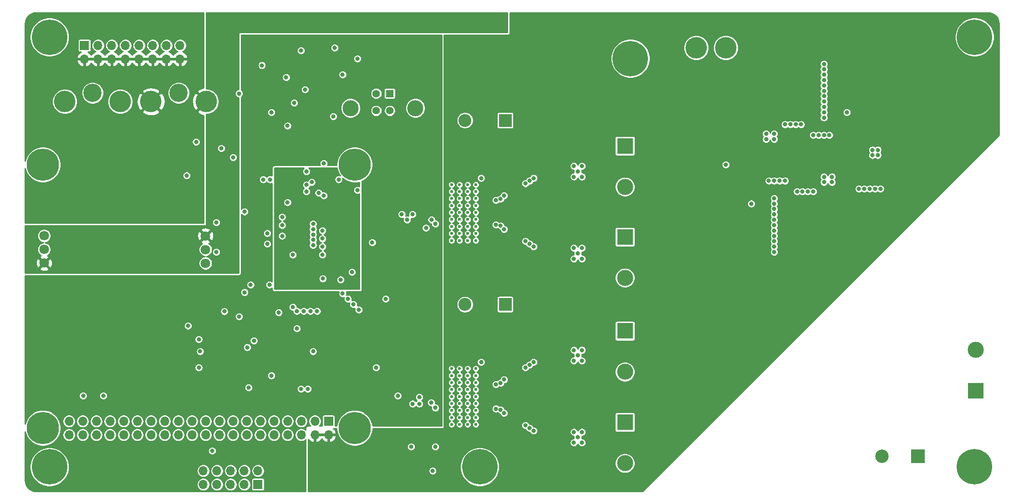
<source format=gbr>
G04 #@! TF.GenerationSoftware,KiCad,Pcbnew,(5.1.9)-1*
G04 #@! TF.CreationDate,2021-04-06T09:28:58+02:00*
G04 #@! TF.ProjectId,dsp-amplifier-x4,6473702d-616d-4706-9c69-666965722d78,rev?*
G04 #@! TF.SameCoordinates,Original*
G04 #@! TF.FileFunction,Copper,L3,Inr*
G04 #@! TF.FilePolarity,Positive*
%FSLAX46Y46*%
G04 Gerber Fmt 4.6, Leading zero omitted, Abs format (unit mm)*
G04 Created by KiCad (PCBNEW (5.1.9)-1) date 2021-04-06 09:28:58*
%MOMM*%
%LPD*%
G01*
G04 APERTURE LIST*
G04 #@! TA.AperFunction,ComponentPad*
%ADD10C,6.000000*%
G04 #@! TD*
G04 #@! TA.AperFunction,ComponentPad*
%ADD11O,1.700000X1.700000*%
G04 #@! TD*
G04 #@! TA.AperFunction,ComponentPad*
%ADD12R,1.700000X1.700000*%
G04 #@! TD*
G04 #@! TA.AperFunction,ComponentPad*
%ADD13R,3.000000X3.000000*%
G04 #@! TD*
G04 #@! TA.AperFunction,ComponentPad*
%ADD14C,3.000000*%
G04 #@! TD*
G04 #@! TA.AperFunction,ComponentPad*
%ADD15C,4.000000*%
G04 #@! TD*
G04 #@! TA.AperFunction,ComponentPad*
%ADD16R,2.500000X2.500000*%
G04 #@! TD*
G04 #@! TA.AperFunction,ComponentPad*
%ADD17C,2.500000*%
G04 #@! TD*
G04 #@! TA.AperFunction,ComponentPad*
%ADD18C,0.600000*%
G04 #@! TD*
G04 #@! TA.AperFunction,ComponentPad*
%ADD19C,2.400000*%
G04 #@! TD*
G04 #@! TA.AperFunction,ComponentPad*
%ADD20R,2.400000X2.400000*%
G04 #@! TD*
G04 #@! TA.AperFunction,ComponentPad*
%ADD21C,3.400000*%
G04 #@! TD*
G04 #@! TA.AperFunction,ComponentPad*
%ADD22C,1.800000*%
G04 #@! TD*
G04 #@! TA.AperFunction,ComponentPad*
%ADD23C,1.400000*%
G04 #@! TD*
G04 #@! TA.AperFunction,ComponentPad*
%ADD24R,1.400000X1.400000*%
G04 #@! TD*
G04 #@! TA.AperFunction,ViaPad*
%ADD25C,6.600000*%
G04 #@! TD*
G04 #@! TA.AperFunction,ViaPad*
%ADD26C,0.800000*%
G04 #@! TD*
G04 #@! TA.AperFunction,Conductor*
%ADD27C,0.250000*%
G04 #@! TD*
G04 #@! TA.AperFunction,Conductor*
%ADD28C,0.100000*%
G04 #@! TD*
G04 APERTURE END LIST*
D10*
X121750000Y-88750000D03*
X63750000Y-88750000D03*
X63750000Y-137750000D03*
X121750000Y-137750000D03*
D11*
X68620000Y-139020000D03*
X68620000Y-136480000D03*
X71160000Y-139020000D03*
X71160000Y-136480000D03*
X73700000Y-139020000D03*
X73700000Y-136480000D03*
X76240000Y-139020000D03*
X76240000Y-136480000D03*
X78780000Y-139020000D03*
X78780000Y-136480000D03*
X81320000Y-139020000D03*
X81320000Y-136480000D03*
X83860000Y-139020000D03*
X83860000Y-136480000D03*
X86400000Y-139020000D03*
X86400000Y-136480000D03*
X88940000Y-139020000D03*
X88940000Y-136480000D03*
X91480000Y-139020000D03*
X91480000Y-136480000D03*
X94020000Y-139020000D03*
X94020000Y-136480000D03*
X96560000Y-139020000D03*
X96560000Y-136480000D03*
X99100000Y-139020000D03*
X99100000Y-136480000D03*
X101640000Y-139020000D03*
X101640000Y-136480000D03*
X104180000Y-139020000D03*
X104180000Y-136480000D03*
X106720000Y-139020000D03*
X106720000Y-136480000D03*
X109260000Y-139020000D03*
X109260000Y-136480000D03*
X111800000Y-139020000D03*
X111800000Y-136480000D03*
X114340000Y-139020000D03*
X114340000Y-136480000D03*
X116880000Y-139020000D03*
D12*
X116880000Y-136480000D03*
D13*
X237250000Y-130810000D03*
D14*
X237250000Y-123190000D03*
D13*
X172000000Y-102190000D03*
D14*
X172000000Y-109810000D03*
D13*
X172000000Y-85250000D03*
D14*
X172000000Y-92870000D03*
D13*
X172000000Y-136690000D03*
D14*
X172000000Y-144310000D03*
D13*
X172000000Y-119690000D03*
D14*
X172000000Y-127310000D03*
D15*
X190750000Y-67000000D03*
D16*
X226500000Y-143000000D03*
D15*
X185250000Y-67000000D03*
D17*
X219750000Y-143000000D03*
D18*
X142750000Y-137100000D03*
X144250000Y-137100000D03*
X139750000Y-137100000D03*
X141250000Y-137100000D03*
X142750000Y-135800000D03*
X142750000Y-134500000D03*
X141250000Y-134500000D03*
X139750000Y-134500000D03*
X141250000Y-135800000D03*
X144250000Y-135800000D03*
X139750000Y-135800000D03*
X144250000Y-134500000D03*
X142750000Y-133200000D03*
X142750000Y-131900000D03*
X141250000Y-131900000D03*
X139750000Y-131900000D03*
X141250000Y-133200000D03*
X144250000Y-133200000D03*
X139750000Y-133200000D03*
X144250000Y-131900000D03*
X142750000Y-130600000D03*
X142750000Y-129300000D03*
X141250000Y-129300000D03*
X139750000Y-129300000D03*
X141250000Y-130600000D03*
X144250000Y-130600000D03*
X139750000Y-130600000D03*
X144250000Y-129300000D03*
X144250000Y-128000000D03*
X142750000Y-128000000D03*
X141250000Y-128000000D03*
X139750000Y-128000000D03*
X144250000Y-126700000D03*
X142750000Y-126700000D03*
X141250000Y-126700000D03*
X139750000Y-126700000D03*
X142750000Y-102850000D03*
X144250000Y-102850000D03*
X139750000Y-102850000D03*
X141250000Y-102850000D03*
X142750000Y-101550000D03*
X142750000Y-100250000D03*
X141250000Y-100250000D03*
X139750000Y-100250000D03*
X141250000Y-101550000D03*
X144250000Y-101550000D03*
X139750000Y-101550000D03*
X144250000Y-100250000D03*
X142750000Y-98950000D03*
X142750000Y-97650000D03*
X141250000Y-97650000D03*
X139750000Y-97650000D03*
X141250000Y-98950000D03*
X144250000Y-98950000D03*
X139750000Y-98950000D03*
X144250000Y-97650000D03*
X142750000Y-96350000D03*
X142750000Y-95050000D03*
X141250000Y-95050000D03*
X139750000Y-95050000D03*
X141250000Y-96350000D03*
X144250000Y-96350000D03*
X139750000Y-96350000D03*
X144250000Y-95050000D03*
X144250000Y-93750000D03*
X142750000Y-93750000D03*
X141250000Y-93750000D03*
X139750000Y-93750000D03*
X144250000Y-92450000D03*
X142750000Y-92450000D03*
X141250000Y-92450000D03*
X139750000Y-92450000D03*
D19*
X142250000Y-114750000D03*
D20*
X149750000Y-114750000D03*
D21*
X89000000Y-75400000D03*
D15*
X94150000Y-77000000D03*
X83850000Y-77000000D03*
D21*
X73000000Y-75400000D03*
D15*
X78150000Y-77000000D03*
X67850000Y-77000000D03*
D22*
X94000000Y-102000000D03*
X94000000Y-104540000D03*
X94000000Y-107080000D03*
X64000000Y-107050000D03*
X64000000Y-104510000D03*
X64000000Y-101970000D03*
D23*
X125750000Y-75500000D03*
D14*
X120980000Y-78210000D03*
D24*
X128250000Y-75500000D03*
D23*
X125750000Y-78700000D03*
X128250000Y-78700000D03*
D14*
X133020000Y-78210000D03*
D11*
X89265000Y-69090000D03*
X89265000Y-66550000D03*
X86725000Y-69090000D03*
X86725000Y-66550000D03*
X84185000Y-69090000D03*
X84185000Y-66550000D03*
X81645000Y-69090000D03*
X81645000Y-66550000D03*
X79105000Y-69090000D03*
X79105000Y-66550000D03*
X76565000Y-69090000D03*
X76565000Y-66550000D03*
X74025000Y-69090000D03*
X74025000Y-66550000D03*
X71485000Y-69090000D03*
D12*
X71485000Y-66550000D03*
D11*
X93590000Y-145710000D03*
X93590000Y-148250000D03*
X96130000Y-145710000D03*
X96130000Y-148250000D03*
X98670000Y-145710000D03*
X98670000Y-148250000D03*
X101210000Y-145710000D03*
X101210000Y-148250000D03*
X103750000Y-145710000D03*
D12*
X103750000Y-148250000D03*
D19*
X142250000Y-80500000D03*
D20*
X149750000Y-80500000D03*
D25*
X65000000Y-145000000D03*
X145000000Y-145000000D03*
X65000000Y-65000000D03*
X237000000Y-145000000D03*
X237000000Y-65000000D03*
X173000000Y-69000000D03*
D26*
X114000000Y-101750000D03*
X114000000Y-100750000D03*
X114000000Y-103750000D03*
X114000000Y-102750000D03*
X114000000Y-99750000D03*
X155000000Y-138250000D03*
X154250000Y-137750000D03*
X153500000Y-137250000D03*
X153500000Y-126500000D03*
X154250000Y-126000000D03*
X155000000Y-125500000D03*
X154250000Y-103500000D03*
X155000000Y-104000000D03*
X154250000Y-91750000D03*
X155000000Y-91250000D03*
X162500000Y-89000000D03*
X164000000Y-89000000D03*
X162500000Y-91000000D03*
X164000000Y-91000000D03*
X162500000Y-104250000D03*
X162500000Y-106250000D03*
X164000000Y-104250000D03*
X164000000Y-106250000D03*
X163250000Y-90000000D03*
X163250000Y-105250000D03*
X153500000Y-92250000D03*
X153500000Y-103000000D03*
X162500000Y-123250000D03*
X162500000Y-125250000D03*
X164000000Y-123250000D03*
X164000000Y-125250000D03*
X163250000Y-124250000D03*
X162500000Y-138500000D03*
X162500000Y-140500000D03*
X164000000Y-138500000D03*
X164000000Y-140500000D03*
X163250000Y-139500000D03*
X129750000Y-131750000D03*
X190750000Y-88750000D03*
X110500000Y-77250000D03*
X106250000Y-79000000D03*
X101250000Y-97500000D03*
X105500000Y-103500000D03*
X92750000Y-121250000D03*
X90750000Y-118750000D03*
X93000000Y-123500000D03*
X122250000Y-93500000D03*
X105887500Y-111112500D03*
X104750000Y-91500000D03*
X118750000Y-91500000D03*
X96000000Y-99500000D03*
X96000000Y-105000000D03*
X82500000Y-85750000D03*
X85250000Y-85750000D03*
X97500000Y-116050003D03*
X100250000Y-117000000D03*
X100250000Y-75500000D03*
X136250000Y-145750000D03*
X102387500Y-111112500D03*
X201750000Y-81250000D03*
X202750000Y-81250000D03*
X203750000Y-81250000D03*
X204750000Y-81250000D03*
X209000000Y-70000000D03*
X209000000Y-71000000D03*
X209000000Y-72000000D03*
X209000000Y-73000000D03*
X209000000Y-74000000D03*
X209000000Y-75000000D03*
X209000000Y-76000000D03*
X209000000Y-77000000D03*
X209000000Y-78000000D03*
X209000000Y-79000000D03*
X209000000Y-80000000D03*
X199750000Y-105000000D03*
X199750000Y-104000000D03*
X199750000Y-103000000D03*
X199750000Y-102000000D03*
X199750000Y-101000000D03*
X199750000Y-100000000D03*
X199750000Y-99000000D03*
X199750000Y-98000000D03*
X199750000Y-97000000D03*
X199750000Y-96000000D03*
X199750000Y-95000000D03*
X207000000Y-93750000D03*
X206000000Y-93750000D03*
X205000000Y-93750000D03*
X204000000Y-93750000D03*
X218000000Y-86000000D03*
X219000000Y-86000000D03*
X218000000Y-87000000D03*
X219000000Y-87000000D03*
X215500000Y-93250000D03*
X216500000Y-93250000D03*
X217500000Y-93250000D03*
X218500000Y-93250000D03*
X219500000Y-93250000D03*
X122250000Y-69000000D03*
X117750000Y-79750000D03*
X119500000Y-72000000D03*
X109000000Y-72500000D03*
X104500014Y-70250000D03*
X118000000Y-67000000D03*
X130500000Y-98000000D03*
X116000000Y-88500000D03*
X106000000Y-91500002D03*
X119112500Y-110137500D03*
X121249990Y-108750010D03*
X110250000Y-105500000D03*
X101750000Y-122750000D03*
X103000000Y-121500000D03*
X106250000Y-128000000D03*
X101250000Y-112500000D03*
X96937497Y-85687497D03*
X99124990Y-87375004D03*
X112500000Y-77250000D03*
X97500000Y-115000000D03*
X97500000Y-117250000D03*
X96750000Y-120500000D03*
X100250000Y-118250000D03*
X100250000Y-115750000D03*
X87750000Y-123500000D03*
X88000000Y-121250000D03*
X85750000Y-118750000D03*
X85750000Y-114750000D03*
X104112500Y-111137500D03*
X113750000Y-77250000D03*
X114750000Y-66000000D03*
X119500000Y-75750000D03*
X119500000Y-73750000D03*
X109000000Y-74250000D03*
X136750000Y-98000000D03*
X96750000Y-121500010D03*
X118000000Y-87750020D03*
X128750000Y-137000000D03*
X105500000Y-130250000D03*
X99000000Y-130250000D03*
X96750000Y-112500000D03*
X123500000Y-107249994D03*
X136750000Y-132000000D03*
X101000000Y-85749990D03*
X102125000Y-84625024D03*
X103000000Y-87250000D03*
X103250000Y-91500000D03*
X122250000Y-95500000D03*
X107612500Y-111137500D03*
X117387500Y-110137500D03*
X107625000Y-90375000D03*
X108862500Y-91637484D03*
X108249944Y-91000000D03*
X108250000Y-98500000D03*
X92250000Y-84500000D03*
X197750000Y-70250000D03*
X198750000Y-70250000D03*
X199750000Y-70250000D03*
X200750000Y-70250000D03*
X201750000Y-70250000D03*
X202750000Y-70250000D03*
X109250000Y-81500000D03*
X111750000Y-67500016D03*
X115025000Y-94000000D03*
X75000000Y-131750000D03*
X115975000Y-94500000D03*
X102000000Y-130250014D03*
X112500000Y-74750000D03*
X148000000Y-134175000D03*
X148000000Y-129625000D03*
X149500000Y-135000000D03*
X149500000Y-128750000D03*
X148875000Y-134375000D03*
X148875000Y-129375000D03*
X149500000Y-94500000D03*
X149500000Y-100750000D03*
X148000000Y-99925000D03*
X148000000Y-95375000D03*
X148875000Y-95125000D03*
X148875000Y-100125000D03*
X145250000Y-91250000D03*
X145250000Y-125500000D03*
X198750000Y-91750000D03*
X199750000Y-91750000D03*
X200750000Y-91750000D03*
X201750000Y-91750000D03*
X210500000Y-92000000D03*
X210500000Y-91000000D03*
X209000000Y-92000000D03*
X209000000Y-91000000D03*
X195500000Y-96000000D03*
X115797994Y-109951964D03*
X110250000Y-115250000D03*
X107625000Y-116250000D03*
X113750000Y-92000000D03*
X71250008Y-131750000D03*
X99000000Y-103500000D03*
X99000000Y-101000000D03*
X146250000Y-61250000D03*
X147250000Y-61250000D03*
X148250000Y-61250000D03*
X149250000Y-61250000D03*
X146250000Y-62250000D03*
X147250000Y-62250000D03*
X148250000Y-62250000D03*
X146250000Y-63250000D03*
X147250000Y-63250000D03*
X148250000Y-63250000D03*
X149250000Y-63250000D03*
X149250000Y-62250000D03*
X98250000Y-107000000D03*
X99777389Y-86472611D03*
X132500000Y-133250000D03*
X125749996Y-126500000D03*
X105500000Y-101500000D03*
X108250000Y-102000000D03*
X136750000Y-99750011D03*
X136750000Y-134000000D03*
X136750000Y-141249964D03*
X136025009Y-98974991D03*
X135975044Y-133024974D03*
X132250000Y-141249988D03*
X115750000Y-104000000D03*
X133750000Y-133250000D03*
X115750000Y-105500000D03*
X133750000Y-132000000D03*
X115750000Y-101000000D03*
X131500000Y-99000000D03*
X115750000Y-102500000D03*
X132500000Y-98000000D03*
X135000000Y-100500000D03*
X127500004Y-113750004D03*
X108250000Y-100000000D03*
X90500000Y-90750000D03*
X112750003Y-93749997D03*
X112750000Y-92500000D03*
X125000000Y-103250000D03*
X112749990Y-89999990D03*
X198250000Y-83000000D03*
X198250000Y-84000000D03*
X199750000Y-83000000D03*
X199750000Y-84000000D03*
X207000000Y-83250000D03*
X208000000Y-83250000D03*
X209000000Y-83250000D03*
X210000000Y-83250000D03*
X213250000Y-79000000D03*
X95250000Y-142000000D03*
X119499982Y-112749978D03*
X121499978Y-114750000D03*
X122500000Y-115750000D03*
X120499972Y-113750000D03*
X109250000Y-95750000D03*
X92750000Y-126500000D03*
X114750000Y-116000000D03*
X114000006Y-123500000D03*
X113000000Y-130500000D03*
X113500000Y-116000000D03*
X111750000Y-130500000D03*
X112250000Y-116000000D03*
X111000000Y-116000000D03*
X111000000Y-119250000D03*
D27*
X137875000Y-137375000D02*
X125116528Y-137375000D01*
X124995300Y-136765549D01*
X124740886Y-136151338D01*
X124371534Y-135598563D01*
X123901437Y-135128466D01*
X123348662Y-134759114D01*
X122734451Y-134504700D01*
X122082408Y-134375000D01*
X121417592Y-134375000D01*
X120765549Y-134504700D01*
X120151338Y-134759114D01*
X119598563Y-135128466D01*
X119128466Y-135598563D01*
X118759114Y-136151338D01*
X118504700Y-136765549D01*
X118383472Y-137375000D01*
X118102382Y-137375000D01*
X118106814Y-137330000D01*
X118106814Y-135630000D01*
X118099574Y-135556487D01*
X118078131Y-135485800D01*
X118043309Y-135420653D01*
X117996448Y-135363552D01*
X117939347Y-135316691D01*
X117874200Y-135281869D01*
X117803513Y-135260426D01*
X117730000Y-135253186D01*
X116030000Y-135253186D01*
X115956487Y-135260426D01*
X115885800Y-135281869D01*
X115820653Y-135316691D01*
X115763552Y-135363552D01*
X115716691Y-135420653D01*
X115681869Y-135485800D01*
X115660426Y-135556487D01*
X115653186Y-135630000D01*
X115653186Y-137330000D01*
X115657618Y-137375000D01*
X115177411Y-137375000D01*
X115291519Y-137260892D01*
X115425581Y-137060255D01*
X115517924Y-136837319D01*
X115565000Y-136600652D01*
X115565000Y-136359348D01*
X115517924Y-136122681D01*
X115425581Y-135899745D01*
X115291519Y-135699108D01*
X115120892Y-135528481D01*
X114920255Y-135394419D01*
X114697319Y-135302076D01*
X114460652Y-135255000D01*
X114219348Y-135255000D01*
X113982681Y-135302076D01*
X113759745Y-135394419D01*
X113559108Y-135528481D01*
X113388481Y-135699108D01*
X113254419Y-135899745D01*
X113162076Y-136122681D01*
X113115000Y-136359348D01*
X113115000Y-136600652D01*
X113162076Y-136837319D01*
X113254419Y-137060255D01*
X113388481Y-137260892D01*
X113502589Y-137375000D01*
X113000000Y-137375000D01*
X112926841Y-137382206D01*
X112856494Y-137403545D01*
X112791661Y-137438199D01*
X112734835Y-137484835D01*
X112688199Y-137541661D01*
X112653545Y-137606494D01*
X112632206Y-137676841D01*
X112625000Y-137750000D01*
X112625000Y-138112589D01*
X112580892Y-138068481D01*
X112380255Y-137934419D01*
X112157319Y-137842076D01*
X111920652Y-137795000D01*
X111679348Y-137795000D01*
X111442681Y-137842076D01*
X111219745Y-137934419D01*
X111019108Y-138068481D01*
X110848481Y-138239108D01*
X110714419Y-138439745D01*
X110622076Y-138662681D01*
X110575000Y-138899348D01*
X110575000Y-139140652D01*
X110622076Y-139377319D01*
X110714419Y-139600255D01*
X110848481Y-139800892D01*
X111019108Y-139971519D01*
X111219745Y-140105581D01*
X111442681Y-140197924D01*
X111679348Y-140245000D01*
X111920652Y-140245000D01*
X112157319Y-140197924D01*
X112380255Y-140105581D01*
X112580892Y-139971519D01*
X112625000Y-139927411D01*
X112625000Y-149550000D01*
X62522006Y-149550000D01*
X62102241Y-149508842D01*
X61719627Y-149393324D01*
X61366742Y-149205692D01*
X61057021Y-148953090D01*
X60802264Y-148645141D01*
X60612169Y-148293569D01*
X60493985Y-147911779D01*
X60450000Y-147493288D01*
X60450000Y-144638044D01*
X61325000Y-144638044D01*
X61325000Y-145361956D01*
X61466228Y-146071958D01*
X61743257Y-146740765D01*
X62145441Y-147342676D01*
X62657324Y-147854559D01*
X63259235Y-148256743D01*
X63928042Y-148533772D01*
X64638044Y-148675000D01*
X65361956Y-148675000D01*
X66071958Y-148533772D01*
X66740765Y-148256743D01*
X66931425Y-148129348D01*
X92365000Y-148129348D01*
X92365000Y-148370652D01*
X92412076Y-148607319D01*
X92504419Y-148830255D01*
X92638481Y-149030892D01*
X92809108Y-149201519D01*
X93009745Y-149335581D01*
X93232681Y-149427924D01*
X93469348Y-149475000D01*
X93710652Y-149475000D01*
X93947319Y-149427924D01*
X94170255Y-149335581D01*
X94370892Y-149201519D01*
X94541519Y-149030892D01*
X94675581Y-148830255D01*
X94767924Y-148607319D01*
X94815000Y-148370652D01*
X94815000Y-148129348D01*
X94905000Y-148129348D01*
X94905000Y-148370652D01*
X94952076Y-148607319D01*
X95044419Y-148830255D01*
X95178481Y-149030892D01*
X95349108Y-149201519D01*
X95549745Y-149335581D01*
X95772681Y-149427924D01*
X96009348Y-149475000D01*
X96250652Y-149475000D01*
X96487319Y-149427924D01*
X96710255Y-149335581D01*
X96910892Y-149201519D01*
X97081519Y-149030892D01*
X97215581Y-148830255D01*
X97307924Y-148607319D01*
X97355000Y-148370652D01*
X97355000Y-148129348D01*
X97445000Y-148129348D01*
X97445000Y-148370652D01*
X97492076Y-148607319D01*
X97584419Y-148830255D01*
X97718481Y-149030892D01*
X97889108Y-149201519D01*
X98089745Y-149335581D01*
X98312681Y-149427924D01*
X98549348Y-149475000D01*
X98790652Y-149475000D01*
X99027319Y-149427924D01*
X99250255Y-149335581D01*
X99450892Y-149201519D01*
X99621519Y-149030892D01*
X99755581Y-148830255D01*
X99847924Y-148607319D01*
X99895000Y-148370652D01*
X99895000Y-148129348D01*
X99985000Y-148129348D01*
X99985000Y-148370652D01*
X100032076Y-148607319D01*
X100124419Y-148830255D01*
X100258481Y-149030892D01*
X100429108Y-149201519D01*
X100629745Y-149335581D01*
X100852681Y-149427924D01*
X101089348Y-149475000D01*
X101330652Y-149475000D01*
X101567319Y-149427924D01*
X101790255Y-149335581D01*
X101990892Y-149201519D01*
X102161519Y-149030892D01*
X102295581Y-148830255D01*
X102387924Y-148607319D01*
X102435000Y-148370652D01*
X102435000Y-148129348D01*
X102387924Y-147892681D01*
X102295581Y-147669745D01*
X102161519Y-147469108D01*
X102092411Y-147400000D01*
X102523186Y-147400000D01*
X102523186Y-149100000D01*
X102530426Y-149173513D01*
X102551869Y-149244200D01*
X102586691Y-149309347D01*
X102633552Y-149366448D01*
X102690653Y-149413309D01*
X102755800Y-149448131D01*
X102826487Y-149469574D01*
X102900000Y-149476814D01*
X104600000Y-149476814D01*
X104673513Y-149469574D01*
X104744200Y-149448131D01*
X104809347Y-149413309D01*
X104866448Y-149366448D01*
X104913309Y-149309347D01*
X104948131Y-149244200D01*
X104969574Y-149173513D01*
X104976814Y-149100000D01*
X104976814Y-147400000D01*
X104969574Y-147326487D01*
X104948131Y-147255800D01*
X104913309Y-147190653D01*
X104866448Y-147133552D01*
X104809347Y-147086691D01*
X104744200Y-147051869D01*
X104673513Y-147030426D01*
X104600000Y-147023186D01*
X102900000Y-147023186D01*
X102826487Y-147030426D01*
X102755800Y-147051869D01*
X102690653Y-147086691D01*
X102633552Y-147133552D01*
X102586691Y-147190653D01*
X102551869Y-147255800D01*
X102530426Y-147326487D01*
X102523186Y-147400000D01*
X102092411Y-147400000D01*
X101990892Y-147298481D01*
X101790255Y-147164419D01*
X101567319Y-147072076D01*
X101330652Y-147025000D01*
X101089348Y-147025000D01*
X100852681Y-147072076D01*
X100629745Y-147164419D01*
X100429108Y-147298481D01*
X100258481Y-147469108D01*
X100124419Y-147669745D01*
X100032076Y-147892681D01*
X99985000Y-148129348D01*
X99895000Y-148129348D01*
X99847924Y-147892681D01*
X99755581Y-147669745D01*
X99621519Y-147469108D01*
X99450892Y-147298481D01*
X99250255Y-147164419D01*
X99027319Y-147072076D01*
X98790652Y-147025000D01*
X98549348Y-147025000D01*
X98312681Y-147072076D01*
X98089745Y-147164419D01*
X97889108Y-147298481D01*
X97718481Y-147469108D01*
X97584419Y-147669745D01*
X97492076Y-147892681D01*
X97445000Y-148129348D01*
X97355000Y-148129348D01*
X97307924Y-147892681D01*
X97215581Y-147669745D01*
X97081519Y-147469108D01*
X96910892Y-147298481D01*
X96710255Y-147164419D01*
X96487319Y-147072076D01*
X96250652Y-147025000D01*
X96009348Y-147025000D01*
X95772681Y-147072076D01*
X95549745Y-147164419D01*
X95349108Y-147298481D01*
X95178481Y-147469108D01*
X95044419Y-147669745D01*
X94952076Y-147892681D01*
X94905000Y-148129348D01*
X94815000Y-148129348D01*
X94767924Y-147892681D01*
X94675581Y-147669745D01*
X94541519Y-147469108D01*
X94370892Y-147298481D01*
X94170255Y-147164419D01*
X93947319Y-147072076D01*
X93710652Y-147025000D01*
X93469348Y-147025000D01*
X93232681Y-147072076D01*
X93009745Y-147164419D01*
X92809108Y-147298481D01*
X92638481Y-147469108D01*
X92504419Y-147669745D01*
X92412076Y-147892681D01*
X92365000Y-148129348D01*
X66931425Y-148129348D01*
X67342676Y-147854559D01*
X67854559Y-147342676D01*
X68256743Y-146740765D01*
X68533772Y-146071958D01*
X68629768Y-145589348D01*
X92365000Y-145589348D01*
X92365000Y-145830652D01*
X92412076Y-146067319D01*
X92504419Y-146290255D01*
X92638481Y-146490892D01*
X92809108Y-146661519D01*
X93009745Y-146795581D01*
X93232681Y-146887924D01*
X93469348Y-146935000D01*
X93710652Y-146935000D01*
X93947319Y-146887924D01*
X94170255Y-146795581D01*
X94370892Y-146661519D01*
X94541519Y-146490892D01*
X94675581Y-146290255D01*
X94767924Y-146067319D01*
X94815000Y-145830652D01*
X94815000Y-145589348D01*
X94905000Y-145589348D01*
X94905000Y-145830652D01*
X94952076Y-146067319D01*
X95044419Y-146290255D01*
X95178481Y-146490892D01*
X95349108Y-146661519D01*
X95549745Y-146795581D01*
X95772681Y-146887924D01*
X96009348Y-146935000D01*
X96250652Y-146935000D01*
X96487319Y-146887924D01*
X96710255Y-146795581D01*
X96910892Y-146661519D01*
X97081519Y-146490892D01*
X97215581Y-146290255D01*
X97307924Y-146067319D01*
X97355000Y-145830652D01*
X97355000Y-145589348D01*
X97445000Y-145589348D01*
X97445000Y-145830652D01*
X97492076Y-146067319D01*
X97584419Y-146290255D01*
X97718481Y-146490892D01*
X97889108Y-146661519D01*
X98089745Y-146795581D01*
X98312681Y-146887924D01*
X98549348Y-146935000D01*
X98790652Y-146935000D01*
X99027319Y-146887924D01*
X99250255Y-146795581D01*
X99450892Y-146661519D01*
X99621519Y-146490892D01*
X99755581Y-146290255D01*
X99847924Y-146067319D01*
X99895000Y-145830652D01*
X99895000Y-145589348D01*
X99985000Y-145589348D01*
X99985000Y-145830652D01*
X100032076Y-146067319D01*
X100124419Y-146290255D01*
X100258481Y-146490892D01*
X100429108Y-146661519D01*
X100629745Y-146795581D01*
X100852681Y-146887924D01*
X101089348Y-146935000D01*
X101330652Y-146935000D01*
X101567319Y-146887924D01*
X101790255Y-146795581D01*
X101990892Y-146661519D01*
X102161519Y-146490892D01*
X102295581Y-146290255D01*
X102387924Y-146067319D01*
X102435000Y-145830652D01*
X102435000Y-145589348D01*
X102525000Y-145589348D01*
X102525000Y-145830652D01*
X102572076Y-146067319D01*
X102664419Y-146290255D01*
X102798481Y-146490892D01*
X102969108Y-146661519D01*
X103169745Y-146795581D01*
X103392681Y-146887924D01*
X103629348Y-146935000D01*
X103870652Y-146935000D01*
X104107319Y-146887924D01*
X104330255Y-146795581D01*
X104530892Y-146661519D01*
X104701519Y-146490892D01*
X104835581Y-146290255D01*
X104927924Y-146067319D01*
X104975000Y-145830652D01*
X104975000Y-145589348D01*
X104927924Y-145352681D01*
X104835581Y-145129745D01*
X104701519Y-144929108D01*
X104530892Y-144758481D01*
X104330255Y-144624419D01*
X104107319Y-144532076D01*
X103870652Y-144485000D01*
X103629348Y-144485000D01*
X103392681Y-144532076D01*
X103169745Y-144624419D01*
X102969108Y-144758481D01*
X102798481Y-144929108D01*
X102664419Y-145129745D01*
X102572076Y-145352681D01*
X102525000Y-145589348D01*
X102435000Y-145589348D01*
X102387924Y-145352681D01*
X102295581Y-145129745D01*
X102161519Y-144929108D01*
X101990892Y-144758481D01*
X101790255Y-144624419D01*
X101567319Y-144532076D01*
X101330652Y-144485000D01*
X101089348Y-144485000D01*
X100852681Y-144532076D01*
X100629745Y-144624419D01*
X100429108Y-144758481D01*
X100258481Y-144929108D01*
X100124419Y-145129745D01*
X100032076Y-145352681D01*
X99985000Y-145589348D01*
X99895000Y-145589348D01*
X99847924Y-145352681D01*
X99755581Y-145129745D01*
X99621519Y-144929108D01*
X99450892Y-144758481D01*
X99250255Y-144624419D01*
X99027319Y-144532076D01*
X98790652Y-144485000D01*
X98549348Y-144485000D01*
X98312681Y-144532076D01*
X98089745Y-144624419D01*
X97889108Y-144758481D01*
X97718481Y-144929108D01*
X97584419Y-145129745D01*
X97492076Y-145352681D01*
X97445000Y-145589348D01*
X97355000Y-145589348D01*
X97307924Y-145352681D01*
X97215581Y-145129745D01*
X97081519Y-144929108D01*
X96910892Y-144758481D01*
X96710255Y-144624419D01*
X96487319Y-144532076D01*
X96250652Y-144485000D01*
X96009348Y-144485000D01*
X95772681Y-144532076D01*
X95549745Y-144624419D01*
X95349108Y-144758481D01*
X95178481Y-144929108D01*
X95044419Y-145129745D01*
X94952076Y-145352681D01*
X94905000Y-145589348D01*
X94815000Y-145589348D01*
X94767924Y-145352681D01*
X94675581Y-145129745D01*
X94541519Y-144929108D01*
X94370892Y-144758481D01*
X94170255Y-144624419D01*
X93947319Y-144532076D01*
X93710652Y-144485000D01*
X93469348Y-144485000D01*
X93232681Y-144532076D01*
X93009745Y-144624419D01*
X92809108Y-144758481D01*
X92638481Y-144929108D01*
X92504419Y-145129745D01*
X92412076Y-145352681D01*
X92365000Y-145589348D01*
X68629768Y-145589348D01*
X68675000Y-145361956D01*
X68675000Y-144638044D01*
X68533772Y-143928042D01*
X68256743Y-143259235D01*
X67854559Y-142657324D01*
X67342676Y-142145441D01*
X67010771Y-141923669D01*
X94475000Y-141923669D01*
X94475000Y-142076331D01*
X94504783Y-142226059D01*
X94563204Y-142367100D01*
X94648018Y-142494034D01*
X94755966Y-142601982D01*
X94882900Y-142686796D01*
X95023941Y-142745217D01*
X95173669Y-142775000D01*
X95326331Y-142775000D01*
X95476059Y-142745217D01*
X95617100Y-142686796D01*
X95744034Y-142601982D01*
X95851982Y-142494034D01*
X95936796Y-142367100D01*
X95995217Y-142226059D01*
X96025000Y-142076331D01*
X96025000Y-141923669D01*
X95995217Y-141773941D01*
X95936796Y-141632900D01*
X95851982Y-141505966D01*
X95744034Y-141398018D01*
X95617100Y-141313204D01*
X95476059Y-141254783D01*
X95326331Y-141225000D01*
X95173669Y-141225000D01*
X95023941Y-141254783D01*
X94882900Y-141313204D01*
X94755966Y-141398018D01*
X94648018Y-141505966D01*
X94563204Y-141632900D01*
X94504783Y-141773941D01*
X94475000Y-141923669D01*
X67010771Y-141923669D01*
X66740765Y-141743257D01*
X66071958Y-141466228D01*
X65361956Y-141325000D01*
X64638044Y-141325000D01*
X63928042Y-141466228D01*
X63259235Y-141743257D01*
X62657324Y-142145441D01*
X62145441Y-142657324D01*
X61743257Y-143259235D01*
X61466228Y-143928042D01*
X61325000Y-144638044D01*
X60450000Y-144638044D01*
X60450000Y-138459457D01*
X60504700Y-138734451D01*
X60759114Y-139348662D01*
X61128466Y-139901437D01*
X61598563Y-140371534D01*
X62151338Y-140740886D01*
X62765549Y-140995300D01*
X63417592Y-141125000D01*
X64082408Y-141125000D01*
X64734451Y-140995300D01*
X65348662Y-140740886D01*
X65901437Y-140371534D01*
X66371534Y-139901437D01*
X66740886Y-139348662D01*
X66926997Y-138899348D01*
X67395000Y-138899348D01*
X67395000Y-139140652D01*
X67442076Y-139377319D01*
X67534419Y-139600255D01*
X67668481Y-139800892D01*
X67839108Y-139971519D01*
X68039745Y-140105581D01*
X68262681Y-140197924D01*
X68499348Y-140245000D01*
X68740652Y-140245000D01*
X68977319Y-140197924D01*
X69200255Y-140105581D01*
X69400892Y-139971519D01*
X69571519Y-139800892D01*
X69705581Y-139600255D01*
X69797924Y-139377319D01*
X69845000Y-139140652D01*
X69845000Y-138899348D01*
X69935000Y-138899348D01*
X69935000Y-139140652D01*
X69982076Y-139377319D01*
X70074419Y-139600255D01*
X70208481Y-139800892D01*
X70379108Y-139971519D01*
X70579745Y-140105581D01*
X70802681Y-140197924D01*
X71039348Y-140245000D01*
X71280652Y-140245000D01*
X71517319Y-140197924D01*
X71740255Y-140105581D01*
X71940892Y-139971519D01*
X72111519Y-139800892D01*
X72245581Y-139600255D01*
X72337924Y-139377319D01*
X72385000Y-139140652D01*
X72385000Y-138899348D01*
X72475000Y-138899348D01*
X72475000Y-139140652D01*
X72522076Y-139377319D01*
X72614419Y-139600255D01*
X72748481Y-139800892D01*
X72919108Y-139971519D01*
X73119745Y-140105581D01*
X73342681Y-140197924D01*
X73579348Y-140245000D01*
X73820652Y-140245000D01*
X74057319Y-140197924D01*
X74280255Y-140105581D01*
X74480892Y-139971519D01*
X74651519Y-139800892D01*
X74785581Y-139600255D01*
X74877924Y-139377319D01*
X74925000Y-139140652D01*
X74925000Y-138899348D01*
X75015000Y-138899348D01*
X75015000Y-139140652D01*
X75062076Y-139377319D01*
X75154419Y-139600255D01*
X75288481Y-139800892D01*
X75459108Y-139971519D01*
X75659745Y-140105581D01*
X75882681Y-140197924D01*
X76119348Y-140245000D01*
X76360652Y-140245000D01*
X76597319Y-140197924D01*
X76820255Y-140105581D01*
X77020892Y-139971519D01*
X77191519Y-139800892D01*
X77325581Y-139600255D01*
X77417924Y-139377319D01*
X77465000Y-139140652D01*
X77465000Y-138899348D01*
X77555000Y-138899348D01*
X77555000Y-139140652D01*
X77602076Y-139377319D01*
X77694419Y-139600255D01*
X77828481Y-139800892D01*
X77999108Y-139971519D01*
X78199745Y-140105581D01*
X78422681Y-140197924D01*
X78659348Y-140245000D01*
X78900652Y-140245000D01*
X79137319Y-140197924D01*
X79360255Y-140105581D01*
X79560892Y-139971519D01*
X79731519Y-139800892D01*
X79865581Y-139600255D01*
X79957924Y-139377319D01*
X80005000Y-139140652D01*
X80005000Y-138899348D01*
X80095000Y-138899348D01*
X80095000Y-139140652D01*
X80142076Y-139377319D01*
X80234419Y-139600255D01*
X80368481Y-139800892D01*
X80539108Y-139971519D01*
X80739745Y-140105581D01*
X80962681Y-140197924D01*
X81199348Y-140245000D01*
X81440652Y-140245000D01*
X81677319Y-140197924D01*
X81900255Y-140105581D01*
X82100892Y-139971519D01*
X82271519Y-139800892D01*
X82405581Y-139600255D01*
X82497924Y-139377319D01*
X82545000Y-139140652D01*
X82545000Y-138899348D01*
X82635000Y-138899348D01*
X82635000Y-139140652D01*
X82682076Y-139377319D01*
X82774419Y-139600255D01*
X82908481Y-139800892D01*
X83079108Y-139971519D01*
X83279745Y-140105581D01*
X83502681Y-140197924D01*
X83739348Y-140245000D01*
X83980652Y-140245000D01*
X84217319Y-140197924D01*
X84440255Y-140105581D01*
X84640892Y-139971519D01*
X84811519Y-139800892D01*
X84945581Y-139600255D01*
X85037924Y-139377319D01*
X85085000Y-139140652D01*
X85085000Y-138899348D01*
X85175000Y-138899348D01*
X85175000Y-139140652D01*
X85222076Y-139377319D01*
X85314419Y-139600255D01*
X85448481Y-139800892D01*
X85619108Y-139971519D01*
X85819745Y-140105581D01*
X86042681Y-140197924D01*
X86279348Y-140245000D01*
X86520652Y-140245000D01*
X86757319Y-140197924D01*
X86980255Y-140105581D01*
X87180892Y-139971519D01*
X87351519Y-139800892D01*
X87485581Y-139600255D01*
X87577924Y-139377319D01*
X87625000Y-139140652D01*
X87625000Y-138899348D01*
X87715000Y-138899348D01*
X87715000Y-139140652D01*
X87762076Y-139377319D01*
X87854419Y-139600255D01*
X87988481Y-139800892D01*
X88159108Y-139971519D01*
X88359745Y-140105581D01*
X88582681Y-140197924D01*
X88819348Y-140245000D01*
X89060652Y-140245000D01*
X89297319Y-140197924D01*
X89520255Y-140105581D01*
X89720892Y-139971519D01*
X89891519Y-139800892D01*
X90025581Y-139600255D01*
X90117924Y-139377319D01*
X90165000Y-139140652D01*
X90165000Y-138899348D01*
X90255000Y-138899348D01*
X90255000Y-139140652D01*
X90302076Y-139377319D01*
X90394419Y-139600255D01*
X90528481Y-139800892D01*
X90699108Y-139971519D01*
X90899745Y-140105581D01*
X91122681Y-140197924D01*
X91359348Y-140245000D01*
X91600652Y-140245000D01*
X91837319Y-140197924D01*
X92060255Y-140105581D01*
X92260892Y-139971519D01*
X92431519Y-139800892D01*
X92565581Y-139600255D01*
X92657924Y-139377319D01*
X92705000Y-139140652D01*
X92705000Y-138899348D01*
X92795000Y-138899348D01*
X92795000Y-139140652D01*
X92842076Y-139377319D01*
X92934419Y-139600255D01*
X93068481Y-139800892D01*
X93239108Y-139971519D01*
X93439745Y-140105581D01*
X93662681Y-140197924D01*
X93899348Y-140245000D01*
X94140652Y-140245000D01*
X94377319Y-140197924D01*
X94600255Y-140105581D01*
X94800892Y-139971519D01*
X94971519Y-139800892D01*
X95105581Y-139600255D01*
X95197924Y-139377319D01*
X95245000Y-139140652D01*
X95245000Y-138899348D01*
X95335000Y-138899348D01*
X95335000Y-139140652D01*
X95382076Y-139377319D01*
X95474419Y-139600255D01*
X95608481Y-139800892D01*
X95779108Y-139971519D01*
X95979745Y-140105581D01*
X96202681Y-140197924D01*
X96439348Y-140245000D01*
X96680652Y-140245000D01*
X96917319Y-140197924D01*
X97140255Y-140105581D01*
X97340892Y-139971519D01*
X97511519Y-139800892D01*
X97645581Y-139600255D01*
X97737924Y-139377319D01*
X97785000Y-139140652D01*
X97785000Y-138899348D01*
X97875000Y-138899348D01*
X97875000Y-139140652D01*
X97922076Y-139377319D01*
X98014419Y-139600255D01*
X98148481Y-139800892D01*
X98319108Y-139971519D01*
X98519745Y-140105581D01*
X98742681Y-140197924D01*
X98979348Y-140245000D01*
X99220652Y-140245000D01*
X99457319Y-140197924D01*
X99680255Y-140105581D01*
X99880892Y-139971519D01*
X100051519Y-139800892D01*
X100185581Y-139600255D01*
X100277924Y-139377319D01*
X100325000Y-139140652D01*
X100325000Y-138899348D01*
X100415000Y-138899348D01*
X100415000Y-139140652D01*
X100462076Y-139377319D01*
X100554419Y-139600255D01*
X100688481Y-139800892D01*
X100859108Y-139971519D01*
X101059745Y-140105581D01*
X101282681Y-140197924D01*
X101519348Y-140245000D01*
X101760652Y-140245000D01*
X101997319Y-140197924D01*
X102220255Y-140105581D01*
X102420892Y-139971519D01*
X102591519Y-139800892D01*
X102725581Y-139600255D01*
X102817924Y-139377319D01*
X102865000Y-139140652D01*
X102865000Y-138899348D01*
X102955000Y-138899348D01*
X102955000Y-139140652D01*
X103002076Y-139377319D01*
X103094419Y-139600255D01*
X103228481Y-139800892D01*
X103399108Y-139971519D01*
X103599745Y-140105581D01*
X103822681Y-140197924D01*
X104059348Y-140245000D01*
X104300652Y-140245000D01*
X104537319Y-140197924D01*
X104760255Y-140105581D01*
X104960892Y-139971519D01*
X105131519Y-139800892D01*
X105265581Y-139600255D01*
X105357924Y-139377319D01*
X105405000Y-139140652D01*
X105405000Y-138899348D01*
X105495000Y-138899348D01*
X105495000Y-139140652D01*
X105542076Y-139377319D01*
X105634419Y-139600255D01*
X105768481Y-139800892D01*
X105939108Y-139971519D01*
X106139745Y-140105581D01*
X106362681Y-140197924D01*
X106599348Y-140245000D01*
X106840652Y-140245000D01*
X107077319Y-140197924D01*
X107300255Y-140105581D01*
X107500892Y-139971519D01*
X107671519Y-139800892D01*
X107805581Y-139600255D01*
X107897924Y-139377319D01*
X107945000Y-139140652D01*
X107945000Y-138899348D01*
X108035000Y-138899348D01*
X108035000Y-139140652D01*
X108082076Y-139377319D01*
X108174419Y-139600255D01*
X108308481Y-139800892D01*
X108479108Y-139971519D01*
X108679745Y-140105581D01*
X108902681Y-140197924D01*
X109139348Y-140245000D01*
X109380652Y-140245000D01*
X109617319Y-140197924D01*
X109840255Y-140105581D01*
X110040892Y-139971519D01*
X110211519Y-139800892D01*
X110345581Y-139600255D01*
X110437924Y-139377319D01*
X110485000Y-139140652D01*
X110485000Y-138899348D01*
X110437924Y-138662681D01*
X110345581Y-138439745D01*
X110211519Y-138239108D01*
X110040892Y-138068481D01*
X109840255Y-137934419D01*
X109617319Y-137842076D01*
X109380652Y-137795000D01*
X109139348Y-137795000D01*
X108902681Y-137842076D01*
X108679745Y-137934419D01*
X108479108Y-138068481D01*
X108308481Y-138239108D01*
X108174419Y-138439745D01*
X108082076Y-138662681D01*
X108035000Y-138899348D01*
X107945000Y-138899348D01*
X107897924Y-138662681D01*
X107805581Y-138439745D01*
X107671519Y-138239108D01*
X107500892Y-138068481D01*
X107300255Y-137934419D01*
X107077319Y-137842076D01*
X106840652Y-137795000D01*
X106599348Y-137795000D01*
X106362681Y-137842076D01*
X106139745Y-137934419D01*
X105939108Y-138068481D01*
X105768481Y-138239108D01*
X105634419Y-138439745D01*
X105542076Y-138662681D01*
X105495000Y-138899348D01*
X105405000Y-138899348D01*
X105357924Y-138662681D01*
X105265581Y-138439745D01*
X105131519Y-138239108D01*
X104960892Y-138068481D01*
X104760255Y-137934419D01*
X104537319Y-137842076D01*
X104300652Y-137795000D01*
X104059348Y-137795000D01*
X103822681Y-137842076D01*
X103599745Y-137934419D01*
X103399108Y-138068481D01*
X103228481Y-138239108D01*
X103094419Y-138439745D01*
X103002076Y-138662681D01*
X102955000Y-138899348D01*
X102865000Y-138899348D01*
X102817924Y-138662681D01*
X102725581Y-138439745D01*
X102591519Y-138239108D01*
X102420892Y-138068481D01*
X102220255Y-137934419D01*
X101997319Y-137842076D01*
X101760652Y-137795000D01*
X101519348Y-137795000D01*
X101282681Y-137842076D01*
X101059745Y-137934419D01*
X100859108Y-138068481D01*
X100688481Y-138239108D01*
X100554419Y-138439745D01*
X100462076Y-138662681D01*
X100415000Y-138899348D01*
X100325000Y-138899348D01*
X100277924Y-138662681D01*
X100185581Y-138439745D01*
X100051519Y-138239108D01*
X99880892Y-138068481D01*
X99680255Y-137934419D01*
X99457319Y-137842076D01*
X99220652Y-137795000D01*
X98979348Y-137795000D01*
X98742681Y-137842076D01*
X98519745Y-137934419D01*
X98319108Y-138068481D01*
X98148481Y-138239108D01*
X98014419Y-138439745D01*
X97922076Y-138662681D01*
X97875000Y-138899348D01*
X97785000Y-138899348D01*
X97737924Y-138662681D01*
X97645581Y-138439745D01*
X97511519Y-138239108D01*
X97340892Y-138068481D01*
X97140255Y-137934419D01*
X96917319Y-137842076D01*
X96680652Y-137795000D01*
X96439348Y-137795000D01*
X96202681Y-137842076D01*
X95979745Y-137934419D01*
X95779108Y-138068481D01*
X95608481Y-138239108D01*
X95474419Y-138439745D01*
X95382076Y-138662681D01*
X95335000Y-138899348D01*
X95245000Y-138899348D01*
X95197924Y-138662681D01*
X95105581Y-138439745D01*
X94971519Y-138239108D01*
X94800892Y-138068481D01*
X94600255Y-137934419D01*
X94377319Y-137842076D01*
X94140652Y-137795000D01*
X93899348Y-137795000D01*
X93662681Y-137842076D01*
X93439745Y-137934419D01*
X93239108Y-138068481D01*
X93068481Y-138239108D01*
X92934419Y-138439745D01*
X92842076Y-138662681D01*
X92795000Y-138899348D01*
X92705000Y-138899348D01*
X92657924Y-138662681D01*
X92565581Y-138439745D01*
X92431519Y-138239108D01*
X92260892Y-138068481D01*
X92060255Y-137934419D01*
X91837319Y-137842076D01*
X91600652Y-137795000D01*
X91359348Y-137795000D01*
X91122681Y-137842076D01*
X90899745Y-137934419D01*
X90699108Y-138068481D01*
X90528481Y-138239108D01*
X90394419Y-138439745D01*
X90302076Y-138662681D01*
X90255000Y-138899348D01*
X90165000Y-138899348D01*
X90117924Y-138662681D01*
X90025581Y-138439745D01*
X89891519Y-138239108D01*
X89720892Y-138068481D01*
X89520255Y-137934419D01*
X89297319Y-137842076D01*
X89060652Y-137795000D01*
X88819348Y-137795000D01*
X88582681Y-137842076D01*
X88359745Y-137934419D01*
X88159108Y-138068481D01*
X87988481Y-138239108D01*
X87854419Y-138439745D01*
X87762076Y-138662681D01*
X87715000Y-138899348D01*
X87625000Y-138899348D01*
X87577924Y-138662681D01*
X87485581Y-138439745D01*
X87351519Y-138239108D01*
X87180892Y-138068481D01*
X86980255Y-137934419D01*
X86757319Y-137842076D01*
X86520652Y-137795000D01*
X86279348Y-137795000D01*
X86042681Y-137842076D01*
X85819745Y-137934419D01*
X85619108Y-138068481D01*
X85448481Y-138239108D01*
X85314419Y-138439745D01*
X85222076Y-138662681D01*
X85175000Y-138899348D01*
X85085000Y-138899348D01*
X85037924Y-138662681D01*
X84945581Y-138439745D01*
X84811519Y-138239108D01*
X84640892Y-138068481D01*
X84440255Y-137934419D01*
X84217319Y-137842076D01*
X83980652Y-137795000D01*
X83739348Y-137795000D01*
X83502681Y-137842076D01*
X83279745Y-137934419D01*
X83079108Y-138068481D01*
X82908481Y-138239108D01*
X82774419Y-138439745D01*
X82682076Y-138662681D01*
X82635000Y-138899348D01*
X82545000Y-138899348D01*
X82497924Y-138662681D01*
X82405581Y-138439745D01*
X82271519Y-138239108D01*
X82100892Y-138068481D01*
X81900255Y-137934419D01*
X81677319Y-137842076D01*
X81440652Y-137795000D01*
X81199348Y-137795000D01*
X80962681Y-137842076D01*
X80739745Y-137934419D01*
X80539108Y-138068481D01*
X80368481Y-138239108D01*
X80234419Y-138439745D01*
X80142076Y-138662681D01*
X80095000Y-138899348D01*
X80005000Y-138899348D01*
X79957924Y-138662681D01*
X79865581Y-138439745D01*
X79731519Y-138239108D01*
X79560892Y-138068481D01*
X79360255Y-137934419D01*
X79137319Y-137842076D01*
X78900652Y-137795000D01*
X78659348Y-137795000D01*
X78422681Y-137842076D01*
X78199745Y-137934419D01*
X77999108Y-138068481D01*
X77828481Y-138239108D01*
X77694419Y-138439745D01*
X77602076Y-138662681D01*
X77555000Y-138899348D01*
X77465000Y-138899348D01*
X77417924Y-138662681D01*
X77325581Y-138439745D01*
X77191519Y-138239108D01*
X77020892Y-138068481D01*
X76820255Y-137934419D01*
X76597319Y-137842076D01*
X76360652Y-137795000D01*
X76119348Y-137795000D01*
X75882681Y-137842076D01*
X75659745Y-137934419D01*
X75459108Y-138068481D01*
X75288481Y-138239108D01*
X75154419Y-138439745D01*
X75062076Y-138662681D01*
X75015000Y-138899348D01*
X74925000Y-138899348D01*
X74877924Y-138662681D01*
X74785581Y-138439745D01*
X74651519Y-138239108D01*
X74480892Y-138068481D01*
X74280255Y-137934419D01*
X74057319Y-137842076D01*
X73820652Y-137795000D01*
X73579348Y-137795000D01*
X73342681Y-137842076D01*
X73119745Y-137934419D01*
X72919108Y-138068481D01*
X72748481Y-138239108D01*
X72614419Y-138439745D01*
X72522076Y-138662681D01*
X72475000Y-138899348D01*
X72385000Y-138899348D01*
X72337924Y-138662681D01*
X72245581Y-138439745D01*
X72111519Y-138239108D01*
X71940892Y-138068481D01*
X71740255Y-137934419D01*
X71517319Y-137842076D01*
X71280652Y-137795000D01*
X71039348Y-137795000D01*
X70802681Y-137842076D01*
X70579745Y-137934419D01*
X70379108Y-138068481D01*
X70208481Y-138239108D01*
X70074419Y-138439745D01*
X69982076Y-138662681D01*
X69935000Y-138899348D01*
X69845000Y-138899348D01*
X69797924Y-138662681D01*
X69705581Y-138439745D01*
X69571519Y-138239108D01*
X69400892Y-138068481D01*
X69200255Y-137934419D01*
X68977319Y-137842076D01*
X68740652Y-137795000D01*
X68499348Y-137795000D01*
X68262681Y-137842076D01*
X68039745Y-137934419D01*
X67839108Y-138068481D01*
X67668481Y-138239108D01*
X67534419Y-138439745D01*
X67442076Y-138662681D01*
X67395000Y-138899348D01*
X66926997Y-138899348D01*
X66995300Y-138734451D01*
X67125000Y-138082408D01*
X67125000Y-137417592D01*
X66995300Y-136765549D01*
X66827047Y-136359348D01*
X67395000Y-136359348D01*
X67395000Y-136600652D01*
X67442076Y-136837319D01*
X67534419Y-137060255D01*
X67668481Y-137260892D01*
X67839108Y-137431519D01*
X68039745Y-137565581D01*
X68262681Y-137657924D01*
X68499348Y-137705000D01*
X68740652Y-137705000D01*
X68977319Y-137657924D01*
X69200255Y-137565581D01*
X69400892Y-137431519D01*
X69571519Y-137260892D01*
X69705581Y-137060255D01*
X69797924Y-136837319D01*
X69845000Y-136600652D01*
X69845000Y-136359348D01*
X69935000Y-136359348D01*
X69935000Y-136600652D01*
X69982076Y-136837319D01*
X70074419Y-137060255D01*
X70208481Y-137260892D01*
X70379108Y-137431519D01*
X70579745Y-137565581D01*
X70802681Y-137657924D01*
X71039348Y-137705000D01*
X71280652Y-137705000D01*
X71517319Y-137657924D01*
X71740255Y-137565581D01*
X71940892Y-137431519D01*
X72111519Y-137260892D01*
X72245581Y-137060255D01*
X72337924Y-136837319D01*
X72385000Y-136600652D01*
X72385000Y-136359348D01*
X72475000Y-136359348D01*
X72475000Y-136600652D01*
X72522076Y-136837319D01*
X72614419Y-137060255D01*
X72748481Y-137260892D01*
X72919108Y-137431519D01*
X73119745Y-137565581D01*
X73342681Y-137657924D01*
X73579348Y-137705000D01*
X73820652Y-137705000D01*
X74057319Y-137657924D01*
X74280255Y-137565581D01*
X74480892Y-137431519D01*
X74651519Y-137260892D01*
X74785581Y-137060255D01*
X74877924Y-136837319D01*
X74925000Y-136600652D01*
X74925000Y-136359348D01*
X75015000Y-136359348D01*
X75015000Y-136600652D01*
X75062076Y-136837319D01*
X75154419Y-137060255D01*
X75288481Y-137260892D01*
X75459108Y-137431519D01*
X75659745Y-137565581D01*
X75882681Y-137657924D01*
X76119348Y-137705000D01*
X76360652Y-137705000D01*
X76597319Y-137657924D01*
X76820255Y-137565581D01*
X77020892Y-137431519D01*
X77191519Y-137260892D01*
X77325581Y-137060255D01*
X77417924Y-136837319D01*
X77465000Y-136600652D01*
X77465000Y-136359348D01*
X77555000Y-136359348D01*
X77555000Y-136600652D01*
X77602076Y-136837319D01*
X77694419Y-137060255D01*
X77828481Y-137260892D01*
X77999108Y-137431519D01*
X78199745Y-137565581D01*
X78422681Y-137657924D01*
X78659348Y-137705000D01*
X78900652Y-137705000D01*
X79137319Y-137657924D01*
X79360255Y-137565581D01*
X79560892Y-137431519D01*
X79731519Y-137260892D01*
X79865581Y-137060255D01*
X79957924Y-136837319D01*
X80005000Y-136600652D01*
X80005000Y-136359348D01*
X80095000Y-136359348D01*
X80095000Y-136600652D01*
X80142076Y-136837319D01*
X80234419Y-137060255D01*
X80368481Y-137260892D01*
X80539108Y-137431519D01*
X80739745Y-137565581D01*
X80962681Y-137657924D01*
X81199348Y-137705000D01*
X81440652Y-137705000D01*
X81677319Y-137657924D01*
X81900255Y-137565581D01*
X82100892Y-137431519D01*
X82271519Y-137260892D01*
X82405581Y-137060255D01*
X82497924Y-136837319D01*
X82545000Y-136600652D01*
X82545000Y-136359348D01*
X82635000Y-136359348D01*
X82635000Y-136600652D01*
X82682076Y-136837319D01*
X82774419Y-137060255D01*
X82908481Y-137260892D01*
X83079108Y-137431519D01*
X83279745Y-137565581D01*
X83502681Y-137657924D01*
X83739348Y-137705000D01*
X83980652Y-137705000D01*
X84217319Y-137657924D01*
X84440255Y-137565581D01*
X84640892Y-137431519D01*
X84811519Y-137260892D01*
X84945581Y-137060255D01*
X85037924Y-136837319D01*
X85085000Y-136600652D01*
X85085000Y-136359348D01*
X85175000Y-136359348D01*
X85175000Y-136600652D01*
X85222076Y-136837319D01*
X85314419Y-137060255D01*
X85448481Y-137260892D01*
X85619108Y-137431519D01*
X85819745Y-137565581D01*
X86042681Y-137657924D01*
X86279348Y-137705000D01*
X86520652Y-137705000D01*
X86757319Y-137657924D01*
X86980255Y-137565581D01*
X87180892Y-137431519D01*
X87351519Y-137260892D01*
X87485581Y-137060255D01*
X87577924Y-136837319D01*
X87625000Y-136600652D01*
X87625000Y-136359348D01*
X87715000Y-136359348D01*
X87715000Y-136600652D01*
X87762076Y-136837319D01*
X87854419Y-137060255D01*
X87988481Y-137260892D01*
X88159108Y-137431519D01*
X88359745Y-137565581D01*
X88582681Y-137657924D01*
X88819348Y-137705000D01*
X89060652Y-137705000D01*
X89297319Y-137657924D01*
X89520255Y-137565581D01*
X89720892Y-137431519D01*
X89891519Y-137260892D01*
X90025581Y-137060255D01*
X90117924Y-136837319D01*
X90165000Y-136600652D01*
X90165000Y-136359348D01*
X90255000Y-136359348D01*
X90255000Y-136600652D01*
X90302076Y-136837319D01*
X90394419Y-137060255D01*
X90528481Y-137260892D01*
X90699108Y-137431519D01*
X90899745Y-137565581D01*
X91122681Y-137657924D01*
X91359348Y-137705000D01*
X91600652Y-137705000D01*
X91837319Y-137657924D01*
X92060255Y-137565581D01*
X92260892Y-137431519D01*
X92431519Y-137260892D01*
X92565581Y-137060255D01*
X92657924Y-136837319D01*
X92705000Y-136600652D01*
X92705000Y-136359348D01*
X92795000Y-136359348D01*
X92795000Y-136600652D01*
X92842076Y-136837319D01*
X92934419Y-137060255D01*
X93068481Y-137260892D01*
X93239108Y-137431519D01*
X93439745Y-137565581D01*
X93662681Y-137657924D01*
X93899348Y-137705000D01*
X94140652Y-137705000D01*
X94377319Y-137657924D01*
X94600255Y-137565581D01*
X94800892Y-137431519D01*
X94971519Y-137260892D01*
X95105581Y-137060255D01*
X95197924Y-136837319D01*
X95245000Y-136600652D01*
X95245000Y-136359348D01*
X95335000Y-136359348D01*
X95335000Y-136600652D01*
X95382076Y-136837319D01*
X95474419Y-137060255D01*
X95608481Y-137260892D01*
X95779108Y-137431519D01*
X95979745Y-137565581D01*
X96202681Y-137657924D01*
X96439348Y-137705000D01*
X96680652Y-137705000D01*
X96917319Y-137657924D01*
X97140255Y-137565581D01*
X97340892Y-137431519D01*
X97511519Y-137260892D01*
X97645581Y-137060255D01*
X97737924Y-136837319D01*
X97785000Y-136600652D01*
X97785000Y-136359348D01*
X97875000Y-136359348D01*
X97875000Y-136600652D01*
X97922076Y-136837319D01*
X98014419Y-137060255D01*
X98148481Y-137260892D01*
X98319108Y-137431519D01*
X98519745Y-137565581D01*
X98742681Y-137657924D01*
X98979348Y-137705000D01*
X99220652Y-137705000D01*
X99457319Y-137657924D01*
X99680255Y-137565581D01*
X99880892Y-137431519D01*
X100051519Y-137260892D01*
X100185581Y-137060255D01*
X100277924Y-136837319D01*
X100325000Y-136600652D01*
X100325000Y-136359348D01*
X100415000Y-136359348D01*
X100415000Y-136600652D01*
X100462076Y-136837319D01*
X100554419Y-137060255D01*
X100688481Y-137260892D01*
X100859108Y-137431519D01*
X101059745Y-137565581D01*
X101282681Y-137657924D01*
X101519348Y-137705000D01*
X101760652Y-137705000D01*
X101997319Y-137657924D01*
X102220255Y-137565581D01*
X102420892Y-137431519D01*
X102591519Y-137260892D01*
X102725581Y-137060255D01*
X102817924Y-136837319D01*
X102865000Y-136600652D01*
X102865000Y-136359348D01*
X102955000Y-136359348D01*
X102955000Y-136600652D01*
X103002076Y-136837319D01*
X103094419Y-137060255D01*
X103228481Y-137260892D01*
X103399108Y-137431519D01*
X103599745Y-137565581D01*
X103822681Y-137657924D01*
X104059348Y-137705000D01*
X104300652Y-137705000D01*
X104537319Y-137657924D01*
X104760255Y-137565581D01*
X104960892Y-137431519D01*
X105131519Y-137260892D01*
X105265581Y-137060255D01*
X105357924Y-136837319D01*
X105405000Y-136600652D01*
X105405000Y-136359348D01*
X105495000Y-136359348D01*
X105495000Y-136600652D01*
X105542076Y-136837319D01*
X105634419Y-137060255D01*
X105768481Y-137260892D01*
X105939108Y-137431519D01*
X106139745Y-137565581D01*
X106362681Y-137657924D01*
X106599348Y-137705000D01*
X106840652Y-137705000D01*
X107077319Y-137657924D01*
X107300255Y-137565581D01*
X107500892Y-137431519D01*
X107671519Y-137260892D01*
X107805581Y-137060255D01*
X107897924Y-136837319D01*
X107945000Y-136600652D01*
X107945000Y-136359348D01*
X108035000Y-136359348D01*
X108035000Y-136600652D01*
X108082076Y-136837319D01*
X108174419Y-137060255D01*
X108308481Y-137260892D01*
X108479108Y-137431519D01*
X108679745Y-137565581D01*
X108902681Y-137657924D01*
X109139348Y-137705000D01*
X109380652Y-137705000D01*
X109617319Y-137657924D01*
X109840255Y-137565581D01*
X110040892Y-137431519D01*
X110211519Y-137260892D01*
X110345581Y-137060255D01*
X110437924Y-136837319D01*
X110485000Y-136600652D01*
X110485000Y-136359348D01*
X110575000Y-136359348D01*
X110575000Y-136600652D01*
X110622076Y-136837319D01*
X110714419Y-137060255D01*
X110848481Y-137260892D01*
X111019108Y-137431519D01*
X111219745Y-137565581D01*
X111442681Y-137657924D01*
X111679348Y-137705000D01*
X111920652Y-137705000D01*
X112157319Y-137657924D01*
X112380255Y-137565581D01*
X112580892Y-137431519D01*
X112751519Y-137260892D01*
X112885581Y-137060255D01*
X112977924Y-136837319D01*
X113025000Y-136600652D01*
X113025000Y-136359348D01*
X112977924Y-136122681D01*
X112885581Y-135899745D01*
X112751519Y-135699108D01*
X112580892Y-135528481D01*
X112380255Y-135394419D01*
X112157319Y-135302076D01*
X111920652Y-135255000D01*
X111679348Y-135255000D01*
X111442681Y-135302076D01*
X111219745Y-135394419D01*
X111019108Y-135528481D01*
X110848481Y-135699108D01*
X110714419Y-135899745D01*
X110622076Y-136122681D01*
X110575000Y-136359348D01*
X110485000Y-136359348D01*
X110437924Y-136122681D01*
X110345581Y-135899745D01*
X110211519Y-135699108D01*
X110040892Y-135528481D01*
X109840255Y-135394419D01*
X109617319Y-135302076D01*
X109380652Y-135255000D01*
X109139348Y-135255000D01*
X108902681Y-135302076D01*
X108679745Y-135394419D01*
X108479108Y-135528481D01*
X108308481Y-135699108D01*
X108174419Y-135899745D01*
X108082076Y-136122681D01*
X108035000Y-136359348D01*
X107945000Y-136359348D01*
X107897924Y-136122681D01*
X107805581Y-135899745D01*
X107671519Y-135699108D01*
X107500892Y-135528481D01*
X107300255Y-135394419D01*
X107077319Y-135302076D01*
X106840652Y-135255000D01*
X106599348Y-135255000D01*
X106362681Y-135302076D01*
X106139745Y-135394419D01*
X105939108Y-135528481D01*
X105768481Y-135699108D01*
X105634419Y-135899745D01*
X105542076Y-136122681D01*
X105495000Y-136359348D01*
X105405000Y-136359348D01*
X105357924Y-136122681D01*
X105265581Y-135899745D01*
X105131519Y-135699108D01*
X104960892Y-135528481D01*
X104760255Y-135394419D01*
X104537319Y-135302076D01*
X104300652Y-135255000D01*
X104059348Y-135255000D01*
X103822681Y-135302076D01*
X103599745Y-135394419D01*
X103399108Y-135528481D01*
X103228481Y-135699108D01*
X103094419Y-135899745D01*
X103002076Y-136122681D01*
X102955000Y-136359348D01*
X102865000Y-136359348D01*
X102817924Y-136122681D01*
X102725581Y-135899745D01*
X102591519Y-135699108D01*
X102420892Y-135528481D01*
X102220255Y-135394419D01*
X101997319Y-135302076D01*
X101760652Y-135255000D01*
X101519348Y-135255000D01*
X101282681Y-135302076D01*
X101059745Y-135394419D01*
X100859108Y-135528481D01*
X100688481Y-135699108D01*
X100554419Y-135899745D01*
X100462076Y-136122681D01*
X100415000Y-136359348D01*
X100325000Y-136359348D01*
X100277924Y-136122681D01*
X100185581Y-135899745D01*
X100051519Y-135699108D01*
X99880892Y-135528481D01*
X99680255Y-135394419D01*
X99457319Y-135302076D01*
X99220652Y-135255000D01*
X98979348Y-135255000D01*
X98742681Y-135302076D01*
X98519745Y-135394419D01*
X98319108Y-135528481D01*
X98148481Y-135699108D01*
X98014419Y-135899745D01*
X97922076Y-136122681D01*
X97875000Y-136359348D01*
X97785000Y-136359348D01*
X97737924Y-136122681D01*
X97645581Y-135899745D01*
X97511519Y-135699108D01*
X97340892Y-135528481D01*
X97140255Y-135394419D01*
X96917319Y-135302076D01*
X96680652Y-135255000D01*
X96439348Y-135255000D01*
X96202681Y-135302076D01*
X95979745Y-135394419D01*
X95779108Y-135528481D01*
X95608481Y-135699108D01*
X95474419Y-135899745D01*
X95382076Y-136122681D01*
X95335000Y-136359348D01*
X95245000Y-136359348D01*
X95197924Y-136122681D01*
X95105581Y-135899745D01*
X94971519Y-135699108D01*
X94800892Y-135528481D01*
X94600255Y-135394419D01*
X94377319Y-135302076D01*
X94140652Y-135255000D01*
X93899348Y-135255000D01*
X93662681Y-135302076D01*
X93439745Y-135394419D01*
X93239108Y-135528481D01*
X93068481Y-135699108D01*
X92934419Y-135899745D01*
X92842076Y-136122681D01*
X92795000Y-136359348D01*
X92705000Y-136359348D01*
X92657924Y-136122681D01*
X92565581Y-135899745D01*
X92431519Y-135699108D01*
X92260892Y-135528481D01*
X92060255Y-135394419D01*
X91837319Y-135302076D01*
X91600652Y-135255000D01*
X91359348Y-135255000D01*
X91122681Y-135302076D01*
X90899745Y-135394419D01*
X90699108Y-135528481D01*
X90528481Y-135699108D01*
X90394419Y-135899745D01*
X90302076Y-136122681D01*
X90255000Y-136359348D01*
X90165000Y-136359348D01*
X90117924Y-136122681D01*
X90025581Y-135899745D01*
X89891519Y-135699108D01*
X89720892Y-135528481D01*
X89520255Y-135394419D01*
X89297319Y-135302076D01*
X89060652Y-135255000D01*
X88819348Y-135255000D01*
X88582681Y-135302076D01*
X88359745Y-135394419D01*
X88159108Y-135528481D01*
X87988481Y-135699108D01*
X87854419Y-135899745D01*
X87762076Y-136122681D01*
X87715000Y-136359348D01*
X87625000Y-136359348D01*
X87577924Y-136122681D01*
X87485581Y-135899745D01*
X87351519Y-135699108D01*
X87180892Y-135528481D01*
X86980255Y-135394419D01*
X86757319Y-135302076D01*
X86520652Y-135255000D01*
X86279348Y-135255000D01*
X86042681Y-135302076D01*
X85819745Y-135394419D01*
X85619108Y-135528481D01*
X85448481Y-135699108D01*
X85314419Y-135899745D01*
X85222076Y-136122681D01*
X85175000Y-136359348D01*
X85085000Y-136359348D01*
X85037924Y-136122681D01*
X84945581Y-135899745D01*
X84811519Y-135699108D01*
X84640892Y-135528481D01*
X84440255Y-135394419D01*
X84217319Y-135302076D01*
X83980652Y-135255000D01*
X83739348Y-135255000D01*
X83502681Y-135302076D01*
X83279745Y-135394419D01*
X83079108Y-135528481D01*
X82908481Y-135699108D01*
X82774419Y-135899745D01*
X82682076Y-136122681D01*
X82635000Y-136359348D01*
X82545000Y-136359348D01*
X82497924Y-136122681D01*
X82405581Y-135899745D01*
X82271519Y-135699108D01*
X82100892Y-135528481D01*
X81900255Y-135394419D01*
X81677319Y-135302076D01*
X81440652Y-135255000D01*
X81199348Y-135255000D01*
X80962681Y-135302076D01*
X80739745Y-135394419D01*
X80539108Y-135528481D01*
X80368481Y-135699108D01*
X80234419Y-135899745D01*
X80142076Y-136122681D01*
X80095000Y-136359348D01*
X80005000Y-136359348D01*
X79957924Y-136122681D01*
X79865581Y-135899745D01*
X79731519Y-135699108D01*
X79560892Y-135528481D01*
X79360255Y-135394419D01*
X79137319Y-135302076D01*
X78900652Y-135255000D01*
X78659348Y-135255000D01*
X78422681Y-135302076D01*
X78199745Y-135394419D01*
X77999108Y-135528481D01*
X77828481Y-135699108D01*
X77694419Y-135899745D01*
X77602076Y-136122681D01*
X77555000Y-136359348D01*
X77465000Y-136359348D01*
X77417924Y-136122681D01*
X77325581Y-135899745D01*
X77191519Y-135699108D01*
X77020892Y-135528481D01*
X76820255Y-135394419D01*
X76597319Y-135302076D01*
X76360652Y-135255000D01*
X76119348Y-135255000D01*
X75882681Y-135302076D01*
X75659745Y-135394419D01*
X75459108Y-135528481D01*
X75288481Y-135699108D01*
X75154419Y-135899745D01*
X75062076Y-136122681D01*
X75015000Y-136359348D01*
X74925000Y-136359348D01*
X74877924Y-136122681D01*
X74785581Y-135899745D01*
X74651519Y-135699108D01*
X74480892Y-135528481D01*
X74280255Y-135394419D01*
X74057319Y-135302076D01*
X73820652Y-135255000D01*
X73579348Y-135255000D01*
X73342681Y-135302076D01*
X73119745Y-135394419D01*
X72919108Y-135528481D01*
X72748481Y-135699108D01*
X72614419Y-135899745D01*
X72522076Y-136122681D01*
X72475000Y-136359348D01*
X72385000Y-136359348D01*
X72337924Y-136122681D01*
X72245581Y-135899745D01*
X72111519Y-135699108D01*
X71940892Y-135528481D01*
X71740255Y-135394419D01*
X71517319Y-135302076D01*
X71280652Y-135255000D01*
X71039348Y-135255000D01*
X70802681Y-135302076D01*
X70579745Y-135394419D01*
X70379108Y-135528481D01*
X70208481Y-135699108D01*
X70074419Y-135899745D01*
X69982076Y-136122681D01*
X69935000Y-136359348D01*
X69845000Y-136359348D01*
X69797924Y-136122681D01*
X69705581Y-135899745D01*
X69571519Y-135699108D01*
X69400892Y-135528481D01*
X69200255Y-135394419D01*
X68977319Y-135302076D01*
X68740652Y-135255000D01*
X68499348Y-135255000D01*
X68262681Y-135302076D01*
X68039745Y-135394419D01*
X67839108Y-135528481D01*
X67668481Y-135699108D01*
X67534419Y-135899745D01*
X67442076Y-136122681D01*
X67395000Y-136359348D01*
X66827047Y-136359348D01*
X66740886Y-136151338D01*
X66371534Y-135598563D01*
X65901437Y-135128466D01*
X65348662Y-134759114D01*
X64734451Y-134504700D01*
X64082408Y-134375000D01*
X63417592Y-134375000D01*
X62765549Y-134504700D01*
X62151338Y-134759114D01*
X61598563Y-135128466D01*
X61128466Y-135598563D01*
X60759114Y-136151338D01*
X60504700Y-136765549D01*
X60450000Y-137040543D01*
X60450000Y-133173669D01*
X131725000Y-133173669D01*
X131725000Y-133326331D01*
X131754783Y-133476059D01*
X131813204Y-133617100D01*
X131898018Y-133744034D01*
X132005966Y-133851982D01*
X132132900Y-133936796D01*
X132273941Y-133995217D01*
X132423669Y-134025000D01*
X132576331Y-134025000D01*
X132726059Y-133995217D01*
X132867100Y-133936796D01*
X132994034Y-133851982D01*
X133101982Y-133744034D01*
X133125000Y-133709585D01*
X133148018Y-133744034D01*
X133255966Y-133851982D01*
X133382900Y-133936796D01*
X133523941Y-133995217D01*
X133673669Y-134025000D01*
X133826331Y-134025000D01*
X133976059Y-133995217D01*
X134117100Y-133936796D01*
X134244034Y-133851982D01*
X134351982Y-133744034D01*
X134436796Y-133617100D01*
X134495217Y-133476059D01*
X134525000Y-133326331D01*
X134525000Y-133173669D01*
X134495217Y-133023941D01*
X134464028Y-132948643D01*
X135200044Y-132948643D01*
X135200044Y-133101305D01*
X135229827Y-133251033D01*
X135288248Y-133392074D01*
X135373062Y-133519008D01*
X135481010Y-133626956D01*
X135607944Y-133711770D01*
X135748985Y-133770191D01*
X135898713Y-133799974D01*
X135999605Y-133799974D01*
X135975000Y-133923669D01*
X135975000Y-134076331D01*
X136004783Y-134226059D01*
X136063204Y-134367100D01*
X136148018Y-134494034D01*
X136255966Y-134601982D01*
X136382900Y-134686796D01*
X136523941Y-134745217D01*
X136673669Y-134775000D01*
X136826331Y-134775000D01*
X136976059Y-134745217D01*
X137117100Y-134686796D01*
X137244034Y-134601982D01*
X137351982Y-134494034D01*
X137436796Y-134367100D01*
X137495217Y-134226059D01*
X137525000Y-134076331D01*
X137525000Y-133923669D01*
X137495217Y-133773941D01*
X137436796Y-133632900D01*
X137351982Y-133505966D01*
X137244034Y-133398018D01*
X137117100Y-133313204D01*
X136976059Y-133254783D01*
X136826331Y-133225000D01*
X136725439Y-133225000D01*
X136750044Y-133101305D01*
X136750044Y-132948643D01*
X136720261Y-132798915D01*
X136661840Y-132657874D01*
X136577026Y-132530940D01*
X136469078Y-132422992D01*
X136342144Y-132338178D01*
X136201103Y-132279757D01*
X136051375Y-132249974D01*
X135898713Y-132249974D01*
X135748985Y-132279757D01*
X135607944Y-132338178D01*
X135481010Y-132422992D01*
X135373062Y-132530940D01*
X135288248Y-132657874D01*
X135229827Y-132798915D01*
X135200044Y-132948643D01*
X134464028Y-132948643D01*
X134436796Y-132882900D01*
X134351982Y-132755966D01*
X134244034Y-132648018D01*
X134209585Y-132625000D01*
X134244034Y-132601982D01*
X134351982Y-132494034D01*
X134436796Y-132367100D01*
X134495217Y-132226059D01*
X134525000Y-132076331D01*
X134525000Y-131923669D01*
X134495217Y-131773941D01*
X134436796Y-131632900D01*
X134351982Y-131505966D01*
X134244034Y-131398018D01*
X134117100Y-131313204D01*
X133976059Y-131254783D01*
X133826331Y-131225000D01*
X133673669Y-131225000D01*
X133523941Y-131254783D01*
X133382900Y-131313204D01*
X133255966Y-131398018D01*
X133148018Y-131505966D01*
X133063204Y-131632900D01*
X133004783Y-131773941D01*
X132975000Y-131923669D01*
X132975000Y-132076331D01*
X133004783Y-132226059D01*
X133063204Y-132367100D01*
X133148018Y-132494034D01*
X133255966Y-132601982D01*
X133290415Y-132625000D01*
X133255966Y-132648018D01*
X133148018Y-132755966D01*
X133125000Y-132790415D01*
X133101982Y-132755966D01*
X132994034Y-132648018D01*
X132867100Y-132563204D01*
X132726059Y-132504783D01*
X132576331Y-132475000D01*
X132423669Y-132475000D01*
X132273941Y-132504783D01*
X132132900Y-132563204D01*
X132005966Y-132648018D01*
X131898018Y-132755966D01*
X131813204Y-132882900D01*
X131754783Y-133023941D01*
X131725000Y-133173669D01*
X60450000Y-133173669D01*
X60450000Y-131673669D01*
X70475008Y-131673669D01*
X70475008Y-131826331D01*
X70504791Y-131976059D01*
X70563212Y-132117100D01*
X70648026Y-132244034D01*
X70755974Y-132351982D01*
X70882908Y-132436796D01*
X71023949Y-132495217D01*
X71173677Y-132525000D01*
X71326339Y-132525000D01*
X71476067Y-132495217D01*
X71617108Y-132436796D01*
X71744042Y-132351982D01*
X71851990Y-132244034D01*
X71936804Y-132117100D01*
X71995225Y-131976059D01*
X72025008Y-131826331D01*
X72025008Y-131673669D01*
X74225000Y-131673669D01*
X74225000Y-131826331D01*
X74254783Y-131976059D01*
X74313204Y-132117100D01*
X74398018Y-132244034D01*
X74505966Y-132351982D01*
X74632900Y-132436796D01*
X74773941Y-132495217D01*
X74923669Y-132525000D01*
X75076331Y-132525000D01*
X75226059Y-132495217D01*
X75367100Y-132436796D01*
X75494034Y-132351982D01*
X75601982Y-132244034D01*
X75686796Y-132117100D01*
X75745217Y-131976059D01*
X75775000Y-131826331D01*
X75775000Y-131673669D01*
X128975000Y-131673669D01*
X128975000Y-131826331D01*
X129004783Y-131976059D01*
X129063204Y-132117100D01*
X129148018Y-132244034D01*
X129255966Y-132351982D01*
X129382900Y-132436796D01*
X129523941Y-132495217D01*
X129673669Y-132525000D01*
X129826331Y-132525000D01*
X129976059Y-132495217D01*
X130117100Y-132436796D01*
X130244034Y-132351982D01*
X130351982Y-132244034D01*
X130436796Y-132117100D01*
X130495217Y-131976059D01*
X130525000Y-131826331D01*
X130525000Y-131673669D01*
X130495217Y-131523941D01*
X130436796Y-131382900D01*
X130351982Y-131255966D01*
X130244034Y-131148018D01*
X130117100Y-131063204D01*
X129976059Y-131004783D01*
X129826331Y-130975000D01*
X129673669Y-130975000D01*
X129523941Y-131004783D01*
X129382900Y-131063204D01*
X129255966Y-131148018D01*
X129148018Y-131255966D01*
X129063204Y-131382900D01*
X129004783Y-131523941D01*
X128975000Y-131673669D01*
X75775000Y-131673669D01*
X75745217Y-131523941D01*
X75686796Y-131382900D01*
X75601982Y-131255966D01*
X75494034Y-131148018D01*
X75367100Y-131063204D01*
X75226059Y-131004783D01*
X75076331Y-130975000D01*
X74923669Y-130975000D01*
X74773941Y-131004783D01*
X74632900Y-131063204D01*
X74505966Y-131148018D01*
X74398018Y-131255966D01*
X74313204Y-131382900D01*
X74254783Y-131523941D01*
X74225000Y-131673669D01*
X72025008Y-131673669D01*
X71995225Y-131523941D01*
X71936804Y-131382900D01*
X71851990Y-131255966D01*
X71744042Y-131148018D01*
X71617108Y-131063204D01*
X71476067Y-131004783D01*
X71326339Y-130975000D01*
X71173677Y-130975000D01*
X71023949Y-131004783D01*
X70882908Y-131063204D01*
X70755974Y-131148018D01*
X70648026Y-131255966D01*
X70563212Y-131382900D01*
X70504791Y-131523941D01*
X70475008Y-131673669D01*
X60450000Y-131673669D01*
X60450000Y-130173683D01*
X101225000Y-130173683D01*
X101225000Y-130326345D01*
X101254783Y-130476073D01*
X101313204Y-130617114D01*
X101398018Y-130744048D01*
X101505966Y-130851996D01*
X101632900Y-130936810D01*
X101773941Y-130995231D01*
X101923669Y-131025014D01*
X102076331Y-131025014D01*
X102226059Y-130995231D01*
X102367100Y-130936810D01*
X102494034Y-130851996D01*
X102601982Y-130744048D01*
X102686796Y-130617114D01*
X102745217Y-130476073D01*
X102755640Y-130423669D01*
X110975000Y-130423669D01*
X110975000Y-130576331D01*
X111004783Y-130726059D01*
X111063204Y-130867100D01*
X111148018Y-130994034D01*
X111255966Y-131101982D01*
X111382900Y-131186796D01*
X111523941Y-131245217D01*
X111673669Y-131275000D01*
X111826331Y-131275000D01*
X111976059Y-131245217D01*
X112117100Y-131186796D01*
X112244034Y-131101982D01*
X112351982Y-130994034D01*
X112375000Y-130959585D01*
X112398018Y-130994034D01*
X112505966Y-131101982D01*
X112632900Y-131186796D01*
X112773941Y-131245217D01*
X112923669Y-131275000D01*
X113076331Y-131275000D01*
X113226059Y-131245217D01*
X113367100Y-131186796D01*
X113494034Y-131101982D01*
X113601982Y-130994034D01*
X113686796Y-130867100D01*
X113745217Y-130726059D01*
X113775000Y-130576331D01*
X113775000Y-130423669D01*
X113745217Y-130273941D01*
X113686796Y-130132900D01*
X113601982Y-130005966D01*
X113494034Y-129898018D01*
X113367100Y-129813204D01*
X113226059Y-129754783D01*
X113076331Y-129725000D01*
X112923669Y-129725000D01*
X112773941Y-129754783D01*
X112632900Y-129813204D01*
X112505966Y-129898018D01*
X112398018Y-130005966D01*
X112375000Y-130040415D01*
X112351982Y-130005966D01*
X112244034Y-129898018D01*
X112117100Y-129813204D01*
X111976059Y-129754783D01*
X111826331Y-129725000D01*
X111673669Y-129725000D01*
X111523941Y-129754783D01*
X111382900Y-129813204D01*
X111255966Y-129898018D01*
X111148018Y-130005966D01*
X111063204Y-130132900D01*
X111004783Y-130273941D01*
X110975000Y-130423669D01*
X102755640Y-130423669D01*
X102775000Y-130326345D01*
X102775000Y-130173683D01*
X102745217Y-130023955D01*
X102686796Y-129882914D01*
X102601982Y-129755980D01*
X102494034Y-129648032D01*
X102367100Y-129563218D01*
X102226059Y-129504797D01*
X102076331Y-129475014D01*
X101923669Y-129475014D01*
X101773941Y-129504797D01*
X101632900Y-129563218D01*
X101505966Y-129648032D01*
X101398018Y-129755980D01*
X101313204Y-129882914D01*
X101254783Y-130023955D01*
X101225000Y-130173683D01*
X60450000Y-130173683D01*
X60450000Y-127923669D01*
X105475000Y-127923669D01*
X105475000Y-128076331D01*
X105504783Y-128226059D01*
X105563204Y-128367100D01*
X105648018Y-128494034D01*
X105755966Y-128601982D01*
X105882900Y-128686796D01*
X106023941Y-128745217D01*
X106173669Y-128775000D01*
X106326331Y-128775000D01*
X106476059Y-128745217D01*
X106617100Y-128686796D01*
X106744034Y-128601982D01*
X106851982Y-128494034D01*
X106936796Y-128367100D01*
X106995217Y-128226059D01*
X107025000Y-128076331D01*
X107025000Y-127923669D01*
X106995217Y-127773941D01*
X106936796Y-127632900D01*
X106851982Y-127505966D01*
X106744034Y-127398018D01*
X106617100Y-127313204D01*
X106476059Y-127254783D01*
X106326331Y-127225000D01*
X106173669Y-127225000D01*
X106023941Y-127254783D01*
X105882900Y-127313204D01*
X105755966Y-127398018D01*
X105648018Y-127505966D01*
X105563204Y-127632900D01*
X105504783Y-127773941D01*
X105475000Y-127923669D01*
X60450000Y-127923669D01*
X60450000Y-126423669D01*
X91975000Y-126423669D01*
X91975000Y-126576331D01*
X92004783Y-126726059D01*
X92063204Y-126867100D01*
X92148018Y-126994034D01*
X92255966Y-127101982D01*
X92382900Y-127186796D01*
X92523941Y-127245217D01*
X92673669Y-127275000D01*
X92826331Y-127275000D01*
X92976059Y-127245217D01*
X93117100Y-127186796D01*
X93244034Y-127101982D01*
X93351982Y-126994034D01*
X93436796Y-126867100D01*
X93495217Y-126726059D01*
X93525000Y-126576331D01*
X93525000Y-126423669D01*
X124974996Y-126423669D01*
X124974996Y-126576331D01*
X125004779Y-126726059D01*
X125063200Y-126867100D01*
X125148014Y-126994034D01*
X125255962Y-127101982D01*
X125382896Y-127186796D01*
X125523937Y-127245217D01*
X125673665Y-127275000D01*
X125826327Y-127275000D01*
X125976055Y-127245217D01*
X126117096Y-127186796D01*
X126244030Y-127101982D01*
X126351978Y-126994034D01*
X126436792Y-126867100D01*
X126495213Y-126726059D01*
X126524996Y-126576331D01*
X126524996Y-126423669D01*
X126495213Y-126273941D01*
X126436792Y-126132900D01*
X126351978Y-126005966D01*
X126244030Y-125898018D01*
X126117096Y-125813204D01*
X125976055Y-125754783D01*
X125826327Y-125725000D01*
X125673665Y-125725000D01*
X125523937Y-125754783D01*
X125382896Y-125813204D01*
X125255962Y-125898018D01*
X125148014Y-126005966D01*
X125063200Y-126132900D01*
X125004779Y-126273941D01*
X124974996Y-126423669D01*
X93525000Y-126423669D01*
X93495217Y-126273941D01*
X93436796Y-126132900D01*
X93351982Y-126005966D01*
X93244034Y-125898018D01*
X93117100Y-125813204D01*
X92976059Y-125754783D01*
X92826331Y-125725000D01*
X92673669Y-125725000D01*
X92523941Y-125754783D01*
X92382900Y-125813204D01*
X92255966Y-125898018D01*
X92148018Y-126005966D01*
X92063204Y-126132900D01*
X92004783Y-126273941D01*
X91975000Y-126423669D01*
X60450000Y-126423669D01*
X60450000Y-123423669D01*
X92225000Y-123423669D01*
X92225000Y-123576331D01*
X92254783Y-123726059D01*
X92313204Y-123867100D01*
X92398018Y-123994034D01*
X92505966Y-124101982D01*
X92632900Y-124186796D01*
X92773941Y-124245217D01*
X92923669Y-124275000D01*
X93076331Y-124275000D01*
X93226059Y-124245217D01*
X93367100Y-124186796D01*
X93494034Y-124101982D01*
X93601982Y-123994034D01*
X93686796Y-123867100D01*
X93745217Y-123726059D01*
X93775000Y-123576331D01*
X93775000Y-123423669D01*
X93745217Y-123273941D01*
X93686796Y-123132900D01*
X93601982Y-123005966D01*
X93494034Y-122898018D01*
X93367100Y-122813204D01*
X93226059Y-122754783D01*
X93076331Y-122725000D01*
X92923669Y-122725000D01*
X92773941Y-122754783D01*
X92632900Y-122813204D01*
X92505966Y-122898018D01*
X92398018Y-123005966D01*
X92313204Y-123132900D01*
X92254783Y-123273941D01*
X92225000Y-123423669D01*
X60450000Y-123423669D01*
X60450000Y-122673669D01*
X100975000Y-122673669D01*
X100975000Y-122826331D01*
X101004783Y-122976059D01*
X101063204Y-123117100D01*
X101148018Y-123244034D01*
X101255966Y-123351982D01*
X101382900Y-123436796D01*
X101523941Y-123495217D01*
X101673669Y-123525000D01*
X101826331Y-123525000D01*
X101976059Y-123495217D01*
X102117100Y-123436796D01*
X102136746Y-123423669D01*
X113225006Y-123423669D01*
X113225006Y-123576331D01*
X113254789Y-123726059D01*
X113313210Y-123867100D01*
X113398024Y-123994034D01*
X113505972Y-124101982D01*
X113632906Y-124186796D01*
X113773947Y-124245217D01*
X113923675Y-124275000D01*
X114076337Y-124275000D01*
X114226065Y-124245217D01*
X114367106Y-124186796D01*
X114494040Y-124101982D01*
X114601988Y-123994034D01*
X114686802Y-123867100D01*
X114745223Y-123726059D01*
X114775006Y-123576331D01*
X114775006Y-123423669D01*
X114745223Y-123273941D01*
X114686802Y-123132900D01*
X114601988Y-123005966D01*
X114494040Y-122898018D01*
X114367106Y-122813204D01*
X114226065Y-122754783D01*
X114076337Y-122725000D01*
X113923675Y-122725000D01*
X113773947Y-122754783D01*
X113632906Y-122813204D01*
X113505972Y-122898018D01*
X113398024Y-123005966D01*
X113313210Y-123132900D01*
X113254789Y-123273941D01*
X113225006Y-123423669D01*
X102136746Y-123423669D01*
X102244034Y-123351982D01*
X102351982Y-123244034D01*
X102436796Y-123117100D01*
X102495217Y-122976059D01*
X102525000Y-122826331D01*
X102525000Y-122673669D01*
X102495217Y-122523941D01*
X102436796Y-122382900D01*
X102351982Y-122255966D01*
X102244034Y-122148018D01*
X102117100Y-122063204D01*
X101976059Y-122004783D01*
X101826331Y-121975000D01*
X101673669Y-121975000D01*
X101523941Y-122004783D01*
X101382900Y-122063204D01*
X101255966Y-122148018D01*
X101148018Y-122255966D01*
X101063204Y-122382900D01*
X101004783Y-122523941D01*
X100975000Y-122673669D01*
X60450000Y-122673669D01*
X60450000Y-121173669D01*
X91975000Y-121173669D01*
X91975000Y-121326331D01*
X92004783Y-121476059D01*
X92063204Y-121617100D01*
X92148018Y-121744034D01*
X92255966Y-121851982D01*
X92382900Y-121936796D01*
X92523941Y-121995217D01*
X92673669Y-122025000D01*
X92826331Y-122025000D01*
X92976059Y-121995217D01*
X93117100Y-121936796D01*
X93244034Y-121851982D01*
X93351982Y-121744034D01*
X93436796Y-121617100D01*
X93495217Y-121476059D01*
X93505638Y-121423669D01*
X102225000Y-121423669D01*
X102225000Y-121576331D01*
X102254783Y-121726059D01*
X102313204Y-121867100D01*
X102398018Y-121994034D01*
X102505966Y-122101982D01*
X102632900Y-122186796D01*
X102773941Y-122245217D01*
X102923669Y-122275000D01*
X103076331Y-122275000D01*
X103226059Y-122245217D01*
X103367100Y-122186796D01*
X103494034Y-122101982D01*
X103601982Y-121994034D01*
X103686796Y-121867100D01*
X103745217Y-121726059D01*
X103775000Y-121576331D01*
X103775000Y-121423669D01*
X103745217Y-121273941D01*
X103686796Y-121132900D01*
X103601982Y-121005966D01*
X103494034Y-120898018D01*
X103367100Y-120813204D01*
X103226059Y-120754783D01*
X103076331Y-120725000D01*
X102923669Y-120725000D01*
X102773941Y-120754783D01*
X102632900Y-120813204D01*
X102505966Y-120898018D01*
X102398018Y-121005966D01*
X102313204Y-121132900D01*
X102254783Y-121273941D01*
X102225000Y-121423669D01*
X93505638Y-121423669D01*
X93525000Y-121326331D01*
X93525000Y-121173669D01*
X93495217Y-121023941D01*
X93436796Y-120882900D01*
X93351982Y-120755966D01*
X93244034Y-120648018D01*
X93117100Y-120563204D01*
X92976059Y-120504783D01*
X92826331Y-120475000D01*
X92673669Y-120475000D01*
X92523941Y-120504783D01*
X92382900Y-120563204D01*
X92255966Y-120648018D01*
X92148018Y-120755966D01*
X92063204Y-120882900D01*
X92004783Y-121023941D01*
X91975000Y-121173669D01*
X60450000Y-121173669D01*
X60450000Y-118673669D01*
X89975000Y-118673669D01*
X89975000Y-118826331D01*
X90004783Y-118976059D01*
X90063204Y-119117100D01*
X90148018Y-119244034D01*
X90255966Y-119351982D01*
X90382900Y-119436796D01*
X90523941Y-119495217D01*
X90673669Y-119525000D01*
X90826331Y-119525000D01*
X90976059Y-119495217D01*
X91117100Y-119436796D01*
X91244034Y-119351982D01*
X91351982Y-119244034D01*
X91398998Y-119173669D01*
X110225000Y-119173669D01*
X110225000Y-119326331D01*
X110254783Y-119476059D01*
X110313204Y-119617100D01*
X110398018Y-119744034D01*
X110505966Y-119851982D01*
X110632900Y-119936796D01*
X110773941Y-119995217D01*
X110923669Y-120025000D01*
X111076331Y-120025000D01*
X111226059Y-119995217D01*
X111367100Y-119936796D01*
X111494034Y-119851982D01*
X111601982Y-119744034D01*
X111686796Y-119617100D01*
X111745217Y-119476059D01*
X111775000Y-119326331D01*
X111775000Y-119173669D01*
X111745217Y-119023941D01*
X111686796Y-118882900D01*
X111601982Y-118755966D01*
X111494034Y-118648018D01*
X111367100Y-118563204D01*
X111226059Y-118504783D01*
X111076331Y-118475000D01*
X110923669Y-118475000D01*
X110773941Y-118504783D01*
X110632900Y-118563204D01*
X110505966Y-118648018D01*
X110398018Y-118755966D01*
X110313204Y-118882900D01*
X110254783Y-119023941D01*
X110225000Y-119173669D01*
X91398998Y-119173669D01*
X91436796Y-119117100D01*
X91495217Y-118976059D01*
X91525000Y-118826331D01*
X91525000Y-118673669D01*
X91495217Y-118523941D01*
X91436796Y-118382900D01*
X91351982Y-118255966D01*
X91244034Y-118148018D01*
X91117100Y-118063204D01*
X90976059Y-118004783D01*
X90826331Y-117975000D01*
X90673669Y-117975000D01*
X90523941Y-118004783D01*
X90382900Y-118063204D01*
X90255966Y-118148018D01*
X90148018Y-118255966D01*
X90063204Y-118382900D01*
X90004783Y-118523941D01*
X89975000Y-118673669D01*
X60450000Y-118673669D01*
X60450000Y-116923669D01*
X99475000Y-116923669D01*
X99475000Y-117076331D01*
X99504783Y-117226059D01*
X99563204Y-117367100D01*
X99648018Y-117494034D01*
X99755966Y-117601982D01*
X99882900Y-117686796D01*
X100023941Y-117745217D01*
X100173669Y-117775000D01*
X100326331Y-117775000D01*
X100476059Y-117745217D01*
X100617100Y-117686796D01*
X100744034Y-117601982D01*
X100851982Y-117494034D01*
X100936796Y-117367100D01*
X100995217Y-117226059D01*
X101025000Y-117076331D01*
X101025000Y-116923669D01*
X100995217Y-116773941D01*
X100936796Y-116632900D01*
X100851982Y-116505966D01*
X100744034Y-116398018D01*
X100617100Y-116313204D01*
X100476059Y-116254783D01*
X100326331Y-116225000D01*
X100173669Y-116225000D01*
X100023941Y-116254783D01*
X99882900Y-116313204D01*
X99755966Y-116398018D01*
X99648018Y-116505966D01*
X99563204Y-116632900D01*
X99504783Y-116773941D01*
X99475000Y-116923669D01*
X60450000Y-116923669D01*
X60450000Y-115973672D01*
X96725000Y-115973672D01*
X96725000Y-116126334D01*
X96754783Y-116276062D01*
X96813204Y-116417103D01*
X96898018Y-116544037D01*
X97005966Y-116651985D01*
X97132900Y-116736799D01*
X97273941Y-116795220D01*
X97423669Y-116825003D01*
X97576331Y-116825003D01*
X97726059Y-116795220D01*
X97867100Y-116736799D01*
X97994034Y-116651985D01*
X98101982Y-116544037D01*
X98186796Y-116417103D01*
X98245217Y-116276062D01*
X98265584Y-116173669D01*
X106850000Y-116173669D01*
X106850000Y-116326331D01*
X106879783Y-116476059D01*
X106938204Y-116617100D01*
X107023018Y-116744034D01*
X107130966Y-116851982D01*
X107257900Y-116936796D01*
X107398941Y-116995217D01*
X107548669Y-117025000D01*
X107701331Y-117025000D01*
X107851059Y-116995217D01*
X107992100Y-116936796D01*
X108119034Y-116851982D01*
X108226982Y-116744034D01*
X108311796Y-116617100D01*
X108370217Y-116476059D01*
X108400000Y-116326331D01*
X108400000Y-116173669D01*
X108370217Y-116023941D01*
X108311796Y-115882900D01*
X108226982Y-115755966D01*
X108119034Y-115648018D01*
X107992100Y-115563204D01*
X107851059Y-115504783D01*
X107701331Y-115475000D01*
X107548669Y-115475000D01*
X107398941Y-115504783D01*
X107257900Y-115563204D01*
X107130966Y-115648018D01*
X107023018Y-115755966D01*
X106938204Y-115882900D01*
X106879783Y-116023941D01*
X106850000Y-116173669D01*
X98265584Y-116173669D01*
X98275000Y-116126334D01*
X98275000Y-115973672D01*
X98245217Y-115823944D01*
X98186796Y-115682903D01*
X98101982Y-115555969D01*
X97994034Y-115448021D01*
X97867100Y-115363207D01*
X97726059Y-115304786D01*
X97576331Y-115275003D01*
X97423669Y-115275003D01*
X97273941Y-115304786D01*
X97132900Y-115363207D01*
X97005966Y-115448021D01*
X96898018Y-115555969D01*
X96813204Y-115682903D01*
X96754783Y-115823944D01*
X96725000Y-115973672D01*
X60450000Y-115973672D01*
X60450000Y-115173669D01*
X109475000Y-115173669D01*
X109475000Y-115326331D01*
X109504783Y-115476059D01*
X109563204Y-115617100D01*
X109648018Y-115744034D01*
X109755966Y-115851982D01*
X109882900Y-115936796D01*
X110023941Y-115995217D01*
X110173669Y-116025000D01*
X110225000Y-116025000D01*
X110225000Y-116076331D01*
X110254783Y-116226059D01*
X110313204Y-116367100D01*
X110398018Y-116494034D01*
X110505966Y-116601982D01*
X110632900Y-116686796D01*
X110773941Y-116745217D01*
X110923669Y-116775000D01*
X111076331Y-116775000D01*
X111226059Y-116745217D01*
X111367100Y-116686796D01*
X111494034Y-116601982D01*
X111601982Y-116494034D01*
X111625000Y-116459585D01*
X111648018Y-116494034D01*
X111755966Y-116601982D01*
X111882900Y-116686796D01*
X112023941Y-116745217D01*
X112173669Y-116775000D01*
X112326331Y-116775000D01*
X112476059Y-116745217D01*
X112617100Y-116686796D01*
X112744034Y-116601982D01*
X112851982Y-116494034D01*
X112875000Y-116459585D01*
X112898018Y-116494034D01*
X113005966Y-116601982D01*
X113132900Y-116686796D01*
X113273941Y-116745217D01*
X113423669Y-116775000D01*
X113576331Y-116775000D01*
X113726059Y-116745217D01*
X113867100Y-116686796D01*
X113994034Y-116601982D01*
X114101982Y-116494034D01*
X114125000Y-116459585D01*
X114148018Y-116494034D01*
X114255966Y-116601982D01*
X114382900Y-116686796D01*
X114523941Y-116745217D01*
X114673669Y-116775000D01*
X114826331Y-116775000D01*
X114976059Y-116745217D01*
X115117100Y-116686796D01*
X115244034Y-116601982D01*
X115351982Y-116494034D01*
X115436796Y-116367100D01*
X115495217Y-116226059D01*
X115525000Y-116076331D01*
X115525000Y-115923669D01*
X115495217Y-115773941D01*
X115436796Y-115632900D01*
X115351982Y-115505966D01*
X115244034Y-115398018D01*
X115117100Y-115313204D01*
X114976059Y-115254783D01*
X114826331Y-115225000D01*
X114673669Y-115225000D01*
X114523941Y-115254783D01*
X114382900Y-115313204D01*
X114255966Y-115398018D01*
X114148018Y-115505966D01*
X114125000Y-115540415D01*
X114101982Y-115505966D01*
X113994034Y-115398018D01*
X113867100Y-115313204D01*
X113726059Y-115254783D01*
X113576331Y-115225000D01*
X113423669Y-115225000D01*
X113273941Y-115254783D01*
X113132900Y-115313204D01*
X113005966Y-115398018D01*
X112898018Y-115505966D01*
X112875000Y-115540415D01*
X112851982Y-115505966D01*
X112744034Y-115398018D01*
X112617100Y-115313204D01*
X112476059Y-115254783D01*
X112326331Y-115225000D01*
X112173669Y-115225000D01*
X112023941Y-115254783D01*
X111882900Y-115313204D01*
X111755966Y-115398018D01*
X111648018Y-115505966D01*
X111625000Y-115540415D01*
X111601982Y-115505966D01*
X111494034Y-115398018D01*
X111367100Y-115313204D01*
X111226059Y-115254783D01*
X111076331Y-115225000D01*
X111025000Y-115225000D01*
X111025000Y-115173669D01*
X110995217Y-115023941D01*
X110936796Y-114882900D01*
X110851982Y-114755966D01*
X110744034Y-114648018D01*
X110617100Y-114563204D01*
X110476059Y-114504783D01*
X110326331Y-114475000D01*
X110173669Y-114475000D01*
X110023941Y-114504783D01*
X109882900Y-114563204D01*
X109755966Y-114648018D01*
X109648018Y-114755966D01*
X109563204Y-114882900D01*
X109504783Y-115023941D01*
X109475000Y-115173669D01*
X60450000Y-115173669D01*
X60450000Y-112423669D01*
X100475000Y-112423669D01*
X100475000Y-112576331D01*
X100504783Y-112726059D01*
X100563204Y-112867100D01*
X100648018Y-112994034D01*
X100755966Y-113101982D01*
X100882900Y-113186796D01*
X101023941Y-113245217D01*
X101173669Y-113275000D01*
X101326331Y-113275000D01*
X101476059Y-113245217D01*
X101617100Y-113186796D01*
X101744034Y-113101982D01*
X101851982Y-112994034D01*
X101936796Y-112867100D01*
X101995217Y-112726059D01*
X102025000Y-112576331D01*
X102025000Y-112423669D01*
X101995217Y-112273941D01*
X101936796Y-112132900D01*
X101851982Y-112005966D01*
X101744034Y-111898018D01*
X101617100Y-111813204D01*
X101476059Y-111754783D01*
X101326331Y-111725000D01*
X101173669Y-111725000D01*
X101023941Y-111754783D01*
X100882900Y-111813204D01*
X100755966Y-111898018D01*
X100648018Y-112005966D01*
X100563204Y-112132900D01*
X100504783Y-112273941D01*
X100475000Y-112423669D01*
X60450000Y-112423669D01*
X60450000Y-111036169D01*
X101612500Y-111036169D01*
X101612500Y-111188831D01*
X101642283Y-111338559D01*
X101700704Y-111479600D01*
X101785518Y-111606534D01*
X101893466Y-111714482D01*
X102020400Y-111799296D01*
X102161441Y-111857717D01*
X102311169Y-111887500D01*
X102463831Y-111887500D01*
X102613559Y-111857717D01*
X102754600Y-111799296D01*
X102881534Y-111714482D01*
X102989482Y-111606534D01*
X103074296Y-111479600D01*
X103132717Y-111338559D01*
X103162500Y-111188831D01*
X103162500Y-111036169D01*
X103132717Y-110886441D01*
X103074296Y-110745400D01*
X102989482Y-110618466D01*
X102881534Y-110510518D01*
X102754600Y-110425704D01*
X102613559Y-110367283D01*
X102463831Y-110337500D01*
X102311169Y-110337500D01*
X102161441Y-110367283D01*
X102020400Y-110425704D01*
X101893466Y-110510518D01*
X101785518Y-110618466D01*
X101700704Y-110745400D01*
X101642283Y-110886441D01*
X101612500Y-111036169D01*
X60450000Y-111036169D01*
X60450000Y-109375000D01*
X100250000Y-109375000D01*
X100323159Y-109367794D01*
X100393506Y-109346455D01*
X100458339Y-109311801D01*
X100515165Y-109265165D01*
X100561801Y-109208339D01*
X100596455Y-109143506D01*
X100617794Y-109073159D01*
X100625000Y-109000000D01*
X100625000Y-103423669D01*
X104725000Y-103423669D01*
X104725000Y-103576331D01*
X104754783Y-103726059D01*
X104813204Y-103867100D01*
X104898018Y-103994034D01*
X105005966Y-104101982D01*
X105132900Y-104186796D01*
X105273941Y-104245217D01*
X105423669Y-104275000D01*
X105576331Y-104275000D01*
X105726059Y-104245217D01*
X105867100Y-104186796D01*
X105994034Y-104101982D01*
X106101982Y-103994034D01*
X106186796Y-103867100D01*
X106245217Y-103726059D01*
X106275000Y-103576331D01*
X106275000Y-103423669D01*
X106245217Y-103273941D01*
X106186796Y-103132900D01*
X106101982Y-103005966D01*
X105994034Y-102898018D01*
X105867100Y-102813204D01*
X105726059Y-102754783D01*
X105576331Y-102725000D01*
X105423669Y-102725000D01*
X105273941Y-102754783D01*
X105132900Y-102813204D01*
X105005966Y-102898018D01*
X104898018Y-103005966D01*
X104813204Y-103132900D01*
X104754783Y-103273941D01*
X104725000Y-103423669D01*
X100625000Y-103423669D01*
X100625000Y-101423669D01*
X104725000Y-101423669D01*
X104725000Y-101576331D01*
X104754783Y-101726059D01*
X104813204Y-101867100D01*
X104898018Y-101994034D01*
X105005966Y-102101982D01*
X105132900Y-102186796D01*
X105273941Y-102245217D01*
X105423669Y-102275000D01*
X105576331Y-102275000D01*
X105726059Y-102245217D01*
X105867100Y-102186796D01*
X105994034Y-102101982D01*
X106101982Y-101994034D01*
X106186796Y-101867100D01*
X106245217Y-101726059D01*
X106275000Y-101576331D01*
X106275000Y-101423669D01*
X106245217Y-101273941D01*
X106186796Y-101132900D01*
X106101982Y-101005966D01*
X105994034Y-100898018D01*
X105867100Y-100813204D01*
X105726059Y-100754783D01*
X105576331Y-100725000D01*
X105423669Y-100725000D01*
X105273941Y-100754783D01*
X105132900Y-100813204D01*
X105005966Y-100898018D01*
X104898018Y-101005966D01*
X104813204Y-101132900D01*
X104754783Y-101273941D01*
X104725000Y-101423669D01*
X100625000Y-101423669D01*
X100625000Y-97959585D01*
X100648018Y-97994034D01*
X100755966Y-98101982D01*
X100882900Y-98186796D01*
X101023941Y-98245217D01*
X101173669Y-98275000D01*
X101326331Y-98275000D01*
X101476059Y-98245217D01*
X101617100Y-98186796D01*
X101744034Y-98101982D01*
X101851982Y-97994034D01*
X101936796Y-97867100D01*
X101995217Y-97726059D01*
X102025000Y-97576331D01*
X102025000Y-97423669D01*
X101995217Y-97273941D01*
X101936796Y-97132900D01*
X101851982Y-97005966D01*
X101744034Y-96898018D01*
X101617100Y-96813204D01*
X101476059Y-96754783D01*
X101326331Y-96725000D01*
X101173669Y-96725000D01*
X101023941Y-96754783D01*
X100882900Y-96813204D01*
X100755966Y-96898018D01*
X100648018Y-97005966D01*
X100625000Y-97040415D01*
X100625000Y-91423669D01*
X103975000Y-91423669D01*
X103975000Y-91576331D01*
X104004783Y-91726059D01*
X104063204Y-91867100D01*
X104148018Y-91994034D01*
X104255966Y-92101982D01*
X104382900Y-92186796D01*
X104523941Y-92245217D01*
X104673669Y-92275000D01*
X104826331Y-92275000D01*
X104976059Y-92245217D01*
X105117100Y-92186796D01*
X105244034Y-92101982D01*
X105351982Y-91994034D01*
X105374999Y-91959586D01*
X105398018Y-91994036D01*
X105505966Y-92101984D01*
X105632900Y-92186798D01*
X105773941Y-92245219D01*
X105923669Y-92275002D01*
X106076331Y-92275002D01*
X106226059Y-92245219D01*
X106367100Y-92186798D01*
X106375000Y-92181519D01*
X106375000Y-110506152D01*
X106254600Y-110425704D01*
X106113559Y-110367283D01*
X105963831Y-110337500D01*
X105811169Y-110337500D01*
X105661441Y-110367283D01*
X105520400Y-110425704D01*
X105393466Y-110510518D01*
X105285518Y-110618466D01*
X105200704Y-110745400D01*
X105142283Y-110886441D01*
X105112500Y-111036169D01*
X105112500Y-111188831D01*
X105142283Y-111338559D01*
X105200704Y-111479600D01*
X105285518Y-111606534D01*
X105393466Y-111714482D01*
X105520400Y-111799296D01*
X105661441Y-111857717D01*
X105811169Y-111887500D01*
X105963831Y-111887500D01*
X106113559Y-111857717D01*
X106254600Y-111799296D01*
X106375000Y-111718848D01*
X106375000Y-112000000D01*
X106382206Y-112073159D01*
X106403545Y-112143506D01*
X106438199Y-112208339D01*
X106484835Y-112265165D01*
X106541661Y-112311801D01*
X106606494Y-112346455D01*
X106676841Y-112367794D01*
X106750000Y-112375000D01*
X118818450Y-112375000D01*
X118813186Y-112382878D01*
X118754765Y-112523919D01*
X118724982Y-112673647D01*
X118724982Y-112826309D01*
X118754765Y-112976037D01*
X118813186Y-113117078D01*
X118898000Y-113244012D01*
X119005948Y-113351960D01*
X119132882Y-113436774D01*
X119273923Y-113495195D01*
X119423651Y-113524978D01*
X119576313Y-113524978D01*
X119726041Y-113495195D01*
X119775075Y-113474885D01*
X119754755Y-113523941D01*
X119724972Y-113673669D01*
X119724972Y-113826331D01*
X119754755Y-113976059D01*
X119813176Y-114117100D01*
X119897990Y-114244034D01*
X120005938Y-114351982D01*
X120132872Y-114436796D01*
X120273913Y-114495217D01*
X120423641Y-114525000D01*
X120576303Y-114525000D01*
X120726031Y-114495217D01*
X120775073Y-114474903D01*
X120754761Y-114523941D01*
X120724978Y-114673669D01*
X120724978Y-114826331D01*
X120754761Y-114976059D01*
X120813182Y-115117100D01*
X120897996Y-115244034D01*
X121005944Y-115351982D01*
X121132878Y-115436796D01*
X121273919Y-115495217D01*
X121423647Y-115525000D01*
X121576309Y-115525000D01*
X121726037Y-115495217D01*
X121775098Y-115474895D01*
X121754783Y-115523941D01*
X121725000Y-115673669D01*
X121725000Y-115826331D01*
X121754783Y-115976059D01*
X121813204Y-116117100D01*
X121898018Y-116244034D01*
X122005966Y-116351982D01*
X122132900Y-116436796D01*
X122273941Y-116495217D01*
X122423669Y-116525000D01*
X122576331Y-116525000D01*
X122726059Y-116495217D01*
X122867100Y-116436796D01*
X122994034Y-116351982D01*
X123101982Y-116244034D01*
X123186796Y-116117100D01*
X123245217Y-115976059D01*
X123275000Y-115826331D01*
X123275000Y-115673669D01*
X123245217Y-115523941D01*
X123186796Y-115382900D01*
X123101982Y-115255966D01*
X122994034Y-115148018D01*
X122867100Y-115063204D01*
X122726059Y-115004783D01*
X122576331Y-114975000D01*
X122423669Y-114975000D01*
X122273941Y-115004783D01*
X122224880Y-115025105D01*
X122245195Y-114976059D01*
X122274978Y-114826331D01*
X122274978Y-114673669D01*
X122245195Y-114523941D01*
X122186774Y-114382900D01*
X122101960Y-114255966D01*
X121994012Y-114148018D01*
X121867078Y-114063204D01*
X121726037Y-114004783D01*
X121576309Y-113975000D01*
X121423647Y-113975000D01*
X121273919Y-114004783D01*
X121224877Y-114025097D01*
X121245189Y-113976059D01*
X121274972Y-113826331D01*
X121274972Y-113673673D01*
X126725004Y-113673673D01*
X126725004Y-113826335D01*
X126754787Y-113976063D01*
X126813208Y-114117104D01*
X126898022Y-114244038D01*
X127005970Y-114351986D01*
X127132904Y-114436800D01*
X127273945Y-114495221D01*
X127423673Y-114525004D01*
X127576335Y-114525004D01*
X127726063Y-114495221D01*
X127867104Y-114436800D01*
X127994038Y-114351986D01*
X128101986Y-114244038D01*
X128186800Y-114117104D01*
X128245221Y-113976063D01*
X128275004Y-113826335D01*
X128275004Y-113673673D01*
X128245221Y-113523945D01*
X128186800Y-113382904D01*
X128101986Y-113255970D01*
X127994038Y-113148022D01*
X127867104Y-113063208D01*
X127726063Y-113004787D01*
X127576335Y-112975004D01*
X127423673Y-112975004D01*
X127273945Y-113004787D01*
X127132904Y-113063208D01*
X127005970Y-113148022D01*
X126898022Y-113255970D01*
X126813208Y-113382904D01*
X126754787Y-113523945D01*
X126725004Y-113673673D01*
X121274972Y-113673673D01*
X121274972Y-113673669D01*
X121245189Y-113523941D01*
X121186768Y-113382900D01*
X121101954Y-113255966D01*
X120994006Y-113148018D01*
X120867072Y-113063204D01*
X120726031Y-113004783D01*
X120576303Y-112975000D01*
X120423641Y-112975000D01*
X120273913Y-113004783D01*
X120224879Y-113025093D01*
X120245199Y-112976037D01*
X120274982Y-112826309D01*
X120274982Y-112673647D01*
X120245199Y-112523919D01*
X120186778Y-112382878D01*
X120181514Y-112375000D01*
X122750000Y-112375000D01*
X122823159Y-112367794D01*
X122893506Y-112346455D01*
X122958339Y-112311801D01*
X123015165Y-112265165D01*
X123061801Y-112208339D01*
X123096455Y-112143506D01*
X123117794Y-112073159D01*
X123125000Y-112000000D01*
X123125000Y-103173669D01*
X124225000Y-103173669D01*
X124225000Y-103326331D01*
X124254783Y-103476059D01*
X124313204Y-103617100D01*
X124398018Y-103744034D01*
X124505966Y-103851982D01*
X124632900Y-103936796D01*
X124773941Y-103995217D01*
X124923669Y-104025000D01*
X125076331Y-104025000D01*
X125226059Y-103995217D01*
X125367100Y-103936796D01*
X125494034Y-103851982D01*
X125601982Y-103744034D01*
X125686796Y-103617100D01*
X125745217Y-103476059D01*
X125775000Y-103326331D01*
X125775000Y-103173669D01*
X125745217Y-103023941D01*
X125686796Y-102882900D01*
X125601982Y-102755966D01*
X125494034Y-102648018D01*
X125367100Y-102563204D01*
X125226059Y-102504783D01*
X125076331Y-102475000D01*
X124923669Y-102475000D01*
X124773941Y-102504783D01*
X124632900Y-102563204D01*
X124505966Y-102648018D01*
X124398018Y-102755966D01*
X124313204Y-102882900D01*
X124254783Y-103023941D01*
X124225000Y-103173669D01*
X123125000Y-103173669D01*
X123125000Y-100423669D01*
X134225000Y-100423669D01*
X134225000Y-100576331D01*
X134254783Y-100726059D01*
X134313204Y-100867100D01*
X134398018Y-100994034D01*
X134505966Y-101101982D01*
X134632900Y-101186796D01*
X134773941Y-101245217D01*
X134923669Y-101275000D01*
X135076331Y-101275000D01*
X135226059Y-101245217D01*
X135367100Y-101186796D01*
X135494034Y-101101982D01*
X135601982Y-100994034D01*
X135686796Y-100867100D01*
X135745217Y-100726059D01*
X135775000Y-100576331D01*
X135775000Y-100423669D01*
X135745217Y-100273941D01*
X135686796Y-100132900D01*
X135601982Y-100005966D01*
X135494034Y-99898018D01*
X135367100Y-99813204D01*
X135226059Y-99754783D01*
X135076331Y-99725000D01*
X134923669Y-99725000D01*
X134773941Y-99754783D01*
X134632900Y-99813204D01*
X134505966Y-99898018D01*
X134398018Y-100005966D01*
X134313204Y-100132900D01*
X134254783Y-100273941D01*
X134225000Y-100423669D01*
X123125000Y-100423669D01*
X123125000Y-97923669D01*
X129725000Y-97923669D01*
X129725000Y-98076331D01*
X129754783Y-98226059D01*
X129813204Y-98367100D01*
X129898018Y-98494034D01*
X130005966Y-98601982D01*
X130132900Y-98686796D01*
X130273941Y-98745217D01*
X130423669Y-98775000D01*
X130576331Y-98775000D01*
X130726059Y-98745217D01*
X130775094Y-98724906D01*
X130754783Y-98773941D01*
X130725000Y-98923669D01*
X130725000Y-99076331D01*
X130754783Y-99226059D01*
X130813204Y-99367100D01*
X130898018Y-99494034D01*
X131005966Y-99601982D01*
X131132900Y-99686796D01*
X131273941Y-99745217D01*
X131423669Y-99775000D01*
X131576331Y-99775000D01*
X131726059Y-99745217D01*
X131867100Y-99686796D01*
X131994034Y-99601982D01*
X132101982Y-99494034D01*
X132186796Y-99367100D01*
X132245217Y-99226059D01*
X132275000Y-99076331D01*
X132275000Y-98923669D01*
X132270026Y-98898660D01*
X135250009Y-98898660D01*
X135250009Y-99051322D01*
X135279792Y-99201050D01*
X135338213Y-99342091D01*
X135423027Y-99469025D01*
X135530975Y-99576973D01*
X135657909Y-99661787D01*
X135798950Y-99720208D01*
X135948678Y-99749991D01*
X135975000Y-99749991D01*
X135975000Y-99826342D01*
X136004783Y-99976070D01*
X136063204Y-100117111D01*
X136148018Y-100244045D01*
X136255966Y-100351993D01*
X136382900Y-100436807D01*
X136523941Y-100495228D01*
X136673669Y-100525011D01*
X136826331Y-100525011D01*
X136976059Y-100495228D01*
X137117100Y-100436807D01*
X137244034Y-100351993D01*
X137351982Y-100244045D01*
X137436796Y-100117111D01*
X137495217Y-99976070D01*
X137525000Y-99826342D01*
X137525000Y-99673680D01*
X137495217Y-99523952D01*
X137436796Y-99382911D01*
X137351982Y-99255977D01*
X137244034Y-99148029D01*
X137117100Y-99063215D01*
X136976059Y-99004794D01*
X136826331Y-98975011D01*
X136800009Y-98975011D01*
X136800009Y-98898660D01*
X136770226Y-98748932D01*
X136711805Y-98607891D01*
X136626991Y-98480957D01*
X136519043Y-98373009D01*
X136392109Y-98288195D01*
X136251068Y-98229774D01*
X136101340Y-98199991D01*
X135948678Y-98199991D01*
X135798950Y-98229774D01*
X135657909Y-98288195D01*
X135530975Y-98373009D01*
X135423027Y-98480957D01*
X135338213Y-98607891D01*
X135279792Y-98748932D01*
X135250009Y-98898660D01*
X132270026Y-98898660D01*
X132245217Y-98773941D01*
X132224906Y-98724906D01*
X132273941Y-98745217D01*
X132423669Y-98775000D01*
X132576331Y-98775000D01*
X132726059Y-98745217D01*
X132867100Y-98686796D01*
X132994034Y-98601982D01*
X133101982Y-98494034D01*
X133186796Y-98367100D01*
X133245217Y-98226059D01*
X133275000Y-98076331D01*
X133275000Y-97923669D01*
X133245217Y-97773941D01*
X133186796Y-97632900D01*
X133101982Y-97505966D01*
X132994034Y-97398018D01*
X132867100Y-97313204D01*
X132726059Y-97254783D01*
X132576331Y-97225000D01*
X132423669Y-97225000D01*
X132273941Y-97254783D01*
X132132900Y-97313204D01*
X132005966Y-97398018D01*
X131898018Y-97505966D01*
X131813204Y-97632900D01*
X131754783Y-97773941D01*
X131725000Y-97923669D01*
X131725000Y-98076331D01*
X131754783Y-98226059D01*
X131775094Y-98275094D01*
X131726059Y-98254783D01*
X131576331Y-98225000D01*
X131423669Y-98225000D01*
X131273941Y-98254783D01*
X131224906Y-98275094D01*
X131245217Y-98226059D01*
X131275000Y-98076331D01*
X131275000Y-97923669D01*
X131245217Y-97773941D01*
X131186796Y-97632900D01*
X131101982Y-97505966D01*
X130994034Y-97398018D01*
X130867100Y-97313204D01*
X130726059Y-97254783D01*
X130576331Y-97225000D01*
X130423669Y-97225000D01*
X130273941Y-97254783D01*
X130132900Y-97313204D01*
X130005966Y-97398018D01*
X129898018Y-97505966D01*
X129813204Y-97632900D01*
X129754783Y-97773941D01*
X129725000Y-97923669D01*
X123125000Y-97923669D01*
X123125000Y-91833530D01*
X123348662Y-91740886D01*
X123901437Y-91371534D01*
X124371534Y-90901437D01*
X124740886Y-90348662D01*
X124995300Y-89734451D01*
X125125000Y-89082408D01*
X125125000Y-88417592D01*
X124995300Y-87765549D01*
X124740886Y-87151338D01*
X124371534Y-86598563D01*
X123901437Y-86128466D01*
X123348662Y-85759114D01*
X122734451Y-85504700D01*
X122082408Y-85375000D01*
X121417592Y-85375000D01*
X120765549Y-85504700D01*
X120151338Y-85759114D01*
X119598563Y-86128466D01*
X119128466Y-86598563D01*
X118759114Y-87151338D01*
X118504700Y-87765549D01*
X118375000Y-88417592D01*
X118375000Y-88875000D01*
X116681517Y-88875000D01*
X116686796Y-88867100D01*
X116745217Y-88726059D01*
X116775000Y-88576331D01*
X116775000Y-88423669D01*
X116745217Y-88273941D01*
X116686796Y-88132900D01*
X116601982Y-88005966D01*
X116494034Y-87898018D01*
X116367100Y-87813204D01*
X116226059Y-87754783D01*
X116076331Y-87725000D01*
X115923669Y-87725000D01*
X115773941Y-87754783D01*
X115632900Y-87813204D01*
X115505966Y-87898018D01*
X115398018Y-88005966D01*
X115313204Y-88132900D01*
X115254783Y-88273941D01*
X115225000Y-88423669D01*
X115225000Y-88576331D01*
X115254783Y-88726059D01*
X115313204Y-88867100D01*
X115318483Y-88875000D01*
X106750000Y-88875000D01*
X106676841Y-88882206D01*
X106606494Y-88903545D01*
X106541661Y-88938199D01*
X106484835Y-88984835D01*
X106438199Y-89041661D01*
X106403545Y-89106494D01*
X106382206Y-89176841D01*
X106375000Y-89250000D01*
X106375000Y-90818485D01*
X106367100Y-90813206D01*
X106226059Y-90754785D01*
X106076331Y-90725002D01*
X105923669Y-90725002D01*
X105773941Y-90754785D01*
X105632900Y-90813206D01*
X105505966Y-90898020D01*
X105398018Y-91005968D01*
X105375001Y-91040416D01*
X105351982Y-91005966D01*
X105244034Y-90898018D01*
X105117100Y-90813204D01*
X104976059Y-90754783D01*
X104826331Y-90725000D01*
X104673669Y-90725000D01*
X104523941Y-90754783D01*
X104382900Y-90813204D01*
X104255966Y-90898018D01*
X104148018Y-91005966D01*
X104063204Y-91132900D01*
X104004783Y-91273941D01*
X103975000Y-91423669D01*
X100625000Y-91423669D01*
X100625000Y-81423669D01*
X108475000Y-81423669D01*
X108475000Y-81576331D01*
X108504783Y-81726059D01*
X108563204Y-81867100D01*
X108648018Y-81994034D01*
X108755966Y-82101982D01*
X108882900Y-82186796D01*
X109023941Y-82245217D01*
X109173669Y-82275000D01*
X109326331Y-82275000D01*
X109476059Y-82245217D01*
X109617100Y-82186796D01*
X109744034Y-82101982D01*
X109851982Y-81994034D01*
X109936796Y-81867100D01*
X109995217Y-81726059D01*
X110025000Y-81576331D01*
X110025000Y-81423669D01*
X109995217Y-81273941D01*
X109936796Y-81132900D01*
X109851982Y-81005966D01*
X109744034Y-80898018D01*
X109617100Y-80813204D01*
X109476059Y-80754783D01*
X109326331Y-80725000D01*
X109173669Y-80725000D01*
X109023941Y-80754783D01*
X108882900Y-80813204D01*
X108755966Y-80898018D01*
X108648018Y-81005966D01*
X108563204Y-81132900D01*
X108504783Y-81273941D01*
X108475000Y-81423669D01*
X100625000Y-81423669D01*
X100625000Y-78923669D01*
X105475000Y-78923669D01*
X105475000Y-79076331D01*
X105504783Y-79226059D01*
X105563204Y-79367100D01*
X105648018Y-79494034D01*
X105755966Y-79601982D01*
X105882900Y-79686796D01*
X106023941Y-79745217D01*
X106173669Y-79775000D01*
X106326331Y-79775000D01*
X106476059Y-79745217D01*
X106617100Y-79686796D01*
X106636746Y-79673669D01*
X116975000Y-79673669D01*
X116975000Y-79826331D01*
X117004783Y-79976059D01*
X117063204Y-80117100D01*
X117148018Y-80244034D01*
X117255966Y-80351982D01*
X117382900Y-80436796D01*
X117523941Y-80495217D01*
X117673669Y-80525000D01*
X117826331Y-80525000D01*
X117976059Y-80495217D01*
X118117100Y-80436796D01*
X118244034Y-80351982D01*
X118351982Y-80244034D01*
X118436796Y-80117100D01*
X118495217Y-79976059D01*
X118525000Y-79826331D01*
X118525000Y-79673669D01*
X118495217Y-79523941D01*
X118436796Y-79382900D01*
X118351982Y-79255966D01*
X118244034Y-79148018D01*
X118117100Y-79063204D01*
X117976059Y-79004783D01*
X117826331Y-78975000D01*
X117673669Y-78975000D01*
X117523941Y-79004783D01*
X117382900Y-79063204D01*
X117255966Y-79148018D01*
X117148018Y-79255966D01*
X117063204Y-79382900D01*
X117004783Y-79523941D01*
X116975000Y-79673669D01*
X106636746Y-79673669D01*
X106744034Y-79601982D01*
X106851982Y-79494034D01*
X106936796Y-79367100D01*
X106995217Y-79226059D01*
X107025000Y-79076331D01*
X107025000Y-78923669D01*
X106995217Y-78773941D01*
X106936796Y-78632900D01*
X106851982Y-78505966D01*
X106744034Y-78398018D01*
X106617100Y-78313204D01*
X106476059Y-78254783D01*
X106326331Y-78225000D01*
X106173669Y-78225000D01*
X106023941Y-78254783D01*
X105882900Y-78313204D01*
X105755966Y-78398018D01*
X105648018Y-78505966D01*
X105563204Y-78632900D01*
X105504783Y-78773941D01*
X105475000Y-78923669D01*
X100625000Y-78923669D01*
X100625000Y-78025329D01*
X119105000Y-78025329D01*
X119105000Y-78394671D01*
X119177056Y-78756917D01*
X119318397Y-79098145D01*
X119523593Y-79405243D01*
X119784757Y-79666407D01*
X120091855Y-79871603D01*
X120433083Y-80012944D01*
X120795329Y-80085000D01*
X121164671Y-80085000D01*
X121526917Y-80012944D01*
X121868145Y-79871603D01*
X122175243Y-79666407D01*
X122436407Y-79405243D01*
X122641603Y-79098145D01*
X122782944Y-78756917D01*
X122815326Y-78594122D01*
X124675000Y-78594122D01*
X124675000Y-78805878D01*
X124716312Y-79013566D01*
X124797348Y-79209203D01*
X124914993Y-79385272D01*
X125064728Y-79535007D01*
X125240797Y-79652652D01*
X125436434Y-79733688D01*
X125644122Y-79775000D01*
X125855878Y-79775000D01*
X126063566Y-79733688D01*
X126259203Y-79652652D01*
X126435272Y-79535007D01*
X126585007Y-79385272D01*
X126702652Y-79209203D01*
X126783688Y-79013566D01*
X126825000Y-78805878D01*
X126825000Y-78594122D01*
X127175000Y-78594122D01*
X127175000Y-78805878D01*
X127216312Y-79013566D01*
X127297348Y-79209203D01*
X127414993Y-79385272D01*
X127564728Y-79535007D01*
X127740797Y-79652652D01*
X127936434Y-79733688D01*
X128144122Y-79775000D01*
X128355878Y-79775000D01*
X128563566Y-79733688D01*
X128759203Y-79652652D01*
X128935272Y-79535007D01*
X129085007Y-79385272D01*
X129202652Y-79209203D01*
X129283688Y-79013566D01*
X129325000Y-78805878D01*
X129325000Y-78594122D01*
X129283688Y-78386434D01*
X129202652Y-78190797D01*
X129092091Y-78025329D01*
X131145000Y-78025329D01*
X131145000Y-78394671D01*
X131217056Y-78756917D01*
X131358397Y-79098145D01*
X131563593Y-79405243D01*
X131824757Y-79666407D01*
X132131855Y-79871603D01*
X132473083Y-80012944D01*
X132835329Y-80085000D01*
X133204671Y-80085000D01*
X133566917Y-80012944D01*
X133908145Y-79871603D01*
X134215243Y-79666407D01*
X134476407Y-79405243D01*
X134681603Y-79098145D01*
X134822944Y-78756917D01*
X134895000Y-78394671D01*
X134895000Y-78025329D01*
X134822944Y-77663083D01*
X134681603Y-77321855D01*
X134476407Y-77014757D01*
X134215243Y-76753593D01*
X133908145Y-76548397D01*
X133566917Y-76407056D01*
X133204671Y-76335000D01*
X132835329Y-76335000D01*
X132473083Y-76407056D01*
X132131855Y-76548397D01*
X131824757Y-76753593D01*
X131563593Y-77014757D01*
X131358397Y-77321855D01*
X131217056Y-77663083D01*
X131145000Y-78025329D01*
X129092091Y-78025329D01*
X129085007Y-78014728D01*
X128935272Y-77864993D01*
X128759203Y-77747348D01*
X128563566Y-77666312D01*
X128355878Y-77625000D01*
X128144122Y-77625000D01*
X127936434Y-77666312D01*
X127740797Y-77747348D01*
X127564728Y-77864993D01*
X127414993Y-78014728D01*
X127297348Y-78190797D01*
X127216312Y-78386434D01*
X127175000Y-78594122D01*
X126825000Y-78594122D01*
X126783688Y-78386434D01*
X126702652Y-78190797D01*
X126585007Y-78014728D01*
X126435272Y-77864993D01*
X126259203Y-77747348D01*
X126063566Y-77666312D01*
X125855878Y-77625000D01*
X125644122Y-77625000D01*
X125436434Y-77666312D01*
X125240797Y-77747348D01*
X125064728Y-77864993D01*
X124914993Y-78014728D01*
X124797348Y-78190797D01*
X124716312Y-78386434D01*
X124675000Y-78594122D01*
X122815326Y-78594122D01*
X122855000Y-78394671D01*
X122855000Y-78025329D01*
X122782944Y-77663083D01*
X122641603Y-77321855D01*
X122436407Y-77014757D01*
X122175243Y-76753593D01*
X121868145Y-76548397D01*
X121526917Y-76407056D01*
X121164671Y-76335000D01*
X120795329Y-76335000D01*
X120433083Y-76407056D01*
X120091855Y-76548397D01*
X119784757Y-76753593D01*
X119523593Y-77014757D01*
X119318397Y-77321855D01*
X119177056Y-77663083D01*
X119105000Y-78025329D01*
X100625000Y-78025329D01*
X100625000Y-77173669D01*
X109725000Y-77173669D01*
X109725000Y-77326331D01*
X109754783Y-77476059D01*
X109813204Y-77617100D01*
X109898018Y-77744034D01*
X110005966Y-77851982D01*
X110132900Y-77936796D01*
X110273941Y-77995217D01*
X110423669Y-78025000D01*
X110576331Y-78025000D01*
X110726059Y-77995217D01*
X110867100Y-77936796D01*
X110994034Y-77851982D01*
X111101982Y-77744034D01*
X111186796Y-77617100D01*
X111245217Y-77476059D01*
X111275000Y-77326331D01*
X111275000Y-77173669D01*
X111245217Y-77023941D01*
X111186796Y-76882900D01*
X111101982Y-76755966D01*
X110994034Y-76648018D01*
X110867100Y-76563204D01*
X110726059Y-76504783D01*
X110576331Y-76475000D01*
X110423669Y-76475000D01*
X110273941Y-76504783D01*
X110132900Y-76563204D01*
X110005966Y-76648018D01*
X109898018Y-76755966D01*
X109813204Y-76882900D01*
X109754783Y-77023941D01*
X109725000Y-77173669D01*
X100625000Y-77173669D01*
X100625000Y-76181517D01*
X100744034Y-76101982D01*
X100851982Y-75994034D01*
X100936796Y-75867100D01*
X100995217Y-75726059D01*
X101025000Y-75576331D01*
X101025000Y-75423669D01*
X100995217Y-75273941D01*
X100936796Y-75132900D01*
X100851982Y-75005966D01*
X100744034Y-74898018D01*
X100625000Y-74818483D01*
X100625000Y-74673669D01*
X111725000Y-74673669D01*
X111725000Y-74826331D01*
X111754783Y-74976059D01*
X111813204Y-75117100D01*
X111898018Y-75244034D01*
X112005966Y-75351982D01*
X112132900Y-75436796D01*
X112273941Y-75495217D01*
X112423669Y-75525000D01*
X112576331Y-75525000D01*
X112726059Y-75495217D01*
X112867100Y-75436796D01*
X112930966Y-75394122D01*
X124675000Y-75394122D01*
X124675000Y-75605878D01*
X124716312Y-75813566D01*
X124797348Y-76009203D01*
X124914993Y-76185272D01*
X125064728Y-76335007D01*
X125240797Y-76452652D01*
X125436434Y-76533688D01*
X125644122Y-76575000D01*
X125855878Y-76575000D01*
X126063566Y-76533688D01*
X126259203Y-76452652D01*
X126435272Y-76335007D01*
X126585007Y-76185272D01*
X126702652Y-76009203D01*
X126783688Y-75813566D01*
X126825000Y-75605878D01*
X126825000Y-75394122D01*
X126783688Y-75186434D01*
X126702652Y-74990797D01*
X126585007Y-74814728D01*
X126570279Y-74800000D01*
X127173186Y-74800000D01*
X127173186Y-76200000D01*
X127180426Y-76273513D01*
X127201869Y-76344200D01*
X127236691Y-76409347D01*
X127283552Y-76466448D01*
X127340653Y-76513309D01*
X127405800Y-76548131D01*
X127476487Y-76569574D01*
X127550000Y-76576814D01*
X128950000Y-76576814D01*
X129023513Y-76569574D01*
X129094200Y-76548131D01*
X129159347Y-76513309D01*
X129216448Y-76466448D01*
X129263309Y-76409347D01*
X129298131Y-76344200D01*
X129319574Y-76273513D01*
X129326814Y-76200000D01*
X129326814Y-74800000D01*
X129319574Y-74726487D01*
X129298131Y-74655800D01*
X129263309Y-74590653D01*
X129216448Y-74533552D01*
X129159347Y-74486691D01*
X129094200Y-74451869D01*
X129023513Y-74430426D01*
X128950000Y-74423186D01*
X127550000Y-74423186D01*
X127476487Y-74430426D01*
X127405800Y-74451869D01*
X127340653Y-74486691D01*
X127283552Y-74533552D01*
X127236691Y-74590653D01*
X127201869Y-74655800D01*
X127180426Y-74726487D01*
X127173186Y-74800000D01*
X126570279Y-74800000D01*
X126435272Y-74664993D01*
X126259203Y-74547348D01*
X126063566Y-74466312D01*
X125855878Y-74425000D01*
X125644122Y-74425000D01*
X125436434Y-74466312D01*
X125240797Y-74547348D01*
X125064728Y-74664993D01*
X124914993Y-74814728D01*
X124797348Y-74990797D01*
X124716312Y-75186434D01*
X124675000Y-75394122D01*
X112930966Y-75394122D01*
X112994034Y-75351982D01*
X113101982Y-75244034D01*
X113186796Y-75117100D01*
X113245217Y-74976059D01*
X113275000Y-74826331D01*
X113275000Y-74673669D01*
X113245217Y-74523941D01*
X113186796Y-74382900D01*
X113101982Y-74255966D01*
X112994034Y-74148018D01*
X112867100Y-74063204D01*
X112726059Y-74004783D01*
X112576331Y-73975000D01*
X112423669Y-73975000D01*
X112273941Y-74004783D01*
X112132900Y-74063204D01*
X112005966Y-74148018D01*
X111898018Y-74255966D01*
X111813204Y-74382900D01*
X111754783Y-74523941D01*
X111725000Y-74673669D01*
X100625000Y-74673669D01*
X100625000Y-72423669D01*
X108225000Y-72423669D01*
X108225000Y-72576331D01*
X108254783Y-72726059D01*
X108313204Y-72867100D01*
X108398018Y-72994034D01*
X108505966Y-73101982D01*
X108632900Y-73186796D01*
X108773941Y-73245217D01*
X108923669Y-73275000D01*
X109076331Y-73275000D01*
X109226059Y-73245217D01*
X109367100Y-73186796D01*
X109494034Y-73101982D01*
X109601982Y-72994034D01*
X109686796Y-72867100D01*
X109745217Y-72726059D01*
X109775000Y-72576331D01*
X109775000Y-72423669D01*
X109745217Y-72273941D01*
X109686796Y-72132900D01*
X109601982Y-72005966D01*
X109519685Y-71923669D01*
X118725000Y-71923669D01*
X118725000Y-72076331D01*
X118754783Y-72226059D01*
X118813204Y-72367100D01*
X118898018Y-72494034D01*
X119005966Y-72601982D01*
X119132900Y-72686796D01*
X119273941Y-72745217D01*
X119423669Y-72775000D01*
X119576331Y-72775000D01*
X119726059Y-72745217D01*
X119867100Y-72686796D01*
X119994034Y-72601982D01*
X120101982Y-72494034D01*
X120186796Y-72367100D01*
X120245217Y-72226059D01*
X120275000Y-72076331D01*
X120275000Y-71923669D01*
X120245217Y-71773941D01*
X120186796Y-71632900D01*
X120101982Y-71505966D01*
X119994034Y-71398018D01*
X119867100Y-71313204D01*
X119726059Y-71254783D01*
X119576331Y-71225000D01*
X119423669Y-71225000D01*
X119273941Y-71254783D01*
X119132900Y-71313204D01*
X119005966Y-71398018D01*
X118898018Y-71505966D01*
X118813204Y-71632900D01*
X118754783Y-71773941D01*
X118725000Y-71923669D01*
X109519685Y-71923669D01*
X109494034Y-71898018D01*
X109367100Y-71813204D01*
X109226059Y-71754783D01*
X109076331Y-71725000D01*
X108923669Y-71725000D01*
X108773941Y-71754783D01*
X108632900Y-71813204D01*
X108505966Y-71898018D01*
X108398018Y-72005966D01*
X108313204Y-72132900D01*
X108254783Y-72273941D01*
X108225000Y-72423669D01*
X100625000Y-72423669D01*
X100625000Y-70173669D01*
X103725014Y-70173669D01*
X103725014Y-70326331D01*
X103754797Y-70476059D01*
X103813218Y-70617100D01*
X103898032Y-70744034D01*
X104005980Y-70851982D01*
X104132914Y-70936796D01*
X104273955Y-70995217D01*
X104423683Y-71025000D01*
X104576345Y-71025000D01*
X104726073Y-70995217D01*
X104867114Y-70936796D01*
X104994048Y-70851982D01*
X105101996Y-70744034D01*
X105186810Y-70617100D01*
X105245231Y-70476059D01*
X105275014Y-70326331D01*
X105275014Y-70173669D01*
X105245231Y-70023941D01*
X105186810Y-69882900D01*
X105101996Y-69755966D01*
X104994048Y-69648018D01*
X104867114Y-69563204D01*
X104726073Y-69504783D01*
X104576345Y-69475000D01*
X104423683Y-69475000D01*
X104273955Y-69504783D01*
X104132914Y-69563204D01*
X104005980Y-69648018D01*
X103898032Y-69755966D01*
X103813218Y-69882900D01*
X103754797Y-70023941D01*
X103725014Y-70173669D01*
X100625000Y-70173669D01*
X100625000Y-68923669D01*
X121475000Y-68923669D01*
X121475000Y-69076331D01*
X121504783Y-69226059D01*
X121563204Y-69367100D01*
X121648018Y-69494034D01*
X121755966Y-69601982D01*
X121882900Y-69686796D01*
X122023941Y-69745217D01*
X122173669Y-69775000D01*
X122326331Y-69775000D01*
X122476059Y-69745217D01*
X122617100Y-69686796D01*
X122744034Y-69601982D01*
X122851982Y-69494034D01*
X122936796Y-69367100D01*
X122995217Y-69226059D01*
X123025000Y-69076331D01*
X123025000Y-68923669D01*
X122995217Y-68773941D01*
X122936796Y-68632900D01*
X122851982Y-68505966D01*
X122744034Y-68398018D01*
X122617100Y-68313204D01*
X122476059Y-68254783D01*
X122326331Y-68225000D01*
X122173669Y-68225000D01*
X122023941Y-68254783D01*
X121882900Y-68313204D01*
X121755966Y-68398018D01*
X121648018Y-68505966D01*
X121563204Y-68632900D01*
X121504783Y-68773941D01*
X121475000Y-68923669D01*
X100625000Y-68923669D01*
X100625000Y-67423685D01*
X110975000Y-67423685D01*
X110975000Y-67576347D01*
X111004783Y-67726075D01*
X111063204Y-67867116D01*
X111148018Y-67994050D01*
X111255966Y-68101998D01*
X111382900Y-68186812D01*
X111523941Y-68245233D01*
X111673669Y-68275016D01*
X111826331Y-68275016D01*
X111976059Y-68245233D01*
X112117100Y-68186812D01*
X112244034Y-68101998D01*
X112351982Y-67994050D01*
X112436796Y-67867116D01*
X112495217Y-67726075D01*
X112525000Y-67576347D01*
X112525000Y-67423685D01*
X112495217Y-67273957D01*
X112436796Y-67132916D01*
X112351982Y-67005982D01*
X112269669Y-66923669D01*
X117225000Y-66923669D01*
X117225000Y-67076331D01*
X117254783Y-67226059D01*
X117313204Y-67367100D01*
X117398018Y-67494034D01*
X117505966Y-67601982D01*
X117632900Y-67686796D01*
X117773941Y-67745217D01*
X117923669Y-67775000D01*
X118076331Y-67775000D01*
X118226059Y-67745217D01*
X118367100Y-67686796D01*
X118494034Y-67601982D01*
X118601982Y-67494034D01*
X118686796Y-67367100D01*
X118745217Y-67226059D01*
X118775000Y-67076331D01*
X118775000Y-66923669D01*
X118745217Y-66773941D01*
X118686796Y-66632900D01*
X118601982Y-66505966D01*
X118494034Y-66398018D01*
X118367100Y-66313204D01*
X118226059Y-66254783D01*
X118076331Y-66225000D01*
X117923669Y-66225000D01*
X117773941Y-66254783D01*
X117632900Y-66313204D01*
X117505966Y-66398018D01*
X117398018Y-66505966D01*
X117313204Y-66632900D01*
X117254783Y-66773941D01*
X117225000Y-66923669D01*
X112269669Y-66923669D01*
X112244034Y-66898034D01*
X112117100Y-66813220D01*
X111976059Y-66754799D01*
X111826331Y-66725016D01*
X111673669Y-66725016D01*
X111523941Y-66754799D01*
X111382900Y-66813220D01*
X111255966Y-66898034D01*
X111148018Y-67005982D01*
X111063204Y-67132916D01*
X111004783Y-67273957D01*
X110975000Y-67423685D01*
X100625000Y-67423685D01*
X100625000Y-64625000D01*
X137875000Y-64625000D01*
X137875000Y-137375000D01*
G04 #@! TA.AperFunction,Conductor*
D28*
G36*
X137875000Y-137375000D02*
G01*
X125116528Y-137375000D01*
X124995300Y-136765549D01*
X124740886Y-136151338D01*
X124371534Y-135598563D01*
X123901437Y-135128466D01*
X123348662Y-134759114D01*
X122734451Y-134504700D01*
X122082408Y-134375000D01*
X121417592Y-134375000D01*
X120765549Y-134504700D01*
X120151338Y-134759114D01*
X119598563Y-135128466D01*
X119128466Y-135598563D01*
X118759114Y-136151338D01*
X118504700Y-136765549D01*
X118383472Y-137375000D01*
X118102382Y-137375000D01*
X118106814Y-137330000D01*
X118106814Y-135630000D01*
X118099574Y-135556487D01*
X118078131Y-135485800D01*
X118043309Y-135420653D01*
X117996448Y-135363552D01*
X117939347Y-135316691D01*
X117874200Y-135281869D01*
X117803513Y-135260426D01*
X117730000Y-135253186D01*
X116030000Y-135253186D01*
X115956487Y-135260426D01*
X115885800Y-135281869D01*
X115820653Y-135316691D01*
X115763552Y-135363552D01*
X115716691Y-135420653D01*
X115681869Y-135485800D01*
X115660426Y-135556487D01*
X115653186Y-135630000D01*
X115653186Y-137330000D01*
X115657618Y-137375000D01*
X115177411Y-137375000D01*
X115291519Y-137260892D01*
X115425581Y-137060255D01*
X115517924Y-136837319D01*
X115565000Y-136600652D01*
X115565000Y-136359348D01*
X115517924Y-136122681D01*
X115425581Y-135899745D01*
X115291519Y-135699108D01*
X115120892Y-135528481D01*
X114920255Y-135394419D01*
X114697319Y-135302076D01*
X114460652Y-135255000D01*
X114219348Y-135255000D01*
X113982681Y-135302076D01*
X113759745Y-135394419D01*
X113559108Y-135528481D01*
X113388481Y-135699108D01*
X113254419Y-135899745D01*
X113162076Y-136122681D01*
X113115000Y-136359348D01*
X113115000Y-136600652D01*
X113162076Y-136837319D01*
X113254419Y-137060255D01*
X113388481Y-137260892D01*
X113502589Y-137375000D01*
X113000000Y-137375000D01*
X112926841Y-137382206D01*
X112856494Y-137403545D01*
X112791661Y-137438199D01*
X112734835Y-137484835D01*
X112688199Y-137541661D01*
X112653545Y-137606494D01*
X112632206Y-137676841D01*
X112625000Y-137750000D01*
X112625000Y-138112589D01*
X112580892Y-138068481D01*
X112380255Y-137934419D01*
X112157319Y-137842076D01*
X111920652Y-137795000D01*
X111679348Y-137795000D01*
X111442681Y-137842076D01*
X111219745Y-137934419D01*
X111019108Y-138068481D01*
X110848481Y-138239108D01*
X110714419Y-138439745D01*
X110622076Y-138662681D01*
X110575000Y-138899348D01*
X110575000Y-139140652D01*
X110622076Y-139377319D01*
X110714419Y-139600255D01*
X110848481Y-139800892D01*
X111019108Y-139971519D01*
X111219745Y-140105581D01*
X111442681Y-140197924D01*
X111679348Y-140245000D01*
X111920652Y-140245000D01*
X112157319Y-140197924D01*
X112380255Y-140105581D01*
X112580892Y-139971519D01*
X112625000Y-139927411D01*
X112625000Y-149550000D01*
X62522006Y-149550000D01*
X62102241Y-149508842D01*
X61719627Y-149393324D01*
X61366742Y-149205692D01*
X61057021Y-148953090D01*
X60802264Y-148645141D01*
X60612169Y-148293569D01*
X60493985Y-147911779D01*
X60450000Y-147493288D01*
X60450000Y-144638044D01*
X61325000Y-144638044D01*
X61325000Y-145361956D01*
X61466228Y-146071958D01*
X61743257Y-146740765D01*
X62145441Y-147342676D01*
X62657324Y-147854559D01*
X63259235Y-148256743D01*
X63928042Y-148533772D01*
X64638044Y-148675000D01*
X65361956Y-148675000D01*
X66071958Y-148533772D01*
X66740765Y-148256743D01*
X66931425Y-148129348D01*
X92365000Y-148129348D01*
X92365000Y-148370652D01*
X92412076Y-148607319D01*
X92504419Y-148830255D01*
X92638481Y-149030892D01*
X92809108Y-149201519D01*
X93009745Y-149335581D01*
X93232681Y-149427924D01*
X93469348Y-149475000D01*
X93710652Y-149475000D01*
X93947319Y-149427924D01*
X94170255Y-149335581D01*
X94370892Y-149201519D01*
X94541519Y-149030892D01*
X94675581Y-148830255D01*
X94767924Y-148607319D01*
X94815000Y-148370652D01*
X94815000Y-148129348D01*
X94905000Y-148129348D01*
X94905000Y-148370652D01*
X94952076Y-148607319D01*
X95044419Y-148830255D01*
X95178481Y-149030892D01*
X95349108Y-149201519D01*
X95549745Y-149335581D01*
X95772681Y-149427924D01*
X96009348Y-149475000D01*
X96250652Y-149475000D01*
X96487319Y-149427924D01*
X96710255Y-149335581D01*
X96910892Y-149201519D01*
X97081519Y-149030892D01*
X97215581Y-148830255D01*
X97307924Y-148607319D01*
X97355000Y-148370652D01*
X97355000Y-148129348D01*
X97445000Y-148129348D01*
X97445000Y-148370652D01*
X97492076Y-148607319D01*
X97584419Y-148830255D01*
X97718481Y-149030892D01*
X97889108Y-149201519D01*
X98089745Y-149335581D01*
X98312681Y-149427924D01*
X98549348Y-149475000D01*
X98790652Y-149475000D01*
X99027319Y-149427924D01*
X99250255Y-149335581D01*
X99450892Y-149201519D01*
X99621519Y-149030892D01*
X99755581Y-148830255D01*
X99847924Y-148607319D01*
X99895000Y-148370652D01*
X99895000Y-148129348D01*
X99985000Y-148129348D01*
X99985000Y-148370652D01*
X100032076Y-148607319D01*
X100124419Y-148830255D01*
X100258481Y-149030892D01*
X100429108Y-149201519D01*
X100629745Y-149335581D01*
X100852681Y-149427924D01*
X101089348Y-149475000D01*
X101330652Y-149475000D01*
X101567319Y-149427924D01*
X101790255Y-149335581D01*
X101990892Y-149201519D01*
X102161519Y-149030892D01*
X102295581Y-148830255D01*
X102387924Y-148607319D01*
X102435000Y-148370652D01*
X102435000Y-148129348D01*
X102387924Y-147892681D01*
X102295581Y-147669745D01*
X102161519Y-147469108D01*
X102092411Y-147400000D01*
X102523186Y-147400000D01*
X102523186Y-149100000D01*
X102530426Y-149173513D01*
X102551869Y-149244200D01*
X102586691Y-149309347D01*
X102633552Y-149366448D01*
X102690653Y-149413309D01*
X102755800Y-149448131D01*
X102826487Y-149469574D01*
X102900000Y-149476814D01*
X104600000Y-149476814D01*
X104673513Y-149469574D01*
X104744200Y-149448131D01*
X104809347Y-149413309D01*
X104866448Y-149366448D01*
X104913309Y-149309347D01*
X104948131Y-149244200D01*
X104969574Y-149173513D01*
X104976814Y-149100000D01*
X104976814Y-147400000D01*
X104969574Y-147326487D01*
X104948131Y-147255800D01*
X104913309Y-147190653D01*
X104866448Y-147133552D01*
X104809347Y-147086691D01*
X104744200Y-147051869D01*
X104673513Y-147030426D01*
X104600000Y-147023186D01*
X102900000Y-147023186D01*
X102826487Y-147030426D01*
X102755800Y-147051869D01*
X102690653Y-147086691D01*
X102633552Y-147133552D01*
X102586691Y-147190653D01*
X102551869Y-147255800D01*
X102530426Y-147326487D01*
X102523186Y-147400000D01*
X102092411Y-147400000D01*
X101990892Y-147298481D01*
X101790255Y-147164419D01*
X101567319Y-147072076D01*
X101330652Y-147025000D01*
X101089348Y-147025000D01*
X100852681Y-147072076D01*
X100629745Y-147164419D01*
X100429108Y-147298481D01*
X100258481Y-147469108D01*
X100124419Y-147669745D01*
X100032076Y-147892681D01*
X99985000Y-148129348D01*
X99895000Y-148129348D01*
X99847924Y-147892681D01*
X99755581Y-147669745D01*
X99621519Y-147469108D01*
X99450892Y-147298481D01*
X99250255Y-147164419D01*
X99027319Y-147072076D01*
X98790652Y-147025000D01*
X98549348Y-147025000D01*
X98312681Y-147072076D01*
X98089745Y-147164419D01*
X97889108Y-147298481D01*
X97718481Y-147469108D01*
X97584419Y-147669745D01*
X97492076Y-147892681D01*
X97445000Y-148129348D01*
X97355000Y-148129348D01*
X97307924Y-147892681D01*
X97215581Y-147669745D01*
X97081519Y-147469108D01*
X96910892Y-147298481D01*
X96710255Y-147164419D01*
X96487319Y-147072076D01*
X96250652Y-147025000D01*
X96009348Y-147025000D01*
X95772681Y-147072076D01*
X95549745Y-147164419D01*
X95349108Y-147298481D01*
X95178481Y-147469108D01*
X95044419Y-147669745D01*
X94952076Y-147892681D01*
X94905000Y-148129348D01*
X94815000Y-148129348D01*
X94767924Y-147892681D01*
X94675581Y-147669745D01*
X94541519Y-147469108D01*
X94370892Y-147298481D01*
X94170255Y-147164419D01*
X93947319Y-147072076D01*
X93710652Y-147025000D01*
X93469348Y-147025000D01*
X93232681Y-147072076D01*
X93009745Y-147164419D01*
X92809108Y-147298481D01*
X92638481Y-147469108D01*
X92504419Y-147669745D01*
X92412076Y-147892681D01*
X92365000Y-148129348D01*
X66931425Y-148129348D01*
X67342676Y-147854559D01*
X67854559Y-147342676D01*
X68256743Y-146740765D01*
X68533772Y-146071958D01*
X68629768Y-145589348D01*
X92365000Y-145589348D01*
X92365000Y-145830652D01*
X92412076Y-146067319D01*
X92504419Y-146290255D01*
X92638481Y-146490892D01*
X92809108Y-146661519D01*
X93009745Y-146795581D01*
X93232681Y-146887924D01*
X93469348Y-146935000D01*
X93710652Y-146935000D01*
X93947319Y-146887924D01*
X94170255Y-146795581D01*
X94370892Y-146661519D01*
X94541519Y-146490892D01*
X94675581Y-146290255D01*
X94767924Y-146067319D01*
X94815000Y-145830652D01*
X94815000Y-145589348D01*
X94905000Y-145589348D01*
X94905000Y-145830652D01*
X94952076Y-146067319D01*
X95044419Y-146290255D01*
X95178481Y-146490892D01*
X95349108Y-146661519D01*
X95549745Y-146795581D01*
X95772681Y-146887924D01*
X96009348Y-146935000D01*
X96250652Y-146935000D01*
X96487319Y-146887924D01*
X96710255Y-146795581D01*
X96910892Y-146661519D01*
X97081519Y-146490892D01*
X97215581Y-146290255D01*
X97307924Y-146067319D01*
X97355000Y-145830652D01*
X97355000Y-145589348D01*
X97445000Y-145589348D01*
X97445000Y-145830652D01*
X97492076Y-146067319D01*
X97584419Y-146290255D01*
X97718481Y-146490892D01*
X97889108Y-146661519D01*
X98089745Y-146795581D01*
X98312681Y-146887924D01*
X98549348Y-146935000D01*
X98790652Y-146935000D01*
X99027319Y-146887924D01*
X99250255Y-146795581D01*
X99450892Y-146661519D01*
X99621519Y-146490892D01*
X99755581Y-146290255D01*
X99847924Y-146067319D01*
X99895000Y-145830652D01*
X99895000Y-145589348D01*
X99985000Y-145589348D01*
X99985000Y-145830652D01*
X100032076Y-146067319D01*
X100124419Y-146290255D01*
X100258481Y-146490892D01*
X100429108Y-146661519D01*
X100629745Y-146795581D01*
X100852681Y-146887924D01*
X101089348Y-146935000D01*
X101330652Y-146935000D01*
X101567319Y-146887924D01*
X101790255Y-146795581D01*
X101990892Y-146661519D01*
X102161519Y-146490892D01*
X102295581Y-146290255D01*
X102387924Y-146067319D01*
X102435000Y-145830652D01*
X102435000Y-145589348D01*
X102525000Y-145589348D01*
X102525000Y-145830652D01*
X102572076Y-146067319D01*
X102664419Y-146290255D01*
X102798481Y-146490892D01*
X102969108Y-146661519D01*
X103169745Y-146795581D01*
X103392681Y-146887924D01*
X103629348Y-146935000D01*
X103870652Y-146935000D01*
X104107319Y-146887924D01*
X104330255Y-146795581D01*
X104530892Y-146661519D01*
X104701519Y-146490892D01*
X104835581Y-146290255D01*
X104927924Y-146067319D01*
X104975000Y-145830652D01*
X104975000Y-145589348D01*
X104927924Y-145352681D01*
X104835581Y-145129745D01*
X104701519Y-144929108D01*
X104530892Y-144758481D01*
X104330255Y-144624419D01*
X104107319Y-144532076D01*
X103870652Y-144485000D01*
X103629348Y-144485000D01*
X103392681Y-144532076D01*
X103169745Y-144624419D01*
X102969108Y-144758481D01*
X102798481Y-144929108D01*
X102664419Y-145129745D01*
X102572076Y-145352681D01*
X102525000Y-145589348D01*
X102435000Y-145589348D01*
X102387924Y-145352681D01*
X102295581Y-145129745D01*
X102161519Y-144929108D01*
X101990892Y-144758481D01*
X101790255Y-144624419D01*
X101567319Y-144532076D01*
X101330652Y-144485000D01*
X101089348Y-144485000D01*
X100852681Y-144532076D01*
X100629745Y-144624419D01*
X100429108Y-144758481D01*
X100258481Y-144929108D01*
X100124419Y-145129745D01*
X100032076Y-145352681D01*
X99985000Y-145589348D01*
X99895000Y-145589348D01*
X99847924Y-145352681D01*
X99755581Y-145129745D01*
X99621519Y-144929108D01*
X99450892Y-144758481D01*
X99250255Y-144624419D01*
X99027319Y-144532076D01*
X98790652Y-144485000D01*
X98549348Y-144485000D01*
X98312681Y-144532076D01*
X98089745Y-144624419D01*
X97889108Y-144758481D01*
X97718481Y-144929108D01*
X97584419Y-145129745D01*
X97492076Y-145352681D01*
X97445000Y-145589348D01*
X97355000Y-145589348D01*
X97307924Y-145352681D01*
X97215581Y-145129745D01*
X97081519Y-144929108D01*
X96910892Y-144758481D01*
X96710255Y-144624419D01*
X96487319Y-144532076D01*
X96250652Y-144485000D01*
X96009348Y-144485000D01*
X95772681Y-144532076D01*
X95549745Y-144624419D01*
X95349108Y-144758481D01*
X95178481Y-144929108D01*
X95044419Y-145129745D01*
X94952076Y-145352681D01*
X94905000Y-145589348D01*
X94815000Y-145589348D01*
X94767924Y-145352681D01*
X94675581Y-145129745D01*
X94541519Y-144929108D01*
X94370892Y-144758481D01*
X94170255Y-144624419D01*
X93947319Y-144532076D01*
X93710652Y-144485000D01*
X93469348Y-144485000D01*
X93232681Y-144532076D01*
X93009745Y-144624419D01*
X92809108Y-144758481D01*
X92638481Y-144929108D01*
X92504419Y-145129745D01*
X92412076Y-145352681D01*
X92365000Y-145589348D01*
X68629768Y-145589348D01*
X68675000Y-145361956D01*
X68675000Y-144638044D01*
X68533772Y-143928042D01*
X68256743Y-143259235D01*
X67854559Y-142657324D01*
X67342676Y-142145441D01*
X67010771Y-141923669D01*
X94475000Y-141923669D01*
X94475000Y-142076331D01*
X94504783Y-142226059D01*
X94563204Y-142367100D01*
X94648018Y-142494034D01*
X94755966Y-142601982D01*
X94882900Y-142686796D01*
X95023941Y-142745217D01*
X95173669Y-142775000D01*
X95326331Y-142775000D01*
X95476059Y-142745217D01*
X95617100Y-142686796D01*
X95744034Y-142601982D01*
X95851982Y-142494034D01*
X95936796Y-142367100D01*
X95995217Y-142226059D01*
X96025000Y-142076331D01*
X96025000Y-141923669D01*
X95995217Y-141773941D01*
X95936796Y-141632900D01*
X95851982Y-141505966D01*
X95744034Y-141398018D01*
X95617100Y-141313204D01*
X95476059Y-141254783D01*
X95326331Y-141225000D01*
X95173669Y-141225000D01*
X95023941Y-141254783D01*
X94882900Y-141313204D01*
X94755966Y-141398018D01*
X94648018Y-141505966D01*
X94563204Y-141632900D01*
X94504783Y-141773941D01*
X94475000Y-141923669D01*
X67010771Y-141923669D01*
X66740765Y-141743257D01*
X66071958Y-141466228D01*
X65361956Y-141325000D01*
X64638044Y-141325000D01*
X63928042Y-141466228D01*
X63259235Y-141743257D01*
X62657324Y-142145441D01*
X62145441Y-142657324D01*
X61743257Y-143259235D01*
X61466228Y-143928042D01*
X61325000Y-144638044D01*
X60450000Y-144638044D01*
X60450000Y-138459457D01*
X60504700Y-138734451D01*
X60759114Y-139348662D01*
X61128466Y-139901437D01*
X61598563Y-140371534D01*
X62151338Y-140740886D01*
X62765549Y-140995300D01*
X63417592Y-141125000D01*
X64082408Y-141125000D01*
X64734451Y-140995300D01*
X65348662Y-140740886D01*
X65901437Y-140371534D01*
X66371534Y-139901437D01*
X66740886Y-139348662D01*
X66926997Y-138899348D01*
X67395000Y-138899348D01*
X67395000Y-139140652D01*
X67442076Y-139377319D01*
X67534419Y-139600255D01*
X67668481Y-139800892D01*
X67839108Y-139971519D01*
X68039745Y-140105581D01*
X68262681Y-140197924D01*
X68499348Y-140245000D01*
X68740652Y-140245000D01*
X68977319Y-140197924D01*
X69200255Y-140105581D01*
X69400892Y-139971519D01*
X69571519Y-139800892D01*
X69705581Y-139600255D01*
X69797924Y-139377319D01*
X69845000Y-139140652D01*
X69845000Y-138899348D01*
X69935000Y-138899348D01*
X69935000Y-139140652D01*
X69982076Y-139377319D01*
X70074419Y-139600255D01*
X70208481Y-139800892D01*
X70379108Y-139971519D01*
X70579745Y-140105581D01*
X70802681Y-140197924D01*
X71039348Y-140245000D01*
X71280652Y-140245000D01*
X71517319Y-140197924D01*
X71740255Y-140105581D01*
X71940892Y-139971519D01*
X72111519Y-139800892D01*
X72245581Y-139600255D01*
X72337924Y-139377319D01*
X72385000Y-139140652D01*
X72385000Y-138899348D01*
X72475000Y-138899348D01*
X72475000Y-139140652D01*
X72522076Y-139377319D01*
X72614419Y-139600255D01*
X72748481Y-139800892D01*
X72919108Y-139971519D01*
X73119745Y-140105581D01*
X73342681Y-140197924D01*
X73579348Y-140245000D01*
X73820652Y-140245000D01*
X74057319Y-140197924D01*
X74280255Y-140105581D01*
X74480892Y-139971519D01*
X74651519Y-139800892D01*
X74785581Y-139600255D01*
X74877924Y-139377319D01*
X74925000Y-139140652D01*
X74925000Y-138899348D01*
X75015000Y-138899348D01*
X75015000Y-139140652D01*
X75062076Y-139377319D01*
X75154419Y-139600255D01*
X75288481Y-139800892D01*
X75459108Y-139971519D01*
X75659745Y-140105581D01*
X75882681Y-140197924D01*
X76119348Y-140245000D01*
X76360652Y-140245000D01*
X76597319Y-140197924D01*
X76820255Y-140105581D01*
X77020892Y-139971519D01*
X77191519Y-139800892D01*
X77325581Y-139600255D01*
X77417924Y-139377319D01*
X77465000Y-139140652D01*
X77465000Y-138899348D01*
X77555000Y-138899348D01*
X77555000Y-139140652D01*
X77602076Y-139377319D01*
X77694419Y-139600255D01*
X77828481Y-139800892D01*
X77999108Y-139971519D01*
X78199745Y-140105581D01*
X78422681Y-140197924D01*
X78659348Y-140245000D01*
X78900652Y-140245000D01*
X79137319Y-140197924D01*
X79360255Y-140105581D01*
X79560892Y-139971519D01*
X79731519Y-139800892D01*
X79865581Y-139600255D01*
X79957924Y-139377319D01*
X80005000Y-139140652D01*
X80005000Y-138899348D01*
X80095000Y-138899348D01*
X80095000Y-139140652D01*
X80142076Y-139377319D01*
X80234419Y-139600255D01*
X80368481Y-139800892D01*
X80539108Y-139971519D01*
X80739745Y-140105581D01*
X80962681Y-140197924D01*
X81199348Y-140245000D01*
X81440652Y-140245000D01*
X81677319Y-140197924D01*
X81900255Y-140105581D01*
X82100892Y-139971519D01*
X82271519Y-139800892D01*
X82405581Y-139600255D01*
X82497924Y-139377319D01*
X82545000Y-139140652D01*
X82545000Y-138899348D01*
X82635000Y-138899348D01*
X82635000Y-139140652D01*
X82682076Y-139377319D01*
X82774419Y-139600255D01*
X82908481Y-139800892D01*
X83079108Y-139971519D01*
X83279745Y-140105581D01*
X83502681Y-140197924D01*
X83739348Y-140245000D01*
X83980652Y-140245000D01*
X84217319Y-140197924D01*
X84440255Y-140105581D01*
X84640892Y-139971519D01*
X84811519Y-139800892D01*
X84945581Y-139600255D01*
X85037924Y-139377319D01*
X85085000Y-139140652D01*
X85085000Y-138899348D01*
X85175000Y-138899348D01*
X85175000Y-139140652D01*
X85222076Y-139377319D01*
X85314419Y-139600255D01*
X85448481Y-139800892D01*
X85619108Y-139971519D01*
X85819745Y-140105581D01*
X86042681Y-140197924D01*
X86279348Y-140245000D01*
X86520652Y-140245000D01*
X86757319Y-140197924D01*
X86980255Y-140105581D01*
X87180892Y-139971519D01*
X87351519Y-139800892D01*
X87485581Y-139600255D01*
X87577924Y-139377319D01*
X87625000Y-139140652D01*
X87625000Y-138899348D01*
X87715000Y-138899348D01*
X87715000Y-139140652D01*
X87762076Y-139377319D01*
X87854419Y-139600255D01*
X87988481Y-139800892D01*
X88159108Y-139971519D01*
X88359745Y-140105581D01*
X88582681Y-140197924D01*
X88819348Y-140245000D01*
X89060652Y-140245000D01*
X89297319Y-140197924D01*
X89520255Y-140105581D01*
X89720892Y-139971519D01*
X89891519Y-139800892D01*
X90025581Y-139600255D01*
X90117924Y-139377319D01*
X90165000Y-139140652D01*
X90165000Y-138899348D01*
X90255000Y-138899348D01*
X90255000Y-139140652D01*
X90302076Y-139377319D01*
X90394419Y-139600255D01*
X90528481Y-139800892D01*
X90699108Y-139971519D01*
X90899745Y-140105581D01*
X91122681Y-140197924D01*
X91359348Y-140245000D01*
X91600652Y-140245000D01*
X91837319Y-140197924D01*
X92060255Y-140105581D01*
X92260892Y-139971519D01*
X92431519Y-139800892D01*
X92565581Y-139600255D01*
X92657924Y-139377319D01*
X92705000Y-139140652D01*
X92705000Y-138899348D01*
X92795000Y-138899348D01*
X92795000Y-139140652D01*
X92842076Y-139377319D01*
X92934419Y-139600255D01*
X93068481Y-139800892D01*
X93239108Y-139971519D01*
X93439745Y-140105581D01*
X93662681Y-140197924D01*
X93899348Y-140245000D01*
X94140652Y-140245000D01*
X94377319Y-140197924D01*
X94600255Y-140105581D01*
X94800892Y-139971519D01*
X94971519Y-139800892D01*
X95105581Y-139600255D01*
X95197924Y-139377319D01*
X95245000Y-139140652D01*
X95245000Y-138899348D01*
X95335000Y-138899348D01*
X95335000Y-139140652D01*
X95382076Y-139377319D01*
X95474419Y-139600255D01*
X95608481Y-139800892D01*
X95779108Y-139971519D01*
X95979745Y-140105581D01*
X96202681Y-140197924D01*
X96439348Y-140245000D01*
X96680652Y-140245000D01*
X96917319Y-140197924D01*
X97140255Y-140105581D01*
X97340892Y-139971519D01*
X97511519Y-139800892D01*
X97645581Y-139600255D01*
X97737924Y-139377319D01*
X97785000Y-139140652D01*
X97785000Y-138899348D01*
X97875000Y-138899348D01*
X97875000Y-139140652D01*
X97922076Y-139377319D01*
X98014419Y-139600255D01*
X98148481Y-139800892D01*
X98319108Y-139971519D01*
X98519745Y-140105581D01*
X98742681Y-140197924D01*
X98979348Y-140245000D01*
X99220652Y-140245000D01*
X99457319Y-140197924D01*
X99680255Y-140105581D01*
X99880892Y-139971519D01*
X100051519Y-139800892D01*
X100185581Y-139600255D01*
X100277924Y-139377319D01*
X100325000Y-139140652D01*
X100325000Y-138899348D01*
X100415000Y-138899348D01*
X100415000Y-139140652D01*
X100462076Y-139377319D01*
X100554419Y-139600255D01*
X100688481Y-139800892D01*
X100859108Y-139971519D01*
X101059745Y-140105581D01*
X101282681Y-140197924D01*
X101519348Y-140245000D01*
X101760652Y-140245000D01*
X101997319Y-140197924D01*
X102220255Y-140105581D01*
X102420892Y-139971519D01*
X102591519Y-139800892D01*
X102725581Y-139600255D01*
X102817924Y-139377319D01*
X102865000Y-139140652D01*
X102865000Y-138899348D01*
X102955000Y-138899348D01*
X102955000Y-139140652D01*
X103002076Y-139377319D01*
X103094419Y-139600255D01*
X103228481Y-139800892D01*
X103399108Y-139971519D01*
X103599745Y-140105581D01*
X103822681Y-140197924D01*
X104059348Y-140245000D01*
X104300652Y-140245000D01*
X104537319Y-140197924D01*
X104760255Y-140105581D01*
X104960892Y-139971519D01*
X105131519Y-139800892D01*
X105265581Y-139600255D01*
X105357924Y-139377319D01*
X105405000Y-139140652D01*
X105405000Y-138899348D01*
X105495000Y-138899348D01*
X105495000Y-139140652D01*
X105542076Y-139377319D01*
X105634419Y-139600255D01*
X105768481Y-139800892D01*
X105939108Y-139971519D01*
X106139745Y-140105581D01*
X106362681Y-140197924D01*
X106599348Y-140245000D01*
X106840652Y-140245000D01*
X107077319Y-140197924D01*
X107300255Y-140105581D01*
X107500892Y-139971519D01*
X107671519Y-139800892D01*
X107805581Y-139600255D01*
X107897924Y-139377319D01*
X107945000Y-139140652D01*
X107945000Y-138899348D01*
X108035000Y-138899348D01*
X108035000Y-139140652D01*
X108082076Y-139377319D01*
X108174419Y-139600255D01*
X108308481Y-139800892D01*
X108479108Y-139971519D01*
X108679745Y-140105581D01*
X108902681Y-140197924D01*
X109139348Y-140245000D01*
X109380652Y-140245000D01*
X109617319Y-140197924D01*
X109840255Y-140105581D01*
X110040892Y-139971519D01*
X110211519Y-139800892D01*
X110345581Y-139600255D01*
X110437924Y-139377319D01*
X110485000Y-139140652D01*
X110485000Y-138899348D01*
X110437924Y-138662681D01*
X110345581Y-138439745D01*
X110211519Y-138239108D01*
X110040892Y-138068481D01*
X109840255Y-137934419D01*
X109617319Y-137842076D01*
X109380652Y-137795000D01*
X109139348Y-137795000D01*
X108902681Y-137842076D01*
X108679745Y-137934419D01*
X108479108Y-138068481D01*
X108308481Y-138239108D01*
X108174419Y-138439745D01*
X108082076Y-138662681D01*
X108035000Y-138899348D01*
X107945000Y-138899348D01*
X107897924Y-138662681D01*
X107805581Y-138439745D01*
X107671519Y-138239108D01*
X107500892Y-138068481D01*
X107300255Y-137934419D01*
X107077319Y-137842076D01*
X106840652Y-137795000D01*
X106599348Y-137795000D01*
X106362681Y-137842076D01*
X106139745Y-137934419D01*
X105939108Y-138068481D01*
X105768481Y-138239108D01*
X105634419Y-138439745D01*
X105542076Y-138662681D01*
X105495000Y-138899348D01*
X105405000Y-138899348D01*
X105357924Y-138662681D01*
X105265581Y-138439745D01*
X105131519Y-138239108D01*
X104960892Y-138068481D01*
X104760255Y-137934419D01*
X104537319Y-137842076D01*
X104300652Y-137795000D01*
X104059348Y-137795000D01*
X103822681Y-137842076D01*
X103599745Y-137934419D01*
X103399108Y-138068481D01*
X103228481Y-138239108D01*
X103094419Y-138439745D01*
X103002076Y-138662681D01*
X102955000Y-138899348D01*
X102865000Y-138899348D01*
X102817924Y-138662681D01*
X102725581Y-138439745D01*
X102591519Y-138239108D01*
X102420892Y-138068481D01*
X102220255Y-137934419D01*
X101997319Y-137842076D01*
X101760652Y-137795000D01*
X101519348Y-137795000D01*
X101282681Y-137842076D01*
X101059745Y-137934419D01*
X100859108Y-138068481D01*
X100688481Y-138239108D01*
X100554419Y-138439745D01*
X100462076Y-138662681D01*
X100415000Y-138899348D01*
X100325000Y-138899348D01*
X100277924Y-138662681D01*
X100185581Y-138439745D01*
X100051519Y-138239108D01*
X99880892Y-138068481D01*
X99680255Y-137934419D01*
X99457319Y-137842076D01*
X99220652Y-137795000D01*
X98979348Y-137795000D01*
X98742681Y-137842076D01*
X98519745Y-137934419D01*
X98319108Y-138068481D01*
X98148481Y-138239108D01*
X98014419Y-138439745D01*
X97922076Y-138662681D01*
X97875000Y-138899348D01*
X97785000Y-138899348D01*
X97737924Y-138662681D01*
X97645581Y-138439745D01*
X97511519Y-138239108D01*
X97340892Y-138068481D01*
X97140255Y-137934419D01*
X96917319Y-137842076D01*
X96680652Y-137795000D01*
X96439348Y-137795000D01*
X96202681Y-137842076D01*
X95979745Y-137934419D01*
X95779108Y-138068481D01*
X95608481Y-138239108D01*
X95474419Y-138439745D01*
X95382076Y-138662681D01*
X95335000Y-138899348D01*
X95245000Y-138899348D01*
X95197924Y-138662681D01*
X95105581Y-138439745D01*
X94971519Y-138239108D01*
X94800892Y-138068481D01*
X94600255Y-137934419D01*
X94377319Y-137842076D01*
X94140652Y-137795000D01*
X93899348Y-137795000D01*
X93662681Y-137842076D01*
X93439745Y-137934419D01*
X93239108Y-138068481D01*
X93068481Y-138239108D01*
X92934419Y-138439745D01*
X92842076Y-138662681D01*
X92795000Y-138899348D01*
X92705000Y-138899348D01*
X92657924Y-138662681D01*
X92565581Y-138439745D01*
X92431519Y-138239108D01*
X92260892Y-138068481D01*
X92060255Y-137934419D01*
X91837319Y-137842076D01*
X91600652Y-137795000D01*
X91359348Y-137795000D01*
X91122681Y-137842076D01*
X90899745Y-137934419D01*
X90699108Y-138068481D01*
X90528481Y-138239108D01*
X90394419Y-138439745D01*
X90302076Y-138662681D01*
X90255000Y-138899348D01*
X90165000Y-138899348D01*
X90117924Y-138662681D01*
X90025581Y-138439745D01*
X89891519Y-138239108D01*
X89720892Y-138068481D01*
X89520255Y-137934419D01*
X89297319Y-137842076D01*
X89060652Y-137795000D01*
X88819348Y-137795000D01*
X88582681Y-137842076D01*
X88359745Y-137934419D01*
X88159108Y-138068481D01*
X87988481Y-138239108D01*
X87854419Y-138439745D01*
X87762076Y-138662681D01*
X87715000Y-138899348D01*
X87625000Y-138899348D01*
X87577924Y-138662681D01*
X87485581Y-138439745D01*
X87351519Y-138239108D01*
X87180892Y-138068481D01*
X86980255Y-137934419D01*
X86757319Y-137842076D01*
X86520652Y-137795000D01*
X86279348Y-137795000D01*
X86042681Y-137842076D01*
X85819745Y-137934419D01*
X85619108Y-138068481D01*
X85448481Y-138239108D01*
X85314419Y-138439745D01*
X85222076Y-138662681D01*
X85175000Y-138899348D01*
X85085000Y-138899348D01*
X85037924Y-138662681D01*
X84945581Y-138439745D01*
X84811519Y-138239108D01*
X84640892Y-138068481D01*
X84440255Y-137934419D01*
X84217319Y-137842076D01*
X83980652Y-137795000D01*
X83739348Y-137795000D01*
X83502681Y-137842076D01*
X83279745Y-137934419D01*
X83079108Y-138068481D01*
X82908481Y-138239108D01*
X82774419Y-138439745D01*
X82682076Y-138662681D01*
X82635000Y-138899348D01*
X82545000Y-138899348D01*
X82497924Y-138662681D01*
X82405581Y-138439745D01*
X82271519Y-138239108D01*
X82100892Y-138068481D01*
X81900255Y-137934419D01*
X81677319Y-137842076D01*
X81440652Y-137795000D01*
X81199348Y-137795000D01*
X80962681Y-137842076D01*
X80739745Y-137934419D01*
X80539108Y-138068481D01*
X80368481Y-138239108D01*
X80234419Y-138439745D01*
X80142076Y-138662681D01*
X80095000Y-138899348D01*
X80005000Y-138899348D01*
X79957924Y-138662681D01*
X79865581Y-138439745D01*
X79731519Y-138239108D01*
X79560892Y-138068481D01*
X79360255Y-137934419D01*
X79137319Y-137842076D01*
X78900652Y-137795000D01*
X78659348Y-137795000D01*
X78422681Y-137842076D01*
X78199745Y-137934419D01*
X77999108Y-138068481D01*
X77828481Y-138239108D01*
X77694419Y-138439745D01*
X77602076Y-138662681D01*
X77555000Y-138899348D01*
X77465000Y-138899348D01*
X77417924Y-138662681D01*
X77325581Y-138439745D01*
X77191519Y-138239108D01*
X77020892Y-138068481D01*
X76820255Y-137934419D01*
X76597319Y-137842076D01*
X76360652Y-137795000D01*
X76119348Y-137795000D01*
X75882681Y-137842076D01*
X75659745Y-137934419D01*
X75459108Y-138068481D01*
X75288481Y-138239108D01*
X75154419Y-138439745D01*
X75062076Y-138662681D01*
X75015000Y-138899348D01*
X74925000Y-138899348D01*
X74877924Y-138662681D01*
X74785581Y-138439745D01*
X74651519Y-138239108D01*
X74480892Y-138068481D01*
X74280255Y-137934419D01*
X74057319Y-137842076D01*
X73820652Y-137795000D01*
X73579348Y-137795000D01*
X73342681Y-137842076D01*
X73119745Y-137934419D01*
X72919108Y-138068481D01*
X72748481Y-138239108D01*
X72614419Y-138439745D01*
X72522076Y-138662681D01*
X72475000Y-138899348D01*
X72385000Y-138899348D01*
X72337924Y-138662681D01*
X72245581Y-138439745D01*
X72111519Y-138239108D01*
X71940892Y-138068481D01*
X71740255Y-137934419D01*
X71517319Y-137842076D01*
X71280652Y-137795000D01*
X71039348Y-137795000D01*
X70802681Y-137842076D01*
X70579745Y-137934419D01*
X70379108Y-138068481D01*
X70208481Y-138239108D01*
X70074419Y-138439745D01*
X69982076Y-138662681D01*
X69935000Y-138899348D01*
X69845000Y-138899348D01*
X69797924Y-138662681D01*
X69705581Y-138439745D01*
X69571519Y-138239108D01*
X69400892Y-138068481D01*
X69200255Y-137934419D01*
X68977319Y-137842076D01*
X68740652Y-137795000D01*
X68499348Y-137795000D01*
X68262681Y-137842076D01*
X68039745Y-137934419D01*
X67839108Y-138068481D01*
X67668481Y-138239108D01*
X67534419Y-138439745D01*
X67442076Y-138662681D01*
X67395000Y-138899348D01*
X66926997Y-138899348D01*
X66995300Y-138734451D01*
X67125000Y-138082408D01*
X67125000Y-137417592D01*
X66995300Y-136765549D01*
X66827047Y-136359348D01*
X67395000Y-136359348D01*
X67395000Y-136600652D01*
X67442076Y-136837319D01*
X67534419Y-137060255D01*
X67668481Y-137260892D01*
X67839108Y-137431519D01*
X68039745Y-137565581D01*
X68262681Y-137657924D01*
X68499348Y-137705000D01*
X68740652Y-137705000D01*
X68977319Y-137657924D01*
X69200255Y-137565581D01*
X69400892Y-137431519D01*
X69571519Y-137260892D01*
X69705581Y-137060255D01*
X69797924Y-136837319D01*
X69845000Y-136600652D01*
X69845000Y-136359348D01*
X69935000Y-136359348D01*
X69935000Y-136600652D01*
X69982076Y-136837319D01*
X70074419Y-137060255D01*
X70208481Y-137260892D01*
X70379108Y-137431519D01*
X70579745Y-137565581D01*
X70802681Y-137657924D01*
X71039348Y-137705000D01*
X71280652Y-137705000D01*
X71517319Y-137657924D01*
X71740255Y-137565581D01*
X71940892Y-137431519D01*
X72111519Y-137260892D01*
X72245581Y-137060255D01*
X72337924Y-136837319D01*
X72385000Y-136600652D01*
X72385000Y-136359348D01*
X72475000Y-136359348D01*
X72475000Y-136600652D01*
X72522076Y-136837319D01*
X72614419Y-137060255D01*
X72748481Y-137260892D01*
X72919108Y-137431519D01*
X73119745Y-137565581D01*
X73342681Y-137657924D01*
X73579348Y-137705000D01*
X73820652Y-137705000D01*
X74057319Y-137657924D01*
X74280255Y-137565581D01*
X74480892Y-137431519D01*
X74651519Y-137260892D01*
X74785581Y-137060255D01*
X74877924Y-136837319D01*
X74925000Y-136600652D01*
X74925000Y-136359348D01*
X75015000Y-136359348D01*
X75015000Y-136600652D01*
X75062076Y-136837319D01*
X75154419Y-137060255D01*
X75288481Y-137260892D01*
X75459108Y-137431519D01*
X75659745Y-137565581D01*
X75882681Y-137657924D01*
X76119348Y-137705000D01*
X76360652Y-137705000D01*
X76597319Y-137657924D01*
X76820255Y-137565581D01*
X77020892Y-137431519D01*
X77191519Y-137260892D01*
X77325581Y-137060255D01*
X77417924Y-136837319D01*
X77465000Y-136600652D01*
X77465000Y-136359348D01*
X77555000Y-136359348D01*
X77555000Y-136600652D01*
X77602076Y-136837319D01*
X77694419Y-137060255D01*
X77828481Y-137260892D01*
X77999108Y-137431519D01*
X78199745Y-137565581D01*
X78422681Y-137657924D01*
X78659348Y-137705000D01*
X78900652Y-137705000D01*
X79137319Y-137657924D01*
X79360255Y-137565581D01*
X79560892Y-137431519D01*
X79731519Y-137260892D01*
X79865581Y-137060255D01*
X79957924Y-136837319D01*
X80005000Y-136600652D01*
X80005000Y-136359348D01*
X80095000Y-136359348D01*
X80095000Y-136600652D01*
X80142076Y-136837319D01*
X80234419Y-137060255D01*
X80368481Y-137260892D01*
X80539108Y-137431519D01*
X80739745Y-137565581D01*
X80962681Y-137657924D01*
X81199348Y-137705000D01*
X81440652Y-137705000D01*
X81677319Y-137657924D01*
X81900255Y-137565581D01*
X82100892Y-137431519D01*
X82271519Y-137260892D01*
X82405581Y-137060255D01*
X82497924Y-136837319D01*
X82545000Y-136600652D01*
X82545000Y-136359348D01*
X82635000Y-136359348D01*
X82635000Y-136600652D01*
X82682076Y-136837319D01*
X82774419Y-137060255D01*
X82908481Y-137260892D01*
X83079108Y-137431519D01*
X83279745Y-137565581D01*
X83502681Y-137657924D01*
X83739348Y-137705000D01*
X83980652Y-137705000D01*
X84217319Y-137657924D01*
X84440255Y-137565581D01*
X84640892Y-137431519D01*
X84811519Y-137260892D01*
X84945581Y-137060255D01*
X85037924Y-136837319D01*
X85085000Y-136600652D01*
X85085000Y-136359348D01*
X85175000Y-136359348D01*
X85175000Y-136600652D01*
X85222076Y-136837319D01*
X85314419Y-137060255D01*
X85448481Y-137260892D01*
X85619108Y-137431519D01*
X85819745Y-137565581D01*
X86042681Y-137657924D01*
X86279348Y-137705000D01*
X86520652Y-137705000D01*
X86757319Y-137657924D01*
X86980255Y-137565581D01*
X87180892Y-137431519D01*
X87351519Y-137260892D01*
X87485581Y-137060255D01*
X87577924Y-136837319D01*
X87625000Y-136600652D01*
X87625000Y-136359348D01*
X87715000Y-136359348D01*
X87715000Y-136600652D01*
X87762076Y-136837319D01*
X87854419Y-137060255D01*
X87988481Y-137260892D01*
X88159108Y-137431519D01*
X88359745Y-137565581D01*
X88582681Y-137657924D01*
X88819348Y-137705000D01*
X89060652Y-137705000D01*
X89297319Y-137657924D01*
X89520255Y-137565581D01*
X89720892Y-137431519D01*
X89891519Y-137260892D01*
X90025581Y-137060255D01*
X90117924Y-136837319D01*
X90165000Y-136600652D01*
X90165000Y-136359348D01*
X90255000Y-136359348D01*
X90255000Y-136600652D01*
X90302076Y-136837319D01*
X90394419Y-137060255D01*
X90528481Y-137260892D01*
X90699108Y-137431519D01*
X90899745Y-137565581D01*
X91122681Y-137657924D01*
X91359348Y-137705000D01*
X91600652Y-137705000D01*
X91837319Y-137657924D01*
X92060255Y-137565581D01*
X92260892Y-137431519D01*
X92431519Y-137260892D01*
X92565581Y-137060255D01*
X92657924Y-136837319D01*
X92705000Y-136600652D01*
X92705000Y-136359348D01*
X92795000Y-136359348D01*
X92795000Y-136600652D01*
X92842076Y-136837319D01*
X92934419Y-137060255D01*
X93068481Y-137260892D01*
X93239108Y-137431519D01*
X93439745Y-137565581D01*
X93662681Y-137657924D01*
X93899348Y-137705000D01*
X94140652Y-137705000D01*
X94377319Y-137657924D01*
X94600255Y-137565581D01*
X94800892Y-137431519D01*
X94971519Y-137260892D01*
X95105581Y-137060255D01*
X95197924Y-136837319D01*
X95245000Y-136600652D01*
X95245000Y-136359348D01*
X95335000Y-136359348D01*
X95335000Y-136600652D01*
X95382076Y-136837319D01*
X95474419Y-137060255D01*
X95608481Y-137260892D01*
X95779108Y-137431519D01*
X95979745Y-137565581D01*
X96202681Y-137657924D01*
X96439348Y-137705000D01*
X96680652Y-137705000D01*
X96917319Y-137657924D01*
X97140255Y-137565581D01*
X97340892Y-137431519D01*
X97511519Y-137260892D01*
X97645581Y-137060255D01*
X97737924Y-136837319D01*
X97785000Y-136600652D01*
X97785000Y-136359348D01*
X97875000Y-136359348D01*
X97875000Y-136600652D01*
X97922076Y-136837319D01*
X98014419Y-137060255D01*
X98148481Y-137260892D01*
X98319108Y-137431519D01*
X98519745Y-137565581D01*
X98742681Y-137657924D01*
X98979348Y-137705000D01*
X99220652Y-137705000D01*
X99457319Y-137657924D01*
X99680255Y-137565581D01*
X99880892Y-137431519D01*
X100051519Y-137260892D01*
X100185581Y-137060255D01*
X100277924Y-136837319D01*
X100325000Y-136600652D01*
X100325000Y-136359348D01*
X100415000Y-136359348D01*
X100415000Y-136600652D01*
X100462076Y-136837319D01*
X100554419Y-137060255D01*
X100688481Y-137260892D01*
X100859108Y-137431519D01*
X101059745Y-137565581D01*
X101282681Y-137657924D01*
X101519348Y-137705000D01*
X101760652Y-137705000D01*
X101997319Y-137657924D01*
X102220255Y-137565581D01*
X102420892Y-137431519D01*
X102591519Y-137260892D01*
X102725581Y-137060255D01*
X102817924Y-136837319D01*
X102865000Y-136600652D01*
X102865000Y-136359348D01*
X102955000Y-136359348D01*
X102955000Y-136600652D01*
X103002076Y-136837319D01*
X103094419Y-137060255D01*
X103228481Y-137260892D01*
X103399108Y-137431519D01*
X103599745Y-137565581D01*
X103822681Y-137657924D01*
X104059348Y-137705000D01*
X104300652Y-137705000D01*
X104537319Y-137657924D01*
X104760255Y-137565581D01*
X104960892Y-137431519D01*
X105131519Y-137260892D01*
X105265581Y-137060255D01*
X105357924Y-136837319D01*
X105405000Y-136600652D01*
X105405000Y-136359348D01*
X105495000Y-136359348D01*
X105495000Y-136600652D01*
X105542076Y-136837319D01*
X105634419Y-137060255D01*
X105768481Y-137260892D01*
X105939108Y-137431519D01*
X106139745Y-137565581D01*
X106362681Y-137657924D01*
X106599348Y-137705000D01*
X106840652Y-137705000D01*
X107077319Y-137657924D01*
X107300255Y-137565581D01*
X107500892Y-137431519D01*
X107671519Y-137260892D01*
X107805581Y-137060255D01*
X107897924Y-136837319D01*
X107945000Y-136600652D01*
X107945000Y-136359348D01*
X108035000Y-136359348D01*
X108035000Y-136600652D01*
X108082076Y-136837319D01*
X108174419Y-137060255D01*
X108308481Y-137260892D01*
X108479108Y-137431519D01*
X108679745Y-137565581D01*
X108902681Y-137657924D01*
X109139348Y-137705000D01*
X109380652Y-137705000D01*
X109617319Y-137657924D01*
X109840255Y-137565581D01*
X110040892Y-137431519D01*
X110211519Y-137260892D01*
X110345581Y-137060255D01*
X110437924Y-136837319D01*
X110485000Y-136600652D01*
X110485000Y-136359348D01*
X110575000Y-136359348D01*
X110575000Y-136600652D01*
X110622076Y-136837319D01*
X110714419Y-137060255D01*
X110848481Y-137260892D01*
X111019108Y-137431519D01*
X111219745Y-137565581D01*
X111442681Y-137657924D01*
X111679348Y-137705000D01*
X111920652Y-137705000D01*
X112157319Y-137657924D01*
X112380255Y-137565581D01*
X112580892Y-137431519D01*
X112751519Y-137260892D01*
X112885581Y-137060255D01*
X112977924Y-136837319D01*
X113025000Y-136600652D01*
X113025000Y-136359348D01*
X112977924Y-136122681D01*
X112885581Y-135899745D01*
X112751519Y-135699108D01*
X112580892Y-135528481D01*
X112380255Y-135394419D01*
X112157319Y-135302076D01*
X111920652Y-135255000D01*
X111679348Y-135255000D01*
X111442681Y-135302076D01*
X111219745Y-135394419D01*
X111019108Y-135528481D01*
X110848481Y-135699108D01*
X110714419Y-135899745D01*
X110622076Y-136122681D01*
X110575000Y-136359348D01*
X110485000Y-136359348D01*
X110437924Y-136122681D01*
X110345581Y-135899745D01*
X110211519Y-135699108D01*
X110040892Y-135528481D01*
X109840255Y-135394419D01*
X109617319Y-135302076D01*
X109380652Y-135255000D01*
X109139348Y-135255000D01*
X108902681Y-135302076D01*
X108679745Y-135394419D01*
X108479108Y-135528481D01*
X108308481Y-135699108D01*
X108174419Y-135899745D01*
X108082076Y-136122681D01*
X108035000Y-136359348D01*
X107945000Y-136359348D01*
X107897924Y-136122681D01*
X107805581Y-135899745D01*
X107671519Y-135699108D01*
X107500892Y-135528481D01*
X107300255Y-135394419D01*
X107077319Y-135302076D01*
X106840652Y-135255000D01*
X106599348Y-135255000D01*
X106362681Y-135302076D01*
X106139745Y-135394419D01*
X105939108Y-135528481D01*
X105768481Y-135699108D01*
X105634419Y-135899745D01*
X105542076Y-136122681D01*
X105495000Y-136359348D01*
X105405000Y-136359348D01*
X105357924Y-136122681D01*
X105265581Y-135899745D01*
X105131519Y-135699108D01*
X104960892Y-135528481D01*
X104760255Y-135394419D01*
X104537319Y-135302076D01*
X104300652Y-135255000D01*
X104059348Y-135255000D01*
X103822681Y-135302076D01*
X103599745Y-135394419D01*
X103399108Y-135528481D01*
X103228481Y-135699108D01*
X103094419Y-135899745D01*
X103002076Y-136122681D01*
X102955000Y-136359348D01*
X102865000Y-136359348D01*
X102817924Y-136122681D01*
X102725581Y-135899745D01*
X102591519Y-135699108D01*
X102420892Y-135528481D01*
X102220255Y-135394419D01*
X101997319Y-135302076D01*
X101760652Y-135255000D01*
X101519348Y-135255000D01*
X101282681Y-135302076D01*
X101059745Y-135394419D01*
X100859108Y-135528481D01*
X100688481Y-135699108D01*
X100554419Y-135899745D01*
X100462076Y-136122681D01*
X100415000Y-136359348D01*
X100325000Y-136359348D01*
X100277924Y-136122681D01*
X100185581Y-135899745D01*
X100051519Y-135699108D01*
X99880892Y-135528481D01*
X99680255Y-135394419D01*
X99457319Y-135302076D01*
X99220652Y-135255000D01*
X98979348Y-135255000D01*
X98742681Y-135302076D01*
X98519745Y-135394419D01*
X98319108Y-135528481D01*
X98148481Y-135699108D01*
X98014419Y-135899745D01*
X97922076Y-136122681D01*
X97875000Y-136359348D01*
X97785000Y-136359348D01*
X97737924Y-136122681D01*
X97645581Y-135899745D01*
X97511519Y-135699108D01*
X97340892Y-135528481D01*
X97140255Y-135394419D01*
X96917319Y-135302076D01*
X96680652Y-135255000D01*
X96439348Y-135255000D01*
X96202681Y-135302076D01*
X95979745Y-135394419D01*
X95779108Y-135528481D01*
X95608481Y-135699108D01*
X95474419Y-135899745D01*
X95382076Y-136122681D01*
X95335000Y-136359348D01*
X95245000Y-136359348D01*
X95197924Y-136122681D01*
X95105581Y-135899745D01*
X94971519Y-135699108D01*
X94800892Y-135528481D01*
X94600255Y-135394419D01*
X94377319Y-135302076D01*
X94140652Y-135255000D01*
X93899348Y-135255000D01*
X93662681Y-135302076D01*
X93439745Y-135394419D01*
X93239108Y-135528481D01*
X93068481Y-135699108D01*
X92934419Y-135899745D01*
X92842076Y-136122681D01*
X92795000Y-136359348D01*
X92705000Y-136359348D01*
X92657924Y-136122681D01*
X92565581Y-135899745D01*
X92431519Y-135699108D01*
X92260892Y-135528481D01*
X92060255Y-135394419D01*
X91837319Y-135302076D01*
X91600652Y-135255000D01*
X91359348Y-135255000D01*
X91122681Y-135302076D01*
X90899745Y-135394419D01*
X90699108Y-135528481D01*
X90528481Y-135699108D01*
X90394419Y-135899745D01*
X90302076Y-136122681D01*
X90255000Y-136359348D01*
X90165000Y-136359348D01*
X90117924Y-136122681D01*
X90025581Y-135899745D01*
X89891519Y-135699108D01*
X89720892Y-135528481D01*
X89520255Y-135394419D01*
X89297319Y-135302076D01*
X89060652Y-135255000D01*
X88819348Y-135255000D01*
X88582681Y-135302076D01*
X88359745Y-135394419D01*
X88159108Y-135528481D01*
X87988481Y-135699108D01*
X87854419Y-135899745D01*
X87762076Y-136122681D01*
X87715000Y-136359348D01*
X87625000Y-136359348D01*
X87577924Y-136122681D01*
X87485581Y-135899745D01*
X87351519Y-135699108D01*
X87180892Y-135528481D01*
X86980255Y-135394419D01*
X86757319Y-135302076D01*
X86520652Y-135255000D01*
X86279348Y-135255000D01*
X86042681Y-135302076D01*
X85819745Y-135394419D01*
X85619108Y-135528481D01*
X85448481Y-135699108D01*
X85314419Y-135899745D01*
X85222076Y-136122681D01*
X85175000Y-136359348D01*
X85085000Y-136359348D01*
X85037924Y-136122681D01*
X84945581Y-135899745D01*
X84811519Y-135699108D01*
X84640892Y-135528481D01*
X84440255Y-135394419D01*
X84217319Y-135302076D01*
X83980652Y-135255000D01*
X83739348Y-135255000D01*
X83502681Y-135302076D01*
X83279745Y-135394419D01*
X83079108Y-135528481D01*
X82908481Y-135699108D01*
X82774419Y-135899745D01*
X82682076Y-136122681D01*
X82635000Y-136359348D01*
X82545000Y-136359348D01*
X82497924Y-136122681D01*
X82405581Y-135899745D01*
X82271519Y-135699108D01*
X82100892Y-135528481D01*
X81900255Y-135394419D01*
X81677319Y-135302076D01*
X81440652Y-135255000D01*
X81199348Y-135255000D01*
X80962681Y-135302076D01*
X80739745Y-135394419D01*
X80539108Y-135528481D01*
X80368481Y-135699108D01*
X80234419Y-135899745D01*
X80142076Y-136122681D01*
X80095000Y-136359348D01*
X80005000Y-136359348D01*
X79957924Y-136122681D01*
X79865581Y-135899745D01*
X79731519Y-135699108D01*
X79560892Y-135528481D01*
X79360255Y-135394419D01*
X79137319Y-135302076D01*
X78900652Y-135255000D01*
X78659348Y-135255000D01*
X78422681Y-135302076D01*
X78199745Y-135394419D01*
X77999108Y-135528481D01*
X77828481Y-135699108D01*
X77694419Y-135899745D01*
X77602076Y-136122681D01*
X77555000Y-136359348D01*
X77465000Y-136359348D01*
X77417924Y-136122681D01*
X77325581Y-135899745D01*
X77191519Y-135699108D01*
X77020892Y-135528481D01*
X76820255Y-135394419D01*
X76597319Y-135302076D01*
X76360652Y-135255000D01*
X76119348Y-135255000D01*
X75882681Y-135302076D01*
X75659745Y-135394419D01*
X75459108Y-135528481D01*
X75288481Y-135699108D01*
X75154419Y-135899745D01*
X75062076Y-136122681D01*
X75015000Y-136359348D01*
X74925000Y-136359348D01*
X74877924Y-136122681D01*
X74785581Y-135899745D01*
X74651519Y-135699108D01*
X74480892Y-135528481D01*
X74280255Y-135394419D01*
X74057319Y-135302076D01*
X73820652Y-135255000D01*
X73579348Y-135255000D01*
X73342681Y-135302076D01*
X73119745Y-135394419D01*
X72919108Y-135528481D01*
X72748481Y-135699108D01*
X72614419Y-135899745D01*
X72522076Y-136122681D01*
X72475000Y-136359348D01*
X72385000Y-136359348D01*
X72337924Y-136122681D01*
X72245581Y-135899745D01*
X72111519Y-135699108D01*
X71940892Y-135528481D01*
X71740255Y-135394419D01*
X71517319Y-135302076D01*
X71280652Y-135255000D01*
X71039348Y-135255000D01*
X70802681Y-135302076D01*
X70579745Y-135394419D01*
X70379108Y-135528481D01*
X70208481Y-135699108D01*
X70074419Y-135899745D01*
X69982076Y-136122681D01*
X69935000Y-136359348D01*
X69845000Y-136359348D01*
X69797924Y-136122681D01*
X69705581Y-135899745D01*
X69571519Y-135699108D01*
X69400892Y-135528481D01*
X69200255Y-135394419D01*
X68977319Y-135302076D01*
X68740652Y-135255000D01*
X68499348Y-135255000D01*
X68262681Y-135302076D01*
X68039745Y-135394419D01*
X67839108Y-135528481D01*
X67668481Y-135699108D01*
X67534419Y-135899745D01*
X67442076Y-136122681D01*
X67395000Y-136359348D01*
X66827047Y-136359348D01*
X66740886Y-136151338D01*
X66371534Y-135598563D01*
X65901437Y-135128466D01*
X65348662Y-134759114D01*
X64734451Y-134504700D01*
X64082408Y-134375000D01*
X63417592Y-134375000D01*
X62765549Y-134504700D01*
X62151338Y-134759114D01*
X61598563Y-135128466D01*
X61128466Y-135598563D01*
X60759114Y-136151338D01*
X60504700Y-136765549D01*
X60450000Y-137040543D01*
X60450000Y-133173669D01*
X131725000Y-133173669D01*
X131725000Y-133326331D01*
X131754783Y-133476059D01*
X131813204Y-133617100D01*
X131898018Y-133744034D01*
X132005966Y-133851982D01*
X132132900Y-133936796D01*
X132273941Y-133995217D01*
X132423669Y-134025000D01*
X132576331Y-134025000D01*
X132726059Y-133995217D01*
X132867100Y-133936796D01*
X132994034Y-133851982D01*
X133101982Y-133744034D01*
X133125000Y-133709585D01*
X133148018Y-133744034D01*
X133255966Y-133851982D01*
X133382900Y-133936796D01*
X133523941Y-133995217D01*
X133673669Y-134025000D01*
X133826331Y-134025000D01*
X133976059Y-133995217D01*
X134117100Y-133936796D01*
X134244034Y-133851982D01*
X134351982Y-133744034D01*
X134436796Y-133617100D01*
X134495217Y-133476059D01*
X134525000Y-133326331D01*
X134525000Y-133173669D01*
X134495217Y-133023941D01*
X134464028Y-132948643D01*
X135200044Y-132948643D01*
X135200044Y-133101305D01*
X135229827Y-133251033D01*
X135288248Y-133392074D01*
X135373062Y-133519008D01*
X135481010Y-133626956D01*
X135607944Y-133711770D01*
X135748985Y-133770191D01*
X135898713Y-133799974D01*
X135999605Y-133799974D01*
X135975000Y-133923669D01*
X135975000Y-134076331D01*
X136004783Y-134226059D01*
X136063204Y-134367100D01*
X136148018Y-134494034D01*
X136255966Y-134601982D01*
X136382900Y-134686796D01*
X136523941Y-134745217D01*
X136673669Y-134775000D01*
X136826331Y-134775000D01*
X136976059Y-134745217D01*
X137117100Y-134686796D01*
X137244034Y-134601982D01*
X137351982Y-134494034D01*
X137436796Y-134367100D01*
X137495217Y-134226059D01*
X137525000Y-134076331D01*
X137525000Y-133923669D01*
X137495217Y-133773941D01*
X137436796Y-133632900D01*
X137351982Y-133505966D01*
X137244034Y-133398018D01*
X137117100Y-133313204D01*
X136976059Y-133254783D01*
X136826331Y-133225000D01*
X136725439Y-133225000D01*
X136750044Y-133101305D01*
X136750044Y-132948643D01*
X136720261Y-132798915D01*
X136661840Y-132657874D01*
X136577026Y-132530940D01*
X136469078Y-132422992D01*
X136342144Y-132338178D01*
X136201103Y-132279757D01*
X136051375Y-132249974D01*
X135898713Y-132249974D01*
X135748985Y-132279757D01*
X135607944Y-132338178D01*
X135481010Y-132422992D01*
X135373062Y-132530940D01*
X135288248Y-132657874D01*
X135229827Y-132798915D01*
X135200044Y-132948643D01*
X134464028Y-132948643D01*
X134436796Y-132882900D01*
X134351982Y-132755966D01*
X134244034Y-132648018D01*
X134209585Y-132625000D01*
X134244034Y-132601982D01*
X134351982Y-132494034D01*
X134436796Y-132367100D01*
X134495217Y-132226059D01*
X134525000Y-132076331D01*
X134525000Y-131923669D01*
X134495217Y-131773941D01*
X134436796Y-131632900D01*
X134351982Y-131505966D01*
X134244034Y-131398018D01*
X134117100Y-131313204D01*
X133976059Y-131254783D01*
X133826331Y-131225000D01*
X133673669Y-131225000D01*
X133523941Y-131254783D01*
X133382900Y-131313204D01*
X133255966Y-131398018D01*
X133148018Y-131505966D01*
X133063204Y-131632900D01*
X133004783Y-131773941D01*
X132975000Y-131923669D01*
X132975000Y-132076331D01*
X133004783Y-132226059D01*
X133063204Y-132367100D01*
X133148018Y-132494034D01*
X133255966Y-132601982D01*
X133290415Y-132625000D01*
X133255966Y-132648018D01*
X133148018Y-132755966D01*
X133125000Y-132790415D01*
X133101982Y-132755966D01*
X132994034Y-132648018D01*
X132867100Y-132563204D01*
X132726059Y-132504783D01*
X132576331Y-132475000D01*
X132423669Y-132475000D01*
X132273941Y-132504783D01*
X132132900Y-132563204D01*
X132005966Y-132648018D01*
X131898018Y-132755966D01*
X131813204Y-132882900D01*
X131754783Y-133023941D01*
X131725000Y-133173669D01*
X60450000Y-133173669D01*
X60450000Y-131673669D01*
X70475008Y-131673669D01*
X70475008Y-131826331D01*
X70504791Y-131976059D01*
X70563212Y-132117100D01*
X70648026Y-132244034D01*
X70755974Y-132351982D01*
X70882908Y-132436796D01*
X71023949Y-132495217D01*
X71173677Y-132525000D01*
X71326339Y-132525000D01*
X71476067Y-132495217D01*
X71617108Y-132436796D01*
X71744042Y-132351982D01*
X71851990Y-132244034D01*
X71936804Y-132117100D01*
X71995225Y-131976059D01*
X72025008Y-131826331D01*
X72025008Y-131673669D01*
X74225000Y-131673669D01*
X74225000Y-131826331D01*
X74254783Y-131976059D01*
X74313204Y-132117100D01*
X74398018Y-132244034D01*
X74505966Y-132351982D01*
X74632900Y-132436796D01*
X74773941Y-132495217D01*
X74923669Y-132525000D01*
X75076331Y-132525000D01*
X75226059Y-132495217D01*
X75367100Y-132436796D01*
X75494034Y-132351982D01*
X75601982Y-132244034D01*
X75686796Y-132117100D01*
X75745217Y-131976059D01*
X75775000Y-131826331D01*
X75775000Y-131673669D01*
X128975000Y-131673669D01*
X128975000Y-131826331D01*
X129004783Y-131976059D01*
X129063204Y-132117100D01*
X129148018Y-132244034D01*
X129255966Y-132351982D01*
X129382900Y-132436796D01*
X129523941Y-132495217D01*
X129673669Y-132525000D01*
X129826331Y-132525000D01*
X129976059Y-132495217D01*
X130117100Y-132436796D01*
X130244034Y-132351982D01*
X130351982Y-132244034D01*
X130436796Y-132117100D01*
X130495217Y-131976059D01*
X130525000Y-131826331D01*
X130525000Y-131673669D01*
X130495217Y-131523941D01*
X130436796Y-131382900D01*
X130351982Y-131255966D01*
X130244034Y-131148018D01*
X130117100Y-131063204D01*
X129976059Y-131004783D01*
X129826331Y-130975000D01*
X129673669Y-130975000D01*
X129523941Y-131004783D01*
X129382900Y-131063204D01*
X129255966Y-131148018D01*
X129148018Y-131255966D01*
X129063204Y-131382900D01*
X129004783Y-131523941D01*
X128975000Y-131673669D01*
X75775000Y-131673669D01*
X75745217Y-131523941D01*
X75686796Y-131382900D01*
X75601982Y-131255966D01*
X75494034Y-131148018D01*
X75367100Y-131063204D01*
X75226059Y-131004783D01*
X75076331Y-130975000D01*
X74923669Y-130975000D01*
X74773941Y-131004783D01*
X74632900Y-131063204D01*
X74505966Y-131148018D01*
X74398018Y-131255966D01*
X74313204Y-131382900D01*
X74254783Y-131523941D01*
X74225000Y-131673669D01*
X72025008Y-131673669D01*
X71995225Y-131523941D01*
X71936804Y-131382900D01*
X71851990Y-131255966D01*
X71744042Y-131148018D01*
X71617108Y-131063204D01*
X71476067Y-131004783D01*
X71326339Y-130975000D01*
X71173677Y-130975000D01*
X71023949Y-131004783D01*
X70882908Y-131063204D01*
X70755974Y-131148018D01*
X70648026Y-131255966D01*
X70563212Y-131382900D01*
X70504791Y-131523941D01*
X70475008Y-131673669D01*
X60450000Y-131673669D01*
X60450000Y-130173683D01*
X101225000Y-130173683D01*
X101225000Y-130326345D01*
X101254783Y-130476073D01*
X101313204Y-130617114D01*
X101398018Y-130744048D01*
X101505966Y-130851996D01*
X101632900Y-130936810D01*
X101773941Y-130995231D01*
X101923669Y-131025014D01*
X102076331Y-131025014D01*
X102226059Y-130995231D01*
X102367100Y-130936810D01*
X102494034Y-130851996D01*
X102601982Y-130744048D01*
X102686796Y-130617114D01*
X102745217Y-130476073D01*
X102755640Y-130423669D01*
X110975000Y-130423669D01*
X110975000Y-130576331D01*
X111004783Y-130726059D01*
X111063204Y-130867100D01*
X111148018Y-130994034D01*
X111255966Y-131101982D01*
X111382900Y-131186796D01*
X111523941Y-131245217D01*
X111673669Y-131275000D01*
X111826331Y-131275000D01*
X111976059Y-131245217D01*
X112117100Y-131186796D01*
X112244034Y-131101982D01*
X112351982Y-130994034D01*
X112375000Y-130959585D01*
X112398018Y-130994034D01*
X112505966Y-131101982D01*
X112632900Y-131186796D01*
X112773941Y-131245217D01*
X112923669Y-131275000D01*
X113076331Y-131275000D01*
X113226059Y-131245217D01*
X113367100Y-131186796D01*
X113494034Y-131101982D01*
X113601982Y-130994034D01*
X113686796Y-130867100D01*
X113745217Y-130726059D01*
X113775000Y-130576331D01*
X113775000Y-130423669D01*
X113745217Y-130273941D01*
X113686796Y-130132900D01*
X113601982Y-130005966D01*
X113494034Y-129898018D01*
X113367100Y-129813204D01*
X113226059Y-129754783D01*
X113076331Y-129725000D01*
X112923669Y-129725000D01*
X112773941Y-129754783D01*
X112632900Y-129813204D01*
X112505966Y-129898018D01*
X112398018Y-130005966D01*
X112375000Y-130040415D01*
X112351982Y-130005966D01*
X112244034Y-129898018D01*
X112117100Y-129813204D01*
X111976059Y-129754783D01*
X111826331Y-129725000D01*
X111673669Y-129725000D01*
X111523941Y-129754783D01*
X111382900Y-129813204D01*
X111255966Y-129898018D01*
X111148018Y-130005966D01*
X111063204Y-130132900D01*
X111004783Y-130273941D01*
X110975000Y-130423669D01*
X102755640Y-130423669D01*
X102775000Y-130326345D01*
X102775000Y-130173683D01*
X102745217Y-130023955D01*
X102686796Y-129882914D01*
X102601982Y-129755980D01*
X102494034Y-129648032D01*
X102367100Y-129563218D01*
X102226059Y-129504797D01*
X102076331Y-129475014D01*
X101923669Y-129475014D01*
X101773941Y-129504797D01*
X101632900Y-129563218D01*
X101505966Y-129648032D01*
X101398018Y-129755980D01*
X101313204Y-129882914D01*
X101254783Y-130023955D01*
X101225000Y-130173683D01*
X60450000Y-130173683D01*
X60450000Y-127923669D01*
X105475000Y-127923669D01*
X105475000Y-128076331D01*
X105504783Y-128226059D01*
X105563204Y-128367100D01*
X105648018Y-128494034D01*
X105755966Y-128601982D01*
X105882900Y-128686796D01*
X106023941Y-128745217D01*
X106173669Y-128775000D01*
X106326331Y-128775000D01*
X106476059Y-128745217D01*
X106617100Y-128686796D01*
X106744034Y-128601982D01*
X106851982Y-128494034D01*
X106936796Y-128367100D01*
X106995217Y-128226059D01*
X107025000Y-128076331D01*
X107025000Y-127923669D01*
X106995217Y-127773941D01*
X106936796Y-127632900D01*
X106851982Y-127505966D01*
X106744034Y-127398018D01*
X106617100Y-127313204D01*
X106476059Y-127254783D01*
X106326331Y-127225000D01*
X106173669Y-127225000D01*
X106023941Y-127254783D01*
X105882900Y-127313204D01*
X105755966Y-127398018D01*
X105648018Y-127505966D01*
X105563204Y-127632900D01*
X105504783Y-127773941D01*
X105475000Y-127923669D01*
X60450000Y-127923669D01*
X60450000Y-126423669D01*
X91975000Y-126423669D01*
X91975000Y-126576331D01*
X92004783Y-126726059D01*
X92063204Y-126867100D01*
X92148018Y-126994034D01*
X92255966Y-127101982D01*
X92382900Y-127186796D01*
X92523941Y-127245217D01*
X92673669Y-127275000D01*
X92826331Y-127275000D01*
X92976059Y-127245217D01*
X93117100Y-127186796D01*
X93244034Y-127101982D01*
X93351982Y-126994034D01*
X93436796Y-126867100D01*
X93495217Y-126726059D01*
X93525000Y-126576331D01*
X93525000Y-126423669D01*
X124974996Y-126423669D01*
X124974996Y-126576331D01*
X125004779Y-126726059D01*
X125063200Y-126867100D01*
X125148014Y-126994034D01*
X125255962Y-127101982D01*
X125382896Y-127186796D01*
X125523937Y-127245217D01*
X125673665Y-127275000D01*
X125826327Y-127275000D01*
X125976055Y-127245217D01*
X126117096Y-127186796D01*
X126244030Y-127101982D01*
X126351978Y-126994034D01*
X126436792Y-126867100D01*
X126495213Y-126726059D01*
X126524996Y-126576331D01*
X126524996Y-126423669D01*
X126495213Y-126273941D01*
X126436792Y-126132900D01*
X126351978Y-126005966D01*
X126244030Y-125898018D01*
X126117096Y-125813204D01*
X125976055Y-125754783D01*
X125826327Y-125725000D01*
X125673665Y-125725000D01*
X125523937Y-125754783D01*
X125382896Y-125813204D01*
X125255962Y-125898018D01*
X125148014Y-126005966D01*
X125063200Y-126132900D01*
X125004779Y-126273941D01*
X124974996Y-126423669D01*
X93525000Y-126423669D01*
X93495217Y-126273941D01*
X93436796Y-126132900D01*
X93351982Y-126005966D01*
X93244034Y-125898018D01*
X93117100Y-125813204D01*
X92976059Y-125754783D01*
X92826331Y-125725000D01*
X92673669Y-125725000D01*
X92523941Y-125754783D01*
X92382900Y-125813204D01*
X92255966Y-125898018D01*
X92148018Y-126005966D01*
X92063204Y-126132900D01*
X92004783Y-126273941D01*
X91975000Y-126423669D01*
X60450000Y-126423669D01*
X60450000Y-123423669D01*
X92225000Y-123423669D01*
X92225000Y-123576331D01*
X92254783Y-123726059D01*
X92313204Y-123867100D01*
X92398018Y-123994034D01*
X92505966Y-124101982D01*
X92632900Y-124186796D01*
X92773941Y-124245217D01*
X92923669Y-124275000D01*
X93076331Y-124275000D01*
X93226059Y-124245217D01*
X93367100Y-124186796D01*
X93494034Y-124101982D01*
X93601982Y-123994034D01*
X93686796Y-123867100D01*
X93745217Y-123726059D01*
X93775000Y-123576331D01*
X93775000Y-123423669D01*
X93745217Y-123273941D01*
X93686796Y-123132900D01*
X93601982Y-123005966D01*
X93494034Y-122898018D01*
X93367100Y-122813204D01*
X93226059Y-122754783D01*
X93076331Y-122725000D01*
X92923669Y-122725000D01*
X92773941Y-122754783D01*
X92632900Y-122813204D01*
X92505966Y-122898018D01*
X92398018Y-123005966D01*
X92313204Y-123132900D01*
X92254783Y-123273941D01*
X92225000Y-123423669D01*
X60450000Y-123423669D01*
X60450000Y-122673669D01*
X100975000Y-122673669D01*
X100975000Y-122826331D01*
X101004783Y-122976059D01*
X101063204Y-123117100D01*
X101148018Y-123244034D01*
X101255966Y-123351982D01*
X101382900Y-123436796D01*
X101523941Y-123495217D01*
X101673669Y-123525000D01*
X101826331Y-123525000D01*
X101976059Y-123495217D01*
X102117100Y-123436796D01*
X102136746Y-123423669D01*
X113225006Y-123423669D01*
X113225006Y-123576331D01*
X113254789Y-123726059D01*
X113313210Y-123867100D01*
X113398024Y-123994034D01*
X113505972Y-124101982D01*
X113632906Y-124186796D01*
X113773947Y-124245217D01*
X113923675Y-124275000D01*
X114076337Y-124275000D01*
X114226065Y-124245217D01*
X114367106Y-124186796D01*
X114494040Y-124101982D01*
X114601988Y-123994034D01*
X114686802Y-123867100D01*
X114745223Y-123726059D01*
X114775006Y-123576331D01*
X114775006Y-123423669D01*
X114745223Y-123273941D01*
X114686802Y-123132900D01*
X114601988Y-123005966D01*
X114494040Y-122898018D01*
X114367106Y-122813204D01*
X114226065Y-122754783D01*
X114076337Y-122725000D01*
X113923675Y-122725000D01*
X113773947Y-122754783D01*
X113632906Y-122813204D01*
X113505972Y-122898018D01*
X113398024Y-123005966D01*
X113313210Y-123132900D01*
X113254789Y-123273941D01*
X113225006Y-123423669D01*
X102136746Y-123423669D01*
X102244034Y-123351982D01*
X102351982Y-123244034D01*
X102436796Y-123117100D01*
X102495217Y-122976059D01*
X102525000Y-122826331D01*
X102525000Y-122673669D01*
X102495217Y-122523941D01*
X102436796Y-122382900D01*
X102351982Y-122255966D01*
X102244034Y-122148018D01*
X102117100Y-122063204D01*
X101976059Y-122004783D01*
X101826331Y-121975000D01*
X101673669Y-121975000D01*
X101523941Y-122004783D01*
X101382900Y-122063204D01*
X101255966Y-122148018D01*
X101148018Y-122255966D01*
X101063204Y-122382900D01*
X101004783Y-122523941D01*
X100975000Y-122673669D01*
X60450000Y-122673669D01*
X60450000Y-121173669D01*
X91975000Y-121173669D01*
X91975000Y-121326331D01*
X92004783Y-121476059D01*
X92063204Y-121617100D01*
X92148018Y-121744034D01*
X92255966Y-121851982D01*
X92382900Y-121936796D01*
X92523941Y-121995217D01*
X92673669Y-122025000D01*
X92826331Y-122025000D01*
X92976059Y-121995217D01*
X93117100Y-121936796D01*
X93244034Y-121851982D01*
X93351982Y-121744034D01*
X93436796Y-121617100D01*
X93495217Y-121476059D01*
X93505638Y-121423669D01*
X102225000Y-121423669D01*
X102225000Y-121576331D01*
X102254783Y-121726059D01*
X102313204Y-121867100D01*
X102398018Y-121994034D01*
X102505966Y-122101982D01*
X102632900Y-122186796D01*
X102773941Y-122245217D01*
X102923669Y-122275000D01*
X103076331Y-122275000D01*
X103226059Y-122245217D01*
X103367100Y-122186796D01*
X103494034Y-122101982D01*
X103601982Y-121994034D01*
X103686796Y-121867100D01*
X103745217Y-121726059D01*
X103775000Y-121576331D01*
X103775000Y-121423669D01*
X103745217Y-121273941D01*
X103686796Y-121132900D01*
X103601982Y-121005966D01*
X103494034Y-120898018D01*
X103367100Y-120813204D01*
X103226059Y-120754783D01*
X103076331Y-120725000D01*
X102923669Y-120725000D01*
X102773941Y-120754783D01*
X102632900Y-120813204D01*
X102505966Y-120898018D01*
X102398018Y-121005966D01*
X102313204Y-121132900D01*
X102254783Y-121273941D01*
X102225000Y-121423669D01*
X93505638Y-121423669D01*
X93525000Y-121326331D01*
X93525000Y-121173669D01*
X93495217Y-121023941D01*
X93436796Y-120882900D01*
X93351982Y-120755966D01*
X93244034Y-120648018D01*
X93117100Y-120563204D01*
X92976059Y-120504783D01*
X92826331Y-120475000D01*
X92673669Y-120475000D01*
X92523941Y-120504783D01*
X92382900Y-120563204D01*
X92255966Y-120648018D01*
X92148018Y-120755966D01*
X92063204Y-120882900D01*
X92004783Y-121023941D01*
X91975000Y-121173669D01*
X60450000Y-121173669D01*
X60450000Y-118673669D01*
X89975000Y-118673669D01*
X89975000Y-118826331D01*
X90004783Y-118976059D01*
X90063204Y-119117100D01*
X90148018Y-119244034D01*
X90255966Y-119351982D01*
X90382900Y-119436796D01*
X90523941Y-119495217D01*
X90673669Y-119525000D01*
X90826331Y-119525000D01*
X90976059Y-119495217D01*
X91117100Y-119436796D01*
X91244034Y-119351982D01*
X91351982Y-119244034D01*
X91398998Y-119173669D01*
X110225000Y-119173669D01*
X110225000Y-119326331D01*
X110254783Y-119476059D01*
X110313204Y-119617100D01*
X110398018Y-119744034D01*
X110505966Y-119851982D01*
X110632900Y-119936796D01*
X110773941Y-119995217D01*
X110923669Y-120025000D01*
X111076331Y-120025000D01*
X111226059Y-119995217D01*
X111367100Y-119936796D01*
X111494034Y-119851982D01*
X111601982Y-119744034D01*
X111686796Y-119617100D01*
X111745217Y-119476059D01*
X111775000Y-119326331D01*
X111775000Y-119173669D01*
X111745217Y-119023941D01*
X111686796Y-118882900D01*
X111601982Y-118755966D01*
X111494034Y-118648018D01*
X111367100Y-118563204D01*
X111226059Y-118504783D01*
X111076331Y-118475000D01*
X110923669Y-118475000D01*
X110773941Y-118504783D01*
X110632900Y-118563204D01*
X110505966Y-118648018D01*
X110398018Y-118755966D01*
X110313204Y-118882900D01*
X110254783Y-119023941D01*
X110225000Y-119173669D01*
X91398998Y-119173669D01*
X91436796Y-119117100D01*
X91495217Y-118976059D01*
X91525000Y-118826331D01*
X91525000Y-118673669D01*
X91495217Y-118523941D01*
X91436796Y-118382900D01*
X91351982Y-118255966D01*
X91244034Y-118148018D01*
X91117100Y-118063204D01*
X90976059Y-118004783D01*
X90826331Y-117975000D01*
X90673669Y-117975000D01*
X90523941Y-118004783D01*
X90382900Y-118063204D01*
X90255966Y-118148018D01*
X90148018Y-118255966D01*
X90063204Y-118382900D01*
X90004783Y-118523941D01*
X89975000Y-118673669D01*
X60450000Y-118673669D01*
X60450000Y-116923669D01*
X99475000Y-116923669D01*
X99475000Y-117076331D01*
X99504783Y-117226059D01*
X99563204Y-117367100D01*
X99648018Y-117494034D01*
X99755966Y-117601982D01*
X99882900Y-117686796D01*
X100023941Y-117745217D01*
X100173669Y-117775000D01*
X100326331Y-117775000D01*
X100476059Y-117745217D01*
X100617100Y-117686796D01*
X100744034Y-117601982D01*
X100851982Y-117494034D01*
X100936796Y-117367100D01*
X100995217Y-117226059D01*
X101025000Y-117076331D01*
X101025000Y-116923669D01*
X100995217Y-116773941D01*
X100936796Y-116632900D01*
X100851982Y-116505966D01*
X100744034Y-116398018D01*
X100617100Y-116313204D01*
X100476059Y-116254783D01*
X100326331Y-116225000D01*
X100173669Y-116225000D01*
X100023941Y-116254783D01*
X99882900Y-116313204D01*
X99755966Y-116398018D01*
X99648018Y-116505966D01*
X99563204Y-116632900D01*
X99504783Y-116773941D01*
X99475000Y-116923669D01*
X60450000Y-116923669D01*
X60450000Y-115973672D01*
X96725000Y-115973672D01*
X96725000Y-116126334D01*
X96754783Y-116276062D01*
X96813204Y-116417103D01*
X96898018Y-116544037D01*
X97005966Y-116651985D01*
X97132900Y-116736799D01*
X97273941Y-116795220D01*
X97423669Y-116825003D01*
X97576331Y-116825003D01*
X97726059Y-116795220D01*
X97867100Y-116736799D01*
X97994034Y-116651985D01*
X98101982Y-116544037D01*
X98186796Y-116417103D01*
X98245217Y-116276062D01*
X98265584Y-116173669D01*
X106850000Y-116173669D01*
X106850000Y-116326331D01*
X106879783Y-116476059D01*
X106938204Y-116617100D01*
X107023018Y-116744034D01*
X107130966Y-116851982D01*
X107257900Y-116936796D01*
X107398941Y-116995217D01*
X107548669Y-117025000D01*
X107701331Y-117025000D01*
X107851059Y-116995217D01*
X107992100Y-116936796D01*
X108119034Y-116851982D01*
X108226982Y-116744034D01*
X108311796Y-116617100D01*
X108370217Y-116476059D01*
X108400000Y-116326331D01*
X108400000Y-116173669D01*
X108370217Y-116023941D01*
X108311796Y-115882900D01*
X108226982Y-115755966D01*
X108119034Y-115648018D01*
X107992100Y-115563204D01*
X107851059Y-115504783D01*
X107701331Y-115475000D01*
X107548669Y-115475000D01*
X107398941Y-115504783D01*
X107257900Y-115563204D01*
X107130966Y-115648018D01*
X107023018Y-115755966D01*
X106938204Y-115882900D01*
X106879783Y-116023941D01*
X106850000Y-116173669D01*
X98265584Y-116173669D01*
X98275000Y-116126334D01*
X98275000Y-115973672D01*
X98245217Y-115823944D01*
X98186796Y-115682903D01*
X98101982Y-115555969D01*
X97994034Y-115448021D01*
X97867100Y-115363207D01*
X97726059Y-115304786D01*
X97576331Y-115275003D01*
X97423669Y-115275003D01*
X97273941Y-115304786D01*
X97132900Y-115363207D01*
X97005966Y-115448021D01*
X96898018Y-115555969D01*
X96813204Y-115682903D01*
X96754783Y-115823944D01*
X96725000Y-115973672D01*
X60450000Y-115973672D01*
X60450000Y-115173669D01*
X109475000Y-115173669D01*
X109475000Y-115326331D01*
X109504783Y-115476059D01*
X109563204Y-115617100D01*
X109648018Y-115744034D01*
X109755966Y-115851982D01*
X109882900Y-115936796D01*
X110023941Y-115995217D01*
X110173669Y-116025000D01*
X110225000Y-116025000D01*
X110225000Y-116076331D01*
X110254783Y-116226059D01*
X110313204Y-116367100D01*
X110398018Y-116494034D01*
X110505966Y-116601982D01*
X110632900Y-116686796D01*
X110773941Y-116745217D01*
X110923669Y-116775000D01*
X111076331Y-116775000D01*
X111226059Y-116745217D01*
X111367100Y-116686796D01*
X111494034Y-116601982D01*
X111601982Y-116494034D01*
X111625000Y-116459585D01*
X111648018Y-116494034D01*
X111755966Y-116601982D01*
X111882900Y-116686796D01*
X112023941Y-116745217D01*
X112173669Y-116775000D01*
X112326331Y-116775000D01*
X112476059Y-116745217D01*
X112617100Y-116686796D01*
X112744034Y-116601982D01*
X112851982Y-116494034D01*
X112875000Y-116459585D01*
X112898018Y-116494034D01*
X113005966Y-116601982D01*
X113132900Y-116686796D01*
X113273941Y-116745217D01*
X113423669Y-116775000D01*
X113576331Y-116775000D01*
X113726059Y-116745217D01*
X113867100Y-116686796D01*
X113994034Y-116601982D01*
X114101982Y-116494034D01*
X114125000Y-116459585D01*
X114148018Y-116494034D01*
X114255966Y-116601982D01*
X114382900Y-116686796D01*
X114523941Y-116745217D01*
X114673669Y-116775000D01*
X114826331Y-116775000D01*
X114976059Y-116745217D01*
X115117100Y-116686796D01*
X115244034Y-116601982D01*
X115351982Y-116494034D01*
X115436796Y-116367100D01*
X115495217Y-116226059D01*
X115525000Y-116076331D01*
X115525000Y-115923669D01*
X115495217Y-115773941D01*
X115436796Y-115632900D01*
X115351982Y-115505966D01*
X115244034Y-115398018D01*
X115117100Y-115313204D01*
X114976059Y-115254783D01*
X114826331Y-115225000D01*
X114673669Y-115225000D01*
X114523941Y-115254783D01*
X114382900Y-115313204D01*
X114255966Y-115398018D01*
X114148018Y-115505966D01*
X114125000Y-115540415D01*
X114101982Y-115505966D01*
X113994034Y-115398018D01*
X113867100Y-115313204D01*
X113726059Y-115254783D01*
X113576331Y-115225000D01*
X113423669Y-115225000D01*
X113273941Y-115254783D01*
X113132900Y-115313204D01*
X113005966Y-115398018D01*
X112898018Y-115505966D01*
X112875000Y-115540415D01*
X112851982Y-115505966D01*
X112744034Y-115398018D01*
X112617100Y-115313204D01*
X112476059Y-115254783D01*
X112326331Y-115225000D01*
X112173669Y-115225000D01*
X112023941Y-115254783D01*
X111882900Y-115313204D01*
X111755966Y-115398018D01*
X111648018Y-115505966D01*
X111625000Y-115540415D01*
X111601982Y-115505966D01*
X111494034Y-115398018D01*
X111367100Y-115313204D01*
X111226059Y-115254783D01*
X111076331Y-115225000D01*
X111025000Y-115225000D01*
X111025000Y-115173669D01*
X110995217Y-115023941D01*
X110936796Y-114882900D01*
X110851982Y-114755966D01*
X110744034Y-114648018D01*
X110617100Y-114563204D01*
X110476059Y-114504783D01*
X110326331Y-114475000D01*
X110173669Y-114475000D01*
X110023941Y-114504783D01*
X109882900Y-114563204D01*
X109755966Y-114648018D01*
X109648018Y-114755966D01*
X109563204Y-114882900D01*
X109504783Y-115023941D01*
X109475000Y-115173669D01*
X60450000Y-115173669D01*
X60450000Y-112423669D01*
X100475000Y-112423669D01*
X100475000Y-112576331D01*
X100504783Y-112726059D01*
X100563204Y-112867100D01*
X100648018Y-112994034D01*
X100755966Y-113101982D01*
X100882900Y-113186796D01*
X101023941Y-113245217D01*
X101173669Y-113275000D01*
X101326331Y-113275000D01*
X101476059Y-113245217D01*
X101617100Y-113186796D01*
X101744034Y-113101982D01*
X101851982Y-112994034D01*
X101936796Y-112867100D01*
X101995217Y-112726059D01*
X102025000Y-112576331D01*
X102025000Y-112423669D01*
X101995217Y-112273941D01*
X101936796Y-112132900D01*
X101851982Y-112005966D01*
X101744034Y-111898018D01*
X101617100Y-111813204D01*
X101476059Y-111754783D01*
X101326331Y-111725000D01*
X101173669Y-111725000D01*
X101023941Y-111754783D01*
X100882900Y-111813204D01*
X100755966Y-111898018D01*
X100648018Y-112005966D01*
X100563204Y-112132900D01*
X100504783Y-112273941D01*
X100475000Y-112423669D01*
X60450000Y-112423669D01*
X60450000Y-111036169D01*
X101612500Y-111036169D01*
X101612500Y-111188831D01*
X101642283Y-111338559D01*
X101700704Y-111479600D01*
X101785518Y-111606534D01*
X101893466Y-111714482D01*
X102020400Y-111799296D01*
X102161441Y-111857717D01*
X102311169Y-111887500D01*
X102463831Y-111887500D01*
X102613559Y-111857717D01*
X102754600Y-111799296D01*
X102881534Y-111714482D01*
X102989482Y-111606534D01*
X103074296Y-111479600D01*
X103132717Y-111338559D01*
X103162500Y-111188831D01*
X103162500Y-111036169D01*
X103132717Y-110886441D01*
X103074296Y-110745400D01*
X102989482Y-110618466D01*
X102881534Y-110510518D01*
X102754600Y-110425704D01*
X102613559Y-110367283D01*
X102463831Y-110337500D01*
X102311169Y-110337500D01*
X102161441Y-110367283D01*
X102020400Y-110425704D01*
X101893466Y-110510518D01*
X101785518Y-110618466D01*
X101700704Y-110745400D01*
X101642283Y-110886441D01*
X101612500Y-111036169D01*
X60450000Y-111036169D01*
X60450000Y-109375000D01*
X100250000Y-109375000D01*
X100323159Y-109367794D01*
X100393506Y-109346455D01*
X100458339Y-109311801D01*
X100515165Y-109265165D01*
X100561801Y-109208339D01*
X100596455Y-109143506D01*
X100617794Y-109073159D01*
X100625000Y-109000000D01*
X100625000Y-103423669D01*
X104725000Y-103423669D01*
X104725000Y-103576331D01*
X104754783Y-103726059D01*
X104813204Y-103867100D01*
X104898018Y-103994034D01*
X105005966Y-104101982D01*
X105132900Y-104186796D01*
X105273941Y-104245217D01*
X105423669Y-104275000D01*
X105576331Y-104275000D01*
X105726059Y-104245217D01*
X105867100Y-104186796D01*
X105994034Y-104101982D01*
X106101982Y-103994034D01*
X106186796Y-103867100D01*
X106245217Y-103726059D01*
X106275000Y-103576331D01*
X106275000Y-103423669D01*
X106245217Y-103273941D01*
X106186796Y-103132900D01*
X106101982Y-103005966D01*
X105994034Y-102898018D01*
X105867100Y-102813204D01*
X105726059Y-102754783D01*
X105576331Y-102725000D01*
X105423669Y-102725000D01*
X105273941Y-102754783D01*
X105132900Y-102813204D01*
X105005966Y-102898018D01*
X104898018Y-103005966D01*
X104813204Y-103132900D01*
X104754783Y-103273941D01*
X104725000Y-103423669D01*
X100625000Y-103423669D01*
X100625000Y-101423669D01*
X104725000Y-101423669D01*
X104725000Y-101576331D01*
X104754783Y-101726059D01*
X104813204Y-101867100D01*
X104898018Y-101994034D01*
X105005966Y-102101982D01*
X105132900Y-102186796D01*
X105273941Y-102245217D01*
X105423669Y-102275000D01*
X105576331Y-102275000D01*
X105726059Y-102245217D01*
X105867100Y-102186796D01*
X105994034Y-102101982D01*
X106101982Y-101994034D01*
X106186796Y-101867100D01*
X106245217Y-101726059D01*
X106275000Y-101576331D01*
X106275000Y-101423669D01*
X106245217Y-101273941D01*
X106186796Y-101132900D01*
X106101982Y-101005966D01*
X105994034Y-100898018D01*
X105867100Y-100813204D01*
X105726059Y-100754783D01*
X105576331Y-100725000D01*
X105423669Y-100725000D01*
X105273941Y-100754783D01*
X105132900Y-100813204D01*
X105005966Y-100898018D01*
X104898018Y-101005966D01*
X104813204Y-101132900D01*
X104754783Y-101273941D01*
X104725000Y-101423669D01*
X100625000Y-101423669D01*
X100625000Y-97959585D01*
X100648018Y-97994034D01*
X100755966Y-98101982D01*
X100882900Y-98186796D01*
X101023941Y-98245217D01*
X101173669Y-98275000D01*
X101326331Y-98275000D01*
X101476059Y-98245217D01*
X101617100Y-98186796D01*
X101744034Y-98101982D01*
X101851982Y-97994034D01*
X101936796Y-97867100D01*
X101995217Y-97726059D01*
X102025000Y-97576331D01*
X102025000Y-97423669D01*
X101995217Y-97273941D01*
X101936796Y-97132900D01*
X101851982Y-97005966D01*
X101744034Y-96898018D01*
X101617100Y-96813204D01*
X101476059Y-96754783D01*
X101326331Y-96725000D01*
X101173669Y-96725000D01*
X101023941Y-96754783D01*
X100882900Y-96813204D01*
X100755966Y-96898018D01*
X100648018Y-97005966D01*
X100625000Y-97040415D01*
X100625000Y-91423669D01*
X103975000Y-91423669D01*
X103975000Y-91576331D01*
X104004783Y-91726059D01*
X104063204Y-91867100D01*
X104148018Y-91994034D01*
X104255966Y-92101982D01*
X104382900Y-92186796D01*
X104523941Y-92245217D01*
X104673669Y-92275000D01*
X104826331Y-92275000D01*
X104976059Y-92245217D01*
X105117100Y-92186796D01*
X105244034Y-92101982D01*
X105351982Y-91994034D01*
X105374999Y-91959586D01*
X105398018Y-91994036D01*
X105505966Y-92101984D01*
X105632900Y-92186798D01*
X105773941Y-92245219D01*
X105923669Y-92275002D01*
X106076331Y-92275002D01*
X106226059Y-92245219D01*
X106367100Y-92186798D01*
X106375000Y-92181519D01*
X106375000Y-110506152D01*
X106254600Y-110425704D01*
X106113559Y-110367283D01*
X105963831Y-110337500D01*
X105811169Y-110337500D01*
X105661441Y-110367283D01*
X105520400Y-110425704D01*
X105393466Y-110510518D01*
X105285518Y-110618466D01*
X105200704Y-110745400D01*
X105142283Y-110886441D01*
X105112500Y-111036169D01*
X105112500Y-111188831D01*
X105142283Y-111338559D01*
X105200704Y-111479600D01*
X105285518Y-111606534D01*
X105393466Y-111714482D01*
X105520400Y-111799296D01*
X105661441Y-111857717D01*
X105811169Y-111887500D01*
X105963831Y-111887500D01*
X106113559Y-111857717D01*
X106254600Y-111799296D01*
X106375000Y-111718848D01*
X106375000Y-112000000D01*
X106382206Y-112073159D01*
X106403545Y-112143506D01*
X106438199Y-112208339D01*
X106484835Y-112265165D01*
X106541661Y-112311801D01*
X106606494Y-112346455D01*
X106676841Y-112367794D01*
X106750000Y-112375000D01*
X118818450Y-112375000D01*
X118813186Y-112382878D01*
X118754765Y-112523919D01*
X118724982Y-112673647D01*
X118724982Y-112826309D01*
X118754765Y-112976037D01*
X118813186Y-113117078D01*
X118898000Y-113244012D01*
X119005948Y-113351960D01*
X119132882Y-113436774D01*
X119273923Y-113495195D01*
X119423651Y-113524978D01*
X119576313Y-113524978D01*
X119726041Y-113495195D01*
X119775075Y-113474885D01*
X119754755Y-113523941D01*
X119724972Y-113673669D01*
X119724972Y-113826331D01*
X119754755Y-113976059D01*
X119813176Y-114117100D01*
X119897990Y-114244034D01*
X120005938Y-114351982D01*
X120132872Y-114436796D01*
X120273913Y-114495217D01*
X120423641Y-114525000D01*
X120576303Y-114525000D01*
X120726031Y-114495217D01*
X120775073Y-114474903D01*
X120754761Y-114523941D01*
X120724978Y-114673669D01*
X120724978Y-114826331D01*
X120754761Y-114976059D01*
X120813182Y-115117100D01*
X120897996Y-115244034D01*
X121005944Y-115351982D01*
X121132878Y-115436796D01*
X121273919Y-115495217D01*
X121423647Y-115525000D01*
X121576309Y-115525000D01*
X121726037Y-115495217D01*
X121775098Y-115474895D01*
X121754783Y-115523941D01*
X121725000Y-115673669D01*
X121725000Y-115826331D01*
X121754783Y-115976059D01*
X121813204Y-116117100D01*
X121898018Y-116244034D01*
X122005966Y-116351982D01*
X122132900Y-116436796D01*
X122273941Y-116495217D01*
X122423669Y-116525000D01*
X122576331Y-116525000D01*
X122726059Y-116495217D01*
X122867100Y-116436796D01*
X122994034Y-116351982D01*
X123101982Y-116244034D01*
X123186796Y-116117100D01*
X123245217Y-115976059D01*
X123275000Y-115826331D01*
X123275000Y-115673669D01*
X123245217Y-115523941D01*
X123186796Y-115382900D01*
X123101982Y-115255966D01*
X122994034Y-115148018D01*
X122867100Y-115063204D01*
X122726059Y-115004783D01*
X122576331Y-114975000D01*
X122423669Y-114975000D01*
X122273941Y-115004783D01*
X122224880Y-115025105D01*
X122245195Y-114976059D01*
X122274978Y-114826331D01*
X122274978Y-114673669D01*
X122245195Y-114523941D01*
X122186774Y-114382900D01*
X122101960Y-114255966D01*
X121994012Y-114148018D01*
X121867078Y-114063204D01*
X121726037Y-114004783D01*
X121576309Y-113975000D01*
X121423647Y-113975000D01*
X121273919Y-114004783D01*
X121224877Y-114025097D01*
X121245189Y-113976059D01*
X121274972Y-113826331D01*
X121274972Y-113673673D01*
X126725004Y-113673673D01*
X126725004Y-113826335D01*
X126754787Y-113976063D01*
X126813208Y-114117104D01*
X126898022Y-114244038D01*
X127005970Y-114351986D01*
X127132904Y-114436800D01*
X127273945Y-114495221D01*
X127423673Y-114525004D01*
X127576335Y-114525004D01*
X127726063Y-114495221D01*
X127867104Y-114436800D01*
X127994038Y-114351986D01*
X128101986Y-114244038D01*
X128186800Y-114117104D01*
X128245221Y-113976063D01*
X128275004Y-113826335D01*
X128275004Y-113673673D01*
X128245221Y-113523945D01*
X128186800Y-113382904D01*
X128101986Y-113255970D01*
X127994038Y-113148022D01*
X127867104Y-113063208D01*
X127726063Y-113004787D01*
X127576335Y-112975004D01*
X127423673Y-112975004D01*
X127273945Y-113004787D01*
X127132904Y-113063208D01*
X127005970Y-113148022D01*
X126898022Y-113255970D01*
X126813208Y-113382904D01*
X126754787Y-113523945D01*
X126725004Y-113673673D01*
X121274972Y-113673673D01*
X121274972Y-113673669D01*
X121245189Y-113523941D01*
X121186768Y-113382900D01*
X121101954Y-113255966D01*
X120994006Y-113148018D01*
X120867072Y-113063204D01*
X120726031Y-113004783D01*
X120576303Y-112975000D01*
X120423641Y-112975000D01*
X120273913Y-113004783D01*
X120224879Y-113025093D01*
X120245199Y-112976037D01*
X120274982Y-112826309D01*
X120274982Y-112673647D01*
X120245199Y-112523919D01*
X120186778Y-112382878D01*
X120181514Y-112375000D01*
X122750000Y-112375000D01*
X122823159Y-112367794D01*
X122893506Y-112346455D01*
X122958339Y-112311801D01*
X123015165Y-112265165D01*
X123061801Y-112208339D01*
X123096455Y-112143506D01*
X123117794Y-112073159D01*
X123125000Y-112000000D01*
X123125000Y-103173669D01*
X124225000Y-103173669D01*
X124225000Y-103326331D01*
X124254783Y-103476059D01*
X124313204Y-103617100D01*
X124398018Y-103744034D01*
X124505966Y-103851982D01*
X124632900Y-103936796D01*
X124773941Y-103995217D01*
X124923669Y-104025000D01*
X125076331Y-104025000D01*
X125226059Y-103995217D01*
X125367100Y-103936796D01*
X125494034Y-103851982D01*
X125601982Y-103744034D01*
X125686796Y-103617100D01*
X125745217Y-103476059D01*
X125775000Y-103326331D01*
X125775000Y-103173669D01*
X125745217Y-103023941D01*
X125686796Y-102882900D01*
X125601982Y-102755966D01*
X125494034Y-102648018D01*
X125367100Y-102563204D01*
X125226059Y-102504783D01*
X125076331Y-102475000D01*
X124923669Y-102475000D01*
X124773941Y-102504783D01*
X124632900Y-102563204D01*
X124505966Y-102648018D01*
X124398018Y-102755966D01*
X124313204Y-102882900D01*
X124254783Y-103023941D01*
X124225000Y-103173669D01*
X123125000Y-103173669D01*
X123125000Y-100423669D01*
X134225000Y-100423669D01*
X134225000Y-100576331D01*
X134254783Y-100726059D01*
X134313204Y-100867100D01*
X134398018Y-100994034D01*
X134505966Y-101101982D01*
X134632900Y-101186796D01*
X134773941Y-101245217D01*
X134923669Y-101275000D01*
X135076331Y-101275000D01*
X135226059Y-101245217D01*
X135367100Y-101186796D01*
X135494034Y-101101982D01*
X135601982Y-100994034D01*
X135686796Y-100867100D01*
X135745217Y-100726059D01*
X135775000Y-100576331D01*
X135775000Y-100423669D01*
X135745217Y-100273941D01*
X135686796Y-100132900D01*
X135601982Y-100005966D01*
X135494034Y-99898018D01*
X135367100Y-99813204D01*
X135226059Y-99754783D01*
X135076331Y-99725000D01*
X134923669Y-99725000D01*
X134773941Y-99754783D01*
X134632900Y-99813204D01*
X134505966Y-99898018D01*
X134398018Y-100005966D01*
X134313204Y-100132900D01*
X134254783Y-100273941D01*
X134225000Y-100423669D01*
X123125000Y-100423669D01*
X123125000Y-97923669D01*
X129725000Y-97923669D01*
X129725000Y-98076331D01*
X129754783Y-98226059D01*
X129813204Y-98367100D01*
X129898018Y-98494034D01*
X130005966Y-98601982D01*
X130132900Y-98686796D01*
X130273941Y-98745217D01*
X130423669Y-98775000D01*
X130576331Y-98775000D01*
X130726059Y-98745217D01*
X130775094Y-98724906D01*
X130754783Y-98773941D01*
X130725000Y-98923669D01*
X130725000Y-99076331D01*
X130754783Y-99226059D01*
X130813204Y-99367100D01*
X130898018Y-99494034D01*
X131005966Y-99601982D01*
X131132900Y-99686796D01*
X131273941Y-99745217D01*
X131423669Y-99775000D01*
X131576331Y-99775000D01*
X131726059Y-99745217D01*
X131867100Y-99686796D01*
X131994034Y-99601982D01*
X132101982Y-99494034D01*
X132186796Y-99367100D01*
X132245217Y-99226059D01*
X132275000Y-99076331D01*
X132275000Y-98923669D01*
X132270026Y-98898660D01*
X135250009Y-98898660D01*
X135250009Y-99051322D01*
X135279792Y-99201050D01*
X135338213Y-99342091D01*
X135423027Y-99469025D01*
X135530975Y-99576973D01*
X135657909Y-99661787D01*
X135798950Y-99720208D01*
X135948678Y-99749991D01*
X135975000Y-99749991D01*
X135975000Y-99826342D01*
X136004783Y-99976070D01*
X136063204Y-100117111D01*
X136148018Y-100244045D01*
X136255966Y-100351993D01*
X136382900Y-100436807D01*
X136523941Y-100495228D01*
X136673669Y-100525011D01*
X136826331Y-100525011D01*
X136976059Y-100495228D01*
X137117100Y-100436807D01*
X137244034Y-100351993D01*
X137351982Y-100244045D01*
X137436796Y-100117111D01*
X137495217Y-99976070D01*
X137525000Y-99826342D01*
X137525000Y-99673680D01*
X137495217Y-99523952D01*
X137436796Y-99382911D01*
X137351982Y-99255977D01*
X137244034Y-99148029D01*
X137117100Y-99063215D01*
X136976059Y-99004794D01*
X136826331Y-98975011D01*
X136800009Y-98975011D01*
X136800009Y-98898660D01*
X136770226Y-98748932D01*
X136711805Y-98607891D01*
X136626991Y-98480957D01*
X136519043Y-98373009D01*
X136392109Y-98288195D01*
X136251068Y-98229774D01*
X136101340Y-98199991D01*
X135948678Y-98199991D01*
X135798950Y-98229774D01*
X135657909Y-98288195D01*
X135530975Y-98373009D01*
X135423027Y-98480957D01*
X135338213Y-98607891D01*
X135279792Y-98748932D01*
X135250009Y-98898660D01*
X132270026Y-98898660D01*
X132245217Y-98773941D01*
X132224906Y-98724906D01*
X132273941Y-98745217D01*
X132423669Y-98775000D01*
X132576331Y-98775000D01*
X132726059Y-98745217D01*
X132867100Y-98686796D01*
X132994034Y-98601982D01*
X133101982Y-98494034D01*
X133186796Y-98367100D01*
X133245217Y-98226059D01*
X133275000Y-98076331D01*
X133275000Y-97923669D01*
X133245217Y-97773941D01*
X133186796Y-97632900D01*
X133101982Y-97505966D01*
X132994034Y-97398018D01*
X132867100Y-97313204D01*
X132726059Y-97254783D01*
X132576331Y-97225000D01*
X132423669Y-97225000D01*
X132273941Y-97254783D01*
X132132900Y-97313204D01*
X132005966Y-97398018D01*
X131898018Y-97505966D01*
X131813204Y-97632900D01*
X131754783Y-97773941D01*
X131725000Y-97923669D01*
X131725000Y-98076331D01*
X131754783Y-98226059D01*
X131775094Y-98275094D01*
X131726059Y-98254783D01*
X131576331Y-98225000D01*
X131423669Y-98225000D01*
X131273941Y-98254783D01*
X131224906Y-98275094D01*
X131245217Y-98226059D01*
X131275000Y-98076331D01*
X131275000Y-97923669D01*
X131245217Y-97773941D01*
X131186796Y-97632900D01*
X131101982Y-97505966D01*
X130994034Y-97398018D01*
X130867100Y-97313204D01*
X130726059Y-97254783D01*
X130576331Y-97225000D01*
X130423669Y-97225000D01*
X130273941Y-97254783D01*
X130132900Y-97313204D01*
X130005966Y-97398018D01*
X129898018Y-97505966D01*
X129813204Y-97632900D01*
X129754783Y-97773941D01*
X129725000Y-97923669D01*
X123125000Y-97923669D01*
X123125000Y-91833530D01*
X123348662Y-91740886D01*
X123901437Y-91371534D01*
X124371534Y-90901437D01*
X124740886Y-90348662D01*
X124995300Y-89734451D01*
X125125000Y-89082408D01*
X125125000Y-88417592D01*
X124995300Y-87765549D01*
X124740886Y-87151338D01*
X124371534Y-86598563D01*
X123901437Y-86128466D01*
X123348662Y-85759114D01*
X122734451Y-85504700D01*
X122082408Y-85375000D01*
X121417592Y-85375000D01*
X120765549Y-85504700D01*
X120151338Y-85759114D01*
X119598563Y-86128466D01*
X119128466Y-86598563D01*
X118759114Y-87151338D01*
X118504700Y-87765549D01*
X118375000Y-88417592D01*
X118375000Y-88875000D01*
X116681517Y-88875000D01*
X116686796Y-88867100D01*
X116745217Y-88726059D01*
X116775000Y-88576331D01*
X116775000Y-88423669D01*
X116745217Y-88273941D01*
X116686796Y-88132900D01*
X116601982Y-88005966D01*
X116494034Y-87898018D01*
X116367100Y-87813204D01*
X116226059Y-87754783D01*
X116076331Y-87725000D01*
X115923669Y-87725000D01*
X115773941Y-87754783D01*
X115632900Y-87813204D01*
X115505966Y-87898018D01*
X115398018Y-88005966D01*
X115313204Y-88132900D01*
X115254783Y-88273941D01*
X115225000Y-88423669D01*
X115225000Y-88576331D01*
X115254783Y-88726059D01*
X115313204Y-88867100D01*
X115318483Y-88875000D01*
X106750000Y-88875000D01*
X106676841Y-88882206D01*
X106606494Y-88903545D01*
X106541661Y-88938199D01*
X106484835Y-88984835D01*
X106438199Y-89041661D01*
X106403545Y-89106494D01*
X106382206Y-89176841D01*
X106375000Y-89250000D01*
X106375000Y-90818485D01*
X106367100Y-90813206D01*
X106226059Y-90754785D01*
X106076331Y-90725002D01*
X105923669Y-90725002D01*
X105773941Y-90754785D01*
X105632900Y-90813206D01*
X105505966Y-90898020D01*
X105398018Y-91005968D01*
X105375001Y-91040416D01*
X105351982Y-91005966D01*
X105244034Y-90898018D01*
X105117100Y-90813204D01*
X104976059Y-90754783D01*
X104826331Y-90725000D01*
X104673669Y-90725000D01*
X104523941Y-90754783D01*
X104382900Y-90813204D01*
X104255966Y-90898018D01*
X104148018Y-91005966D01*
X104063204Y-91132900D01*
X104004783Y-91273941D01*
X103975000Y-91423669D01*
X100625000Y-91423669D01*
X100625000Y-81423669D01*
X108475000Y-81423669D01*
X108475000Y-81576331D01*
X108504783Y-81726059D01*
X108563204Y-81867100D01*
X108648018Y-81994034D01*
X108755966Y-82101982D01*
X108882900Y-82186796D01*
X109023941Y-82245217D01*
X109173669Y-82275000D01*
X109326331Y-82275000D01*
X109476059Y-82245217D01*
X109617100Y-82186796D01*
X109744034Y-82101982D01*
X109851982Y-81994034D01*
X109936796Y-81867100D01*
X109995217Y-81726059D01*
X110025000Y-81576331D01*
X110025000Y-81423669D01*
X109995217Y-81273941D01*
X109936796Y-81132900D01*
X109851982Y-81005966D01*
X109744034Y-80898018D01*
X109617100Y-80813204D01*
X109476059Y-80754783D01*
X109326331Y-80725000D01*
X109173669Y-80725000D01*
X109023941Y-80754783D01*
X108882900Y-80813204D01*
X108755966Y-80898018D01*
X108648018Y-81005966D01*
X108563204Y-81132900D01*
X108504783Y-81273941D01*
X108475000Y-81423669D01*
X100625000Y-81423669D01*
X100625000Y-78923669D01*
X105475000Y-78923669D01*
X105475000Y-79076331D01*
X105504783Y-79226059D01*
X105563204Y-79367100D01*
X105648018Y-79494034D01*
X105755966Y-79601982D01*
X105882900Y-79686796D01*
X106023941Y-79745217D01*
X106173669Y-79775000D01*
X106326331Y-79775000D01*
X106476059Y-79745217D01*
X106617100Y-79686796D01*
X106636746Y-79673669D01*
X116975000Y-79673669D01*
X116975000Y-79826331D01*
X117004783Y-79976059D01*
X117063204Y-80117100D01*
X117148018Y-80244034D01*
X117255966Y-80351982D01*
X117382900Y-80436796D01*
X117523941Y-80495217D01*
X117673669Y-80525000D01*
X117826331Y-80525000D01*
X117976059Y-80495217D01*
X118117100Y-80436796D01*
X118244034Y-80351982D01*
X118351982Y-80244034D01*
X118436796Y-80117100D01*
X118495217Y-79976059D01*
X118525000Y-79826331D01*
X118525000Y-79673669D01*
X118495217Y-79523941D01*
X118436796Y-79382900D01*
X118351982Y-79255966D01*
X118244034Y-79148018D01*
X118117100Y-79063204D01*
X117976059Y-79004783D01*
X117826331Y-78975000D01*
X117673669Y-78975000D01*
... [381037 chars truncated]
</source>
